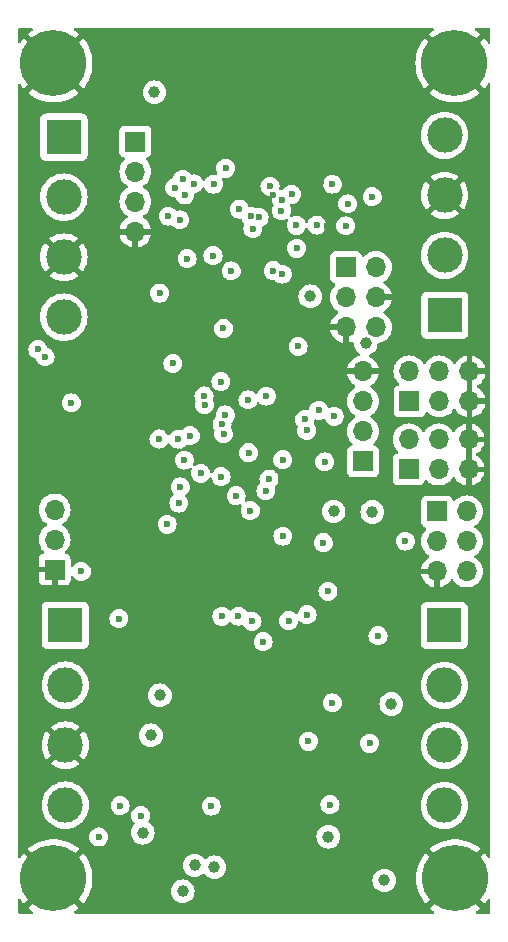
<source format=gbr>
%TF.GenerationSoftware,KiCad,Pcbnew,7.0.5*%
%TF.CreationDate,2023-08-27T23:52:23-07:00*%
%TF.ProjectId,Lyra V2,4c797261-2056-4322-9e6b-696361645f70,rev?*%
%TF.SameCoordinates,Original*%
%TF.FileFunction,Copper,L2,Inr*%
%TF.FilePolarity,Positive*%
%FSLAX46Y46*%
G04 Gerber Fmt 4.6, Leading zero omitted, Abs format (unit mm)*
G04 Created by KiCad (PCBNEW 7.0.5) date 2023-08-27 23:52:23*
%MOMM*%
%LPD*%
G01*
G04 APERTURE LIST*
%TA.AperFunction,ComponentPad*%
%ADD10R,3.000000X3.000000*%
%TD*%
%TA.AperFunction,ComponentPad*%
%ADD11C,3.000000*%
%TD*%
%TA.AperFunction,ComponentPad*%
%ADD12R,1.700000X1.700000*%
%TD*%
%TA.AperFunction,ComponentPad*%
%ADD13O,1.700000X1.700000*%
%TD*%
%TA.AperFunction,ComponentPad*%
%ADD14C,5.600000*%
%TD*%
%TA.AperFunction,ViaPad*%
%ADD15C,0.600000*%
%TD*%
%TA.AperFunction,ViaPad*%
%ADD16C,1.000000*%
%TD*%
G04 APERTURE END LIST*
D10*
%TO.N,/PYRO PWR*%
%TO.C,J5*%
X136017000Y-86487000D03*
D11*
%TO.N,+12P*%
X136017000Y-81407000D03*
%TO.N,GND*%
X136017000Y-76327000D03*
%TO.N,+5V*%
X136017000Y-71247000D03*
%TD*%
D10*
%TO.N,/GPIO26*%
%TO.C,J2*%
X103784400Y-71399400D03*
D11*
%TO.N,+3V3*%
X103784400Y-76479400D03*
%TO.N,GND*%
X103784400Y-81559400D03*
%TO.N,+12P*%
X103784400Y-86639400D03*
%TD*%
D12*
%TO.N,/SPI PWR*%
%TO.C,J4*%
X135356600Y-103098600D03*
D13*
%TO.N,/SPI0 SCLK*%
X137896600Y-103098600D03*
%TO.N,/SPI0 MOSI*%
X135356600Y-105638600D03*
%TO.N,/SPI0 MISO*%
X137896600Y-105638600D03*
%TO.N,GND*%
X135356600Y-108178600D03*
%TO.N,/BRKOUT CS*%
X137896600Y-108178600D03*
%TD*%
D12*
%TO.N,/I2C PWR*%
%TO.C,J10*%
X109829600Y-71780400D03*
D13*
%TO.N,/I2C1 SCL*%
X109829600Y-74320400D03*
%TO.N,/I2C1 SDA*%
X109829600Y-76860400D03*
%TO.N,GND*%
X109829600Y-79400400D03*
%TD*%
D12*
%TO.N,/UART PWR*%
%TO.C,J11*%
X129108200Y-98856800D03*
D13*
%TO.N,/UART0 TX*%
X129108200Y-96316800D03*
%TO.N,/UART0 RX*%
X129108200Y-93776800D03*
%TO.N,GND*%
X129108200Y-91236800D03*
%TD*%
D12*
%TO.N,GND*%
%TO.C,J12*%
X102998400Y-108013999D03*
D13*
%TO.N,/BOOTSEL*%
X102998400Y-105473999D03*
%TO.N,unconnected-(J12-Pin_3-Pad3)*%
X102998400Y-102933999D03*
%TD*%
D10*
%TO.N,/P2-*%
%TO.C,J6*%
X135991600Y-112750600D03*
D11*
%TO.N,/PYRO PWR*%
X135991600Y-117830600D03*
%TO.N,/P1-*%
X135991600Y-122910600D03*
%TO.N,/PYRO PWR*%
X135991600Y-127990600D03*
%TD*%
D14*
%TO.N,GND*%
%TO.C,H3*%
X136900000Y-134150000D03*
%TD*%
D10*
%TO.N,+12V*%
%TO.C,J3*%
X103911400Y-112725200D03*
D11*
%TO.N,+BATT*%
X103911400Y-117805200D03*
%TO.N,GND*%
X103911400Y-122885200D03*
%TO.N,+BATT*%
X103911400Y-127965200D03*
%TD*%
D14*
%TO.N,GND*%
%TO.C,H4*%
X102900000Y-134150000D03*
%TD*%
%TO.N,GND*%
%TO.C,H2*%
X136850000Y-65150000D03*
%TD*%
%TO.N,GND*%
%TO.C,H1*%
X102900000Y-65150000D03*
%TD*%
D12*
%TO.N,/SERVO1*%
%TO.C,J9*%
X132969000Y-99542600D03*
D13*
%TO.N,/SERVO2*%
X132969000Y-97002600D03*
%TO.N,/SERVO PWR*%
X135509000Y-99542600D03*
X135509000Y-97002600D03*
%TO.N,GND*%
X138049000Y-99542600D03*
X138049000Y-97002600D03*
%TD*%
D12*
%TO.N,/SWD PWR*%
%TO.C,J7*%
X127660000Y-82420000D03*
D13*
%TO.N,/SWCLK*%
X130200000Y-82420000D03*
%TO.N,/RUN*%
X127660000Y-84960000D03*
%TO.N,GND*%
X130200000Y-84960000D03*
X127660000Y-87500000D03*
%TO.N,/SWD*%
X130200000Y-87500000D03*
%TD*%
D12*
%TO.N,/SERVO3*%
%TO.C,J8*%
X133045200Y-93776800D03*
D13*
%TO.N,/SERVO4*%
X133045200Y-91236800D03*
%TO.N,/SERVO PWR*%
X135585200Y-93776800D03*
X135585200Y-91236800D03*
%TO.N,GND*%
X138125200Y-93776800D03*
X138125200Y-91236800D03*
%TD*%
D15*
%TO.N,+3V3*%
X120919650Y-93332418D03*
D16*
%TO.N,GND*%
X114884200Y-125958600D03*
D15*
X118567200Y-94691200D03*
X125526800Y-75234800D03*
D16*
X108153200Y-134112000D03*
D15*
X132280491Y-101277480D03*
X111760000Y-77470000D03*
X109905800Y-90474800D03*
D16*
X131495800Y-131800600D03*
D15*
X127076200Y-96570800D03*
X129311400Y-67665600D03*
X116865400Y-78892400D03*
X122478800Y-79527400D03*
X119608600Y-75336400D03*
X122555000Y-116484400D03*
X121589800Y-112369600D03*
X116306600Y-91033600D03*
X128701800Y-75438000D03*
X115062000Y-117119400D03*
X121446811Y-76335715D03*
X119826788Y-96252504D03*
D16*
X108381800Y-131775200D03*
D15*
X121183400Y-96037400D03*
D16*
X128955800Y-135280400D03*
D15*
X118592600Y-76377800D03*
X127127000Y-121920000D03*
X122656600Y-97078800D03*
X121259600Y-94691200D03*
X126212600Y-124917200D03*
X127726902Y-115239800D03*
X114096800Y-77444600D03*
X120878600Y-97307400D03*
X110464600Y-103911400D03*
X120192800Y-95656400D03*
X114325400Y-92837000D03*
X104470200Y-96545400D03*
X118033800Y-98044000D03*
X115547900Y-95910400D03*
X111785400Y-75742800D03*
X108204000Y-100457000D03*
X126085600Y-78917800D03*
D16*
X113792000Y-130606800D03*
D15*
%TO.N,+3V3*%
X121234200Y-75565000D03*
X122318511Y-105189289D03*
D16*
X111455200Y-67614800D03*
D15*
X113151017Y-75686062D03*
X115646200Y-93319600D03*
X116408200Y-81432400D03*
X112606936Y-78091581D03*
X118363500Y-101769209D03*
X124336410Y-96233599D03*
X123621800Y-89128600D03*
X121146940Y-100354382D03*
X114020600Y-76301600D03*
X125202305Y-78848368D03*
X120319800Y-78206600D03*
X127648892Y-78918591D03*
X112522000Y-104190800D03*
X114782600Y-75361800D03*
X117094000Y-100152200D03*
X126516358Y-75386343D03*
X119786400Y-79146400D03*
D16*
X116535200Y-133223000D03*
D15*
X119616586Y-78118439D03*
D16*
X129900500Y-103145664D03*
D15*
X115690956Y-94054570D03*
D16*
X114858800Y-133070600D03*
X110464600Y-130302000D03*
D15*
X125857000Y-98903400D03*
X113003726Y-90565904D03*
X117068600Y-92100400D03*
X119710200Y-112395000D03*
X113842800Y-74980800D03*
X117172349Y-95704239D03*
X123494800Y-80822800D03*
D16*
%TO.N,+5V*%
X130911600Y-134340600D03*
X124637800Y-84886800D03*
D15*
X110286800Y-128841400D03*
D16*
X129336800Y-88849200D03*
D15*
X132695800Y-105613200D03*
%TO.N,Net-(U3-C1)*%
X118618000Y-77495400D03*
%TO.N,+1V1*%
X117449600Y-94919800D03*
X124166410Y-95309037D03*
X117300130Y-96510961D03*
%TO.N,VBUS*%
X104419400Y-93903800D03*
X108432600Y-112166400D03*
D16*
%TO.N,Net-(Q1-S)*%
X111912400Y-118668800D03*
D15*
%TO.N,/SPI0 SCLK*%
X120650000Y-114122200D03*
X124383800Y-111836200D03*
%TO.N,/SPI0 MOSI*%
X118567200Y-111963200D03*
%TO.N,/SPI0 MISO*%
X122809000Y-112344200D03*
%TO.N,/BRKOUT CS*%
X119563000Y-103022400D03*
X126141211Y-109859811D03*
D16*
%TO.N,/PYRO PWR*%
X131495800Y-119405400D03*
D15*
%TO.N,/SWD*%
X126669800Y-95046800D03*
%TO.N,/RUN*%
X125360100Y-94538800D03*
%TO.N,/I2C1 SDA*%
X117475000Y-74041000D03*
X116453138Y-75387593D03*
X123063000Y-76250800D03*
X123469400Y-78867000D03*
D16*
%TO.N,/UART PWR*%
X126619000Y-103098600D03*
D15*
%TO.N,/SD CS*%
X117164000Y-111981637D03*
%TO.N,/BUZZER*%
X119415500Y-98120200D03*
X111887000Y-84607400D03*
X114223800Y-81686400D03*
%TO.N,/P2 EN*%
X130378200Y-113614200D03*
X120878600Y-101346000D03*
%TO.N,Net-(Q2-D)*%
X126517400Y-119303800D03*
%TO.N,/P1 EN*%
X125755400Y-105743498D03*
X129667000Y-122732800D03*
%TO.N,Net-(Q3-D)*%
X126314200Y-127914400D03*
%TO.N,/P1 CONT*%
X124485400Y-122555000D03*
X108542089Y-127998489D03*
X102184200Y-90000898D03*
%TO.N,/P2 CONT*%
X101583500Y-89382600D03*
X116255800Y-128041400D03*
X106730800Y-130657600D03*
%TO.N,/BATT SENSE*%
X113512600Y-102387400D03*
X119370700Y-93648493D03*
%TO.N,/QSPI_SS*%
X113639600Y-101015800D03*
X105257600Y-108178600D03*
%TO.N,/MAG INT*%
X122199400Y-77622400D03*
X117957600Y-82727800D03*
%TO.N,/MAG DRDY*%
X122309475Y-98719670D03*
X122224800Y-76708000D03*
%TO.N,/BARO INT*%
X113588800Y-78409800D03*
X117297200Y-87604600D03*
%TO.N,/QSPI_SD1*%
X115366800Y-99872800D03*
%TO.N,/QSPI_SD2*%
X113974611Y-98750389D03*
%TO.N,/QSPI_SDO*%
X111836200Y-96961900D03*
%TO.N,/QSPI_SCLK*%
X113461800Y-96977200D03*
%TO.N,/QSPI_SD3*%
X114490255Y-96681953D03*
%TO.N,/GYRO INT3*%
X127812800Y-77053500D03*
X122270789Y-83002389D03*
%TO.N,/GYRO INT4*%
X121523452Y-82718327D03*
X129895600Y-76454000D03*
D16*
%TO.N,+12VA*%
X111150400Y-122047000D03*
X126161800Y-130632200D03*
X113842800Y-135255000D03*
%TD*%
%TA.AperFunction,Conductor*%
%TO.N,GND*%
G36*
X101765130Y-135284870D02*
G01*
X101955818Y-135447732D01*
X100747255Y-136656295D01*
X100747256Y-136656296D01*
X100760485Y-136668828D01*
X100760486Y-136668829D01*
X101045367Y-136885388D01*
X101045370Y-136885390D01*
X101101644Y-136919249D01*
X101148939Y-136970678D01*
X101160922Y-137039513D01*
X101133787Y-137103899D01*
X101076151Y-137143393D01*
X101037716Y-137149500D01*
X100024500Y-137149500D01*
X99957461Y-137129815D01*
X99911706Y-137077011D01*
X99900500Y-137025500D01*
X99900500Y-136010307D01*
X99920185Y-135943268D01*
X99972989Y-135897513D01*
X100042147Y-135887569D01*
X100105703Y-135916594D01*
X100127134Y-135940720D01*
X100269038Y-136150013D01*
X100396441Y-136300003D01*
X100396442Y-136300004D01*
X101602266Y-135094180D01*
X101765130Y-135284870D01*
G37*
%TD.AperFunction*%
%TA.AperFunction,Conductor*%
G36*
X138299000Y-99107098D02*
G01*
X138191315Y-99057920D01*
X138084763Y-99042600D01*
X138013237Y-99042600D01*
X137906685Y-99057920D01*
X137799000Y-99107098D01*
X137799000Y-97438101D01*
X137906685Y-97487280D01*
X138013237Y-97502600D01*
X138084763Y-97502600D01*
X138191315Y-97487280D01*
X138299000Y-97438101D01*
X138299000Y-99107098D01*
G37*
%TD.AperFunction*%
%TA.AperFunction,Conductor*%
G36*
X138375200Y-93341298D02*
G01*
X138267515Y-93292120D01*
X138160963Y-93276800D01*
X138089437Y-93276800D01*
X137982885Y-93292120D01*
X137875200Y-93341298D01*
X137875200Y-91672301D01*
X137982885Y-91721480D01*
X138089437Y-91736800D01*
X138160963Y-91736800D01*
X138267515Y-91721480D01*
X138375200Y-91672301D01*
X138375200Y-93341298D01*
G37*
%TD.AperFunction*%
%TA.AperFunction,Conductor*%
G36*
X135054755Y-62170185D02*
G01*
X135100510Y-62222989D01*
X135110454Y-62292147D01*
X135081429Y-62355703D01*
X135051644Y-62380751D01*
X134995370Y-62414609D01*
X134995367Y-62414611D01*
X134710491Y-62631166D01*
X134697256Y-62643703D01*
X134697255Y-62643703D01*
X135905819Y-63852266D01*
X135715130Y-64015130D01*
X135552266Y-64205818D01*
X134346442Y-62999994D01*
X134346441Y-62999995D01*
X134219040Y-63149983D01*
X134219033Y-63149993D01*
X134018218Y-63446172D01*
X133850606Y-63762322D01*
X133850597Y-63762340D01*
X133718149Y-64094760D01*
X133718147Y-64094767D01*
X133622421Y-64439542D01*
X133622415Y-64439568D01*
X133564527Y-64792668D01*
X133564526Y-64792685D01*
X133545153Y-65149997D01*
X133545153Y-65150002D01*
X133564526Y-65507314D01*
X133564527Y-65507331D01*
X133622415Y-65860431D01*
X133622421Y-65860457D01*
X133718147Y-66205232D01*
X133718149Y-66205239D01*
X133850597Y-66537659D01*
X133850606Y-66537677D01*
X134018218Y-66853827D01*
X134219033Y-67150007D01*
X134346441Y-67300003D01*
X134346442Y-67300004D01*
X135552266Y-66094180D01*
X135715130Y-66284870D01*
X135905818Y-66447732D01*
X134697255Y-67656295D01*
X134697256Y-67656296D01*
X134710485Y-67668828D01*
X134710486Y-67668829D01*
X134995367Y-67885388D01*
X134995370Y-67885390D01*
X135301990Y-68069876D01*
X135626739Y-68220122D01*
X135626744Y-68220123D01*
X135965855Y-68334383D01*
X136315339Y-68411311D01*
X136671075Y-68449999D01*
X136671085Y-68450000D01*
X137028915Y-68450000D01*
X137028924Y-68449999D01*
X137384660Y-68411311D01*
X137734144Y-68334383D01*
X138073255Y-68220123D01*
X138073260Y-68220122D01*
X138398009Y-68069876D01*
X138704629Y-67885390D01*
X138704632Y-67885388D01*
X138989504Y-67668836D01*
X139002742Y-67656294D01*
X137794180Y-66447733D01*
X137984870Y-66284870D01*
X138147733Y-66094180D01*
X139353556Y-67300003D01*
X139480964Y-67150008D01*
X139480966Y-67150006D01*
X139672866Y-66866975D01*
X139726781Y-66822534D01*
X139796163Y-66814296D01*
X139858985Y-66844876D01*
X139895301Y-66904567D01*
X139899500Y-66936562D01*
X139899500Y-132289692D01*
X139879815Y-132356731D01*
X139827011Y-132402486D01*
X139757853Y-132412430D01*
X139694297Y-132383405D01*
X139672867Y-132359279D01*
X139530966Y-132149992D01*
X139403557Y-131999995D01*
X139403556Y-131999994D01*
X138197732Y-133205818D01*
X138034870Y-133015130D01*
X137844180Y-132852266D01*
X139052743Y-131643703D01*
X139052742Y-131643702D01*
X139039514Y-131631171D01*
X139039513Y-131631170D01*
X138754632Y-131414611D01*
X138754629Y-131414609D01*
X138448009Y-131230123D01*
X138123260Y-131079877D01*
X138123255Y-131079876D01*
X137784144Y-130965616D01*
X137434660Y-130888688D01*
X137078924Y-130850000D01*
X136721075Y-130850000D01*
X136365339Y-130888688D01*
X136015855Y-130965616D01*
X135676744Y-131079876D01*
X135676739Y-131079877D01*
X135351990Y-131230123D01*
X135045370Y-131414609D01*
X135045367Y-131414611D01*
X134760491Y-131631166D01*
X134747256Y-131643703D01*
X134747255Y-131643703D01*
X135955819Y-132852266D01*
X135765130Y-133015130D01*
X135602266Y-133205819D01*
X134396442Y-131999994D01*
X134396441Y-131999995D01*
X134269040Y-132149983D01*
X134269033Y-132149993D01*
X134068218Y-132446172D01*
X133900606Y-132762322D01*
X133900597Y-132762340D01*
X133768149Y-133094760D01*
X133768147Y-133094767D01*
X133672421Y-133439542D01*
X133672415Y-133439568D01*
X133614527Y-133792668D01*
X133614526Y-133792685D01*
X133595153Y-134149997D01*
X133595153Y-134150002D01*
X133614526Y-134507314D01*
X133614527Y-134507331D01*
X133672415Y-134860431D01*
X133672421Y-134860457D01*
X133768147Y-135205232D01*
X133768149Y-135205239D01*
X133900597Y-135537659D01*
X133900606Y-135537677D01*
X134068218Y-135853827D01*
X134269033Y-136150007D01*
X134396441Y-136300003D01*
X134396442Y-136300004D01*
X135602266Y-135094180D01*
X135765130Y-135284870D01*
X135955818Y-135447732D01*
X134747255Y-136656295D01*
X134747256Y-136656296D01*
X134760485Y-136668828D01*
X134760486Y-136668829D01*
X135045367Y-136885388D01*
X135045370Y-136885390D01*
X135101644Y-136919249D01*
X135148939Y-136970678D01*
X135160922Y-137039513D01*
X135133787Y-137103899D01*
X135076151Y-137143393D01*
X135037716Y-137149500D01*
X104762284Y-137149500D01*
X104695245Y-137129815D01*
X104649490Y-137077011D01*
X104639546Y-137007853D01*
X104668571Y-136944297D01*
X104698356Y-136919249D01*
X104754629Y-136885390D01*
X104754632Y-136885388D01*
X105039504Y-136668836D01*
X105052742Y-136656294D01*
X103844180Y-135447733D01*
X104034870Y-135284870D01*
X104197733Y-135094180D01*
X105403556Y-136300003D01*
X105530964Y-136150008D01*
X105530975Y-136149994D01*
X105731781Y-135853827D01*
X105899393Y-135537677D01*
X105899402Y-135537659D01*
X106012023Y-135255000D01*
X112837459Y-135255000D01*
X112856775Y-135451129D01*
X112913988Y-135639733D01*
X113006886Y-135813532D01*
X113006890Y-135813539D01*
X113131916Y-135965883D01*
X113284260Y-136090909D01*
X113284267Y-136090913D01*
X113458066Y-136183811D01*
X113458069Y-136183811D01*
X113458073Y-136183814D01*
X113646668Y-136241024D01*
X113842800Y-136260341D01*
X114038932Y-136241024D01*
X114227527Y-136183814D01*
X114401338Y-136090910D01*
X114553683Y-135965883D01*
X114678710Y-135813538D01*
X114771614Y-135639727D01*
X114828824Y-135451132D01*
X114848141Y-135255000D01*
X114828824Y-135058868D01*
X114771614Y-134870273D01*
X114771611Y-134870269D01*
X114771611Y-134870266D01*
X114678713Y-134696467D01*
X114678709Y-134696460D01*
X114553683Y-134544116D01*
X114401339Y-134419090D01*
X114401332Y-134419086D01*
X114254496Y-134340600D01*
X129906259Y-134340600D01*
X129925575Y-134536729D01*
X129925576Y-134536732D01*
X129974031Y-134696467D01*
X129982788Y-134725333D01*
X130075686Y-134899132D01*
X130075690Y-134899139D01*
X130200716Y-135051483D01*
X130353060Y-135176509D01*
X130353067Y-135176513D01*
X130526866Y-135269411D01*
X130526869Y-135269411D01*
X130526873Y-135269414D01*
X130715468Y-135326624D01*
X130911600Y-135345941D01*
X131107732Y-135326624D01*
X131296327Y-135269414D01*
X131470138Y-135176510D01*
X131622483Y-135051483D01*
X131747510Y-134899138D01*
X131840414Y-134725327D01*
X131897624Y-134536732D01*
X131916941Y-134340600D01*
X131897624Y-134144468D01*
X131840414Y-133955873D01*
X131840411Y-133955869D01*
X131840411Y-133955866D01*
X131747513Y-133782067D01*
X131747509Y-133782060D01*
X131622483Y-133629716D01*
X131470139Y-133504690D01*
X131470132Y-133504686D01*
X131296333Y-133411788D01*
X131296327Y-133411786D01*
X131107732Y-133354576D01*
X131107729Y-133354575D01*
X130911600Y-133335259D01*
X130715470Y-133354575D01*
X130526866Y-133411788D01*
X130353067Y-133504686D01*
X130353060Y-133504690D01*
X130200716Y-133629716D01*
X130075690Y-133782060D01*
X130075686Y-133782067D01*
X129982788Y-133955866D01*
X129925575Y-134144470D01*
X129906259Y-134340600D01*
X114254496Y-134340600D01*
X114227533Y-134326188D01*
X114227527Y-134326186D01*
X114038932Y-134268976D01*
X114038929Y-134268975D01*
X113842800Y-134249659D01*
X113646670Y-134268975D01*
X113458066Y-134326188D01*
X113284267Y-134419086D01*
X113284260Y-134419090D01*
X113131916Y-134544116D01*
X113006890Y-134696460D01*
X113006886Y-134696467D01*
X112913988Y-134870266D01*
X112856775Y-135058870D01*
X112837459Y-135255000D01*
X106012023Y-135255000D01*
X106031850Y-135205239D01*
X106031852Y-135205232D01*
X106127578Y-134860457D01*
X106127584Y-134860431D01*
X106185472Y-134507331D01*
X106185473Y-134507314D01*
X106204847Y-134150002D01*
X106204847Y-134149997D01*
X106185473Y-133792685D01*
X106185472Y-133792668D01*
X106127584Y-133439568D01*
X106127578Y-133439542D01*
X106031852Y-133094767D01*
X106031850Y-133094760D01*
X106022224Y-133070600D01*
X113853459Y-133070600D01*
X113872775Y-133266729D01*
X113872776Y-133266732D01*
X113919005Y-133419129D01*
X113929988Y-133455333D01*
X114022886Y-133629132D01*
X114022890Y-133629139D01*
X114147916Y-133781483D01*
X114300260Y-133906509D01*
X114300267Y-133906513D01*
X114474066Y-133999411D01*
X114474069Y-133999411D01*
X114474073Y-133999414D01*
X114662668Y-134056624D01*
X114858800Y-134075941D01*
X115054932Y-134056624D01*
X115243527Y-133999414D01*
X115417338Y-133906510D01*
X115551248Y-133796611D01*
X115615557Y-133769299D01*
X115684425Y-133781090D01*
X115725766Y-133813800D01*
X115824316Y-133933883D01*
X115976660Y-134058909D01*
X115976667Y-134058913D01*
X116150466Y-134151811D01*
X116150469Y-134151811D01*
X116150473Y-134151814D01*
X116339068Y-134209024D01*
X116535200Y-134228341D01*
X116731332Y-134209024D01*
X116919927Y-134151814D01*
X116923325Y-134149998D01*
X117093732Y-134058913D01*
X117093738Y-134058910D01*
X117246083Y-133933883D01*
X117371110Y-133781538D01*
X117464014Y-133607727D01*
X117521224Y-133419132D01*
X117540541Y-133223000D01*
X117521224Y-133026868D01*
X117464014Y-132838273D01*
X117464011Y-132838269D01*
X117464011Y-132838266D01*
X117371113Y-132664467D01*
X117371109Y-132664460D01*
X117246083Y-132512116D01*
X117093739Y-132387090D01*
X117093732Y-132387086D01*
X116919933Y-132294188D01*
X116919927Y-132294186D01*
X116731332Y-132236976D01*
X116731329Y-132236975D01*
X116535200Y-132217659D01*
X116339070Y-132236975D01*
X116150466Y-132294188D01*
X115976667Y-132387086D01*
X115976660Y-132387091D01*
X115842751Y-132496987D01*
X115778441Y-132524300D01*
X115709573Y-132512509D01*
X115668233Y-132479799D01*
X115569683Y-132359716D01*
X115417339Y-132234690D01*
X115417332Y-132234686D01*
X115243533Y-132141788D01*
X115243527Y-132141786D01*
X115054932Y-132084576D01*
X115054929Y-132084575D01*
X114858800Y-132065259D01*
X114662670Y-132084575D01*
X114474066Y-132141788D01*
X114300267Y-132234686D01*
X114300260Y-132234690D01*
X114147916Y-132359716D01*
X114022890Y-132512060D01*
X114022886Y-132512067D01*
X113929988Y-132685866D01*
X113872775Y-132874470D01*
X113853459Y-133070600D01*
X106022224Y-133070600D01*
X105899402Y-132762340D01*
X105899393Y-132762322D01*
X105731781Y-132446172D01*
X105530966Y-132149992D01*
X105403557Y-131999995D01*
X105403556Y-131999994D01*
X104197732Y-133205818D01*
X104034870Y-133015130D01*
X103844180Y-132852266D01*
X105052743Y-131643703D01*
X105052742Y-131643702D01*
X105039514Y-131631171D01*
X105039513Y-131631170D01*
X104754632Y-131414611D01*
X104754629Y-131414609D01*
X104448009Y-131230123D01*
X104123260Y-131079877D01*
X104123255Y-131079876D01*
X103784144Y-130965616D01*
X103434660Y-130888688D01*
X103078924Y-130850000D01*
X102721075Y-130850000D01*
X102365339Y-130888688D01*
X102015855Y-130965616D01*
X101676744Y-131079876D01*
X101676739Y-131079877D01*
X101351990Y-131230123D01*
X101045370Y-131414609D01*
X101045367Y-131414611D01*
X100760491Y-131631166D01*
X100747256Y-131643703D01*
X100747255Y-131643703D01*
X101955819Y-132852266D01*
X101765130Y-133015130D01*
X101602266Y-133205819D01*
X100396442Y-131999994D01*
X100396441Y-131999995D01*
X100269040Y-132149983D01*
X100269039Y-132149985D01*
X100127133Y-132359280D01*
X100073219Y-132403720D01*
X100003836Y-132411958D01*
X99941015Y-132381377D01*
X99904699Y-132321687D01*
X99900500Y-132289692D01*
X99900500Y-130657603D01*
X105925235Y-130657603D01*
X105945430Y-130836849D01*
X105945431Y-130836854D01*
X106005011Y-131007123D01*
X106100983Y-131159861D01*
X106100984Y-131159862D01*
X106228538Y-131287416D01*
X106381278Y-131383389D01*
X106551544Y-131442968D01*
X106551545Y-131442968D01*
X106551550Y-131442969D01*
X106730796Y-131463165D01*
X106730800Y-131463165D01*
X106730804Y-131463165D01*
X106910049Y-131442969D01*
X106910052Y-131442968D01*
X106910055Y-131442968D01*
X107080322Y-131383389D01*
X107233062Y-131287416D01*
X107360616Y-131159862D01*
X107456589Y-131007122D01*
X107516168Y-130836855D01*
X107516169Y-130836849D01*
X107536365Y-130657603D01*
X107536365Y-130657596D01*
X107516169Y-130478350D01*
X107516168Y-130478345D01*
X107456588Y-130308076D01*
X107452770Y-130302000D01*
X109459259Y-130302000D01*
X109478575Y-130498129D01*
X109478576Y-130498132D01*
X109526950Y-130657600D01*
X109535788Y-130686733D01*
X109628686Y-130860532D01*
X109628690Y-130860539D01*
X109753716Y-131012883D01*
X109906060Y-131137909D01*
X109906067Y-131137913D01*
X110079866Y-131230811D01*
X110079869Y-131230811D01*
X110079873Y-131230814D01*
X110268468Y-131288024D01*
X110464600Y-131307341D01*
X110660732Y-131288024D01*
X110849327Y-131230814D01*
X111023138Y-131137910D01*
X111175483Y-131012883D01*
X111300510Y-130860538D01*
X111393414Y-130686727D01*
X111409955Y-130632200D01*
X125156459Y-130632200D01*
X125175775Y-130828329D01*
X125232988Y-131016933D01*
X125325886Y-131190732D01*
X125325890Y-131190739D01*
X125450916Y-131343083D01*
X125603260Y-131468109D01*
X125603267Y-131468113D01*
X125777066Y-131561011D01*
X125777069Y-131561011D01*
X125777073Y-131561014D01*
X125965668Y-131618224D01*
X126161800Y-131637541D01*
X126357932Y-131618224D01*
X126546527Y-131561014D01*
X126720338Y-131468110D01*
X126872683Y-131343083D01*
X126997710Y-131190738D01*
X127044162Y-131103832D01*
X127090611Y-131016933D01*
X127090611Y-131016932D01*
X127090614Y-131016927D01*
X127147824Y-130828332D01*
X127167141Y-130632200D01*
X127147824Y-130436068D01*
X127090614Y-130247473D01*
X127090611Y-130247469D01*
X127090611Y-130247466D01*
X126997713Y-130073667D01*
X126997709Y-130073660D01*
X126872683Y-129921316D01*
X126720339Y-129796290D01*
X126720332Y-129796286D01*
X126546533Y-129703388D01*
X126546527Y-129703386D01*
X126378545Y-129652429D01*
X126357929Y-129646175D01*
X126161800Y-129626859D01*
X125965670Y-129646175D01*
X125777066Y-129703388D01*
X125603267Y-129796286D01*
X125603260Y-129796290D01*
X125450916Y-129921316D01*
X125325890Y-130073660D01*
X125325886Y-130073667D01*
X125232988Y-130247466D01*
X125175775Y-130436070D01*
X125156459Y-130632200D01*
X111409955Y-130632200D01*
X111450624Y-130498132D01*
X111469941Y-130302000D01*
X111450624Y-130105868D01*
X111393414Y-129917273D01*
X111393411Y-129917269D01*
X111393411Y-129917266D01*
X111300513Y-129743467D01*
X111300509Y-129743460D01*
X111175483Y-129591116D01*
X111023141Y-129466092D01*
X111023139Y-129466091D01*
X111023138Y-129466090D01*
X111003118Y-129455389D01*
X110953275Y-129406427D01*
X110937815Y-129338289D01*
X110956580Y-129280059D01*
X111012588Y-129190924D01*
X111053181Y-129074917D01*
X111072168Y-129020655D01*
X111092365Y-128841400D01*
X111090716Y-128826769D01*
X111072169Y-128662150D01*
X111072168Y-128662145D01*
X111060327Y-128628305D01*
X111012589Y-128491878D01*
X110916616Y-128339138D01*
X110789062Y-128211584D01*
X110735206Y-128177744D01*
X110636323Y-128115611D01*
X110466054Y-128056031D01*
X110466049Y-128056030D01*
X110336224Y-128041403D01*
X115450235Y-128041403D01*
X115470430Y-128220649D01*
X115470431Y-128220654D01*
X115530011Y-128390923D01*
X115617554Y-128530246D01*
X115625984Y-128543662D01*
X115753538Y-128671216D01*
X115906278Y-128767189D01*
X116067966Y-128823766D01*
X116076545Y-128826768D01*
X116076550Y-128826769D01*
X116255796Y-128846965D01*
X116255800Y-128846965D01*
X116255804Y-128846965D01*
X116435049Y-128826769D01*
X116435052Y-128826768D01*
X116435055Y-128826768D01*
X116605322Y-128767189D01*
X116758062Y-128671216D01*
X116885616Y-128543662D01*
X116981589Y-128390922D01*
X117041168Y-128220655D01*
X117053004Y-128115611D01*
X117061365Y-128041403D01*
X117061365Y-128041396D01*
X117047056Y-127914403D01*
X125508635Y-127914403D01*
X125528830Y-128093649D01*
X125528831Y-128093654D01*
X125588411Y-128263923D01*
X125641248Y-128348012D01*
X125684384Y-128416662D01*
X125811938Y-128544216D01*
X125830129Y-128555646D01*
X125945764Y-128628305D01*
X125964678Y-128640189D01*
X126053348Y-128671216D01*
X126134945Y-128699768D01*
X126134950Y-128699769D01*
X126314196Y-128719965D01*
X126314200Y-128719965D01*
X126314204Y-128719965D01*
X126493449Y-128699769D01*
X126493452Y-128699768D01*
X126493455Y-128699768D01*
X126663722Y-128640189D01*
X126816462Y-128544216D01*
X126944016Y-128416662D01*
X127039989Y-128263922D01*
X127099568Y-128093655D01*
X127103807Y-128056031D01*
X127111179Y-127990601D01*
X133985990Y-127990601D01*
X134006404Y-128276033D01*
X134067228Y-128555637D01*
X134067230Y-128555643D01*
X134067231Y-128555646D01*
X134130128Y-128724278D01*
X134167235Y-128823766D01*
X134304370Y-129074909D01*
X134304375Y-129074917D01*
X134475854Y-129303987D01*
X134475870Y-129304005D01*
X134678194Y-129506329D01*
X134678212Y-129506345D01*
X134907282Y-129677824D01*
X134907290Y-129677829D01*
X135158433Y-129814964D01*
X135158432Y-129814964D01*
X135158436Y-129814965D01*
X135158439Y-129814967D01*
X135426554Y-129914969D01*
X135426560Y-129914970D01*
X135426562Y-129914971D01*
X135706166Y-129975795D01*
X135706168Y-129975795D01*
X135706172Y-129975796D01*
X135959820Y-129993937D01*
X135991599Y-129996210D01*
X135991600Y-129996210D01*
X135991601Y-129996210D01*
X136020195Y-129994164D01*
X136277028Y-129975796D01*
X136299949Y-129970810D01*
X136556637Y-129914971D01*
X136556637Y-129914970D01*
X136556646Y-129914969D01*
X136824761Y-129814967D01*
X137075915Y-129677826D01*
X137304995Y-129506339D01*
X137507339Y-129303995D01*
X137678826Y-129074915D01*
X137815967Y-128823761D01*
X137915969Y-128555646D01*
X137976796Y-128276028D01*
X137997210Y-127990600D01*
X137995393Y-127965201D01*
X137978940Y-127735150D01*
X137976796Y-127705172D01*
X137971269Y-127679766D01*
X137915971Y-127425562D01*
X137915970Y-127425560D01*
X137915969Y-127425554D01*
X137815967Y-127157439D01*
X137802097Y-127132039D01*
X137678829Y-126906290D01*
X137678824Y-126906282D01*
X137507345Y-126677212D01*
X137507329Y-126677194D01*
X137305005Y-126474870D01*
X137304987Y-126474854D01*
X137075917Y-126303375D01*
X137075909Y-126303370D01*
X136824766Y-126166235D01*
X136824767Y-126166235D01*
X136717514Y-126126232D01*
X136556646Y-126066231D01*
X136556643Y-126066230D01*
X136556637Y-126066228D01*
X136277033Y-126005404D01*
X135991601Y-125984990D01*
X135991599Y-125984990D01*
X135706166Y-126005404D01*
X135426562Y-126066228D01*
X135158433Y-126166235D01*
X134907290Y-126303370D01*
X134907282Y-126303375D01*
X134678212Y-126474854D01*
X134678194Y-126474870D01*
X134475870Y-126677194D01*
X134475854Y-126677212D01*
X134304375Y-126906282D01*
X134304370Y-126906290D01*
X134167235Y-127157433D01*
X134067228Y-127425562D01*
X134006404Y-127705166D01*
X133985990Y-127990598D01*
X133985990Y-127990601D01*
X127111179Y-127990601D01*
X127119765Y-127914403D01*
X127119765Y-127914396D01*
X127099569Y-127735150D01*
X127099568Y-127735145D01*
X127084428Y-127691878D01*
X127039989Y-127564878D01*
X127023815Y-127539138D01*
X126944015Y-127412137D01*
X126816462Y-127284584D01*
X126663723Y-127188611D01*
X126493454Y-127129031D01*
X126493449Y-127129030D01*
X126314204Y-127108835D01*
X126314196Y-127108835D01*
X126134950Y-127129030D01*
X126134945Y-127129031D01*
X125964676Y-127188611D01*
X125811937Y-127284584D01*
X125684384Y-127412137D01*
X125588411Y-127564876D01*
X125528831Y-127735145D01*
X125528830Y-127735150D01*
X125508635Y-127914396D01*
X125508635Y-127914403D01*
X117047056Y-127914403D01*
X117041169Y-127862150D01*
X117041168Y-127862145D01*
X117041168Y-127862144D01*
X116981589Y-127691878D01*
X116885616Y-127539138D01*
X116758062Y-127411584D01*
X116689770Y-127368673D01*
X116605323Y-127315611D01*
X116435054Y-127256031D01*
X116435049Y-127256030D01*
X116255804Y-127235835D01*
X116255796Y-127235835D01*
X116076550Y-127256030D01*
X116076545Y-127256031D01*
X115906276Y-127315611D01*
X115753537Y-127411584D01*
X115625984Y-127539137D01*
X115530011Y-127691876D01*
X115470431Y-127862145D01*
X115470430Y-127862150D01*
X115450235Y-128041396D01*
X115450235Y-128041403D01*
X110336224Y-128041403D01*
X110286804Y-128035835D01*
X110286796Y-128035835D01*
X110107550Y-128056030D01*
X110107545Y-128056031D01*
X109937276Y-128115611D01*
X109784537Y-128211584D01*
X109656984Y-128339137D01*
X109561011Y-128491876D01*
X109501431Y-128662145D01*
X109501430Y-128662150D01*
X109481235Y-128841396D01*
X109481235Y-128841403D01*
X109501430Y-129020649D01*
X109501431Y-129020654D01*
X109561011Y-129190923D01*
X109656984Y-129343662D01*
X109742185Y-129428863D01*
X109775670Y-129490186D01*
X109770686Y-129559878D01*
X109750358Y-129595209D01*
X109628686Y-129743466D01*
X109628686Y-129743467D01*
X109535788Y-129917266D01*
X109478575Y-130105870D01*
X109459259Y-130302000D01*
X107452770Y-130302000D01*
X107360615Y-130155337D01*
X107233062Y-130027784D01*
X107080323Y-129931811D01*
X106910054Y-129872231D01*
X106910049Y-129872230D01*
X106730804Y-129852035D01*
X106730796Y-129852035D01*
X106551550Y-129872230D01*
X106551545Y-129872231D01*
X106381276Y-129931811D01*
X106228537Y-130027784D01*
X106100984Y-130155337D01*
X106005011Y-130308076D01*
X105945431Y-130478345D01*
X105945430Y-130478350D01*
X105925235Y-130657596D01*
X105925235Y-130657603D01*
X99900500Y-130657603D01*
X99900500Y-127965201D01*
X101905790Y-127965201D01*
X101926204Y-128250633D01*
X101987028Y-128530237D01*
X101987030Y-128530243D01*
X101987031Y-128530246D01*
X102081623Y-128783857D01*
X102087035Y-128798366D01*
X102224170Y-129049509D01*
X102224175Y-129049517D01*
X102395654Y-129278587D01*
X102395670Y-129278605D01*
X102597994Y-129480929D01*
X102598012Y-129480945D01*
X102827082Y-129652424D01*
X102827090Y-129652429D01*
X103078233Y-129789564D01*
X103078232Y-129789564D01*
X103078236Y-129789565D01*
X103078239Y-129789567D01*
X103346354Y-129889569D01*
X103346360Y-129889570D01*
X103346362Y-129889571D01*
X103625966Y-129950395D01*
X103625968Y-129950395D01*
X103625972Y-129950396D01*
X103879620Y-129968537D01*
X103911399Y-129970810D01*
X103911400Y-129970810D01*
X103911401Y-129970810D01*
X103939995Y-129968764D01*
X104196828Y-129950396D01*
X104330503Y-129921317D01*
X104476437Y-129889571D01*
X104476437Y-129889570D01*
X104476446Y-129889569D01*
X104744561Y-129789567D01*
X104995715Y-129652426D01*
X105224795Y-129480939D01*
X105427139Y-129278595D01*
X105598626Y-129049515D01*
X105735767Y-128798361D01*
X105835769Y-128530246D01*
X105866077Y-128390922D01*
X105896595Y-128250633D01*
X105896595Y-128250632D01*
X105896596Y-128250628D01*
X105914629Y-127998492D01*
X107736524Y-127998492D01*
X107756719Y-128177738D01*
X107756720Y-128177743D01*
X107816300Y-128348012D01*
X107843263Y-128390923D01*
X107912273Y-128500751D01*
X108039827Y-128628305D01*
X108130169Y-128685071D01*
X108153559Y-128699768D01*
X108192567Y-128724278D01*
X108315197Y-128767188D01*
X108362834Y-128783857D01*
X108362839Y-128783858D01*
X108542085Y-128804054D01*
X108542089Y-128804054D01*
X108542093Y-128804054D01*
X108721338Y-128783858D01*
X108721341Y-128783857D01*
X108721344Y-128783857D01*
X108891611Y-128724278D01*
X109044351Y-128628305D01*
X109171905Y-128500751D01*
X109267878Y-128348011D01*
X109327457Y-128177744D01*
X109334458Y-128115611D01*
X109347654Y-127998492D01*
X109347654Y-127998485D01*
X109327458Y-127819239D01*
X109327457Y-127819234D01*
X109282893Y-127691878D01*
X109267878Y-127648967D01*
X109171905Y-127496227D01*
X109044351Y-127368673D01*
X109044350Y-127368672D01*
X108891612Y-127272700D01*
X108721343Y-127213120D01*
X108721338Y-127213119D01*
X108542093Y-127192924D01*
X108542085Y-127192924D01*
X108362839Y-127213119D01*
X108362834Y-127213120D01*
X108192565Y-127272700D01*
X108039826Y-127368673D01*
X107912273Y-127496226D01*
X107816300Y-127648965D01*
X107756720Y-127819234D01*
X107756719Y-127819239D01*
X107736524Y-127998485D01*
X107736524Y-127998492D01*
X105914629Y-127998492D01*
X105917010Y-127965200D01*
X105896596Y-127679772D01*
X105889894Y-127648965D01*
X105835771Y-127400162D01*
X105835770Y-127400160D01*
X105835769Y-127400154D01*
X105735767Y-127132039D01*
X105612498Y-126906290D01*
X105598629Y-126880890D01*
X105598624Y-126880882D01*
X105427145Y-126651812D01*
X105427129Y-126651794D01*
X105224805Y-126449470D01*
X105224787Y-126449454D01*
X104995717Y-126277975D01*
X104995709Y-126277970D01*
X104744566Y-126140835D01*
X104744567Y-126140835D01*
X104637314Y-126100832D01*
X104476446Y-126040831D01*
X104476443Y-126040830D01*
X104476437Y-126040828D01*
X104196833Y-125980004D01*
X103911401Y-125959590D01*
X103911399Y-125959590D01*
X103625966Y-125980004D01*
X103346362Y-126040828D01*
X103078233Y-126140835D01*
X102827090Y-126277970D01*
X102827082Y-126277975D01*
X102598012Y-126449454D01*
X102597994Y-126449470D01*
X102395670Y-126651794D01*
X102395654Y-126651812D01*
X102224175Y-126880882D01*
X102224170Y-126880890D01*
X102087035Y-127132033D01*
X101987028Y-127400162D01*
X101926204Y-127679766D01*
X101905790Y-127965198D01*
X101905790Y-127965201D01*
X99900500Y-127965201D01*
X99900500Y-122885201D01*
X101906291Y-122885201D01*
X101926700Y-123170562D01*
X101987509Y-123450095D01*
X102087491Y-123718158D01*
X102224591Y-123969238D01*
X102224596Y-123969246D01*
X102331282Y-124111761D01*
X102331283Y-124111762D01*
X103226595Y-123216450D01*
X103248740Y-123267787D01*
X103354833Y-123410294D01*
X103490930Y-123524494D01*
X103580616Y-123569535D01*
X102684836Y-124465315D01*
X102827360Y-124572007D01*
X102827361Y-124572008D01*
X103078442Y-124709108D01*
X103078441Y-124709108D01*
X103346504Y-124809090D01*
X103626037Y-124869899D01*
X103911399Y-124890309D01*
X103911401Y-124890309D01*
X104196762Y-124869899D01*
X104476295Y-124809090D01*
X104744358Y-124709108D01*
X104995447Y-124572003D01*
X105137961Y-124465316D01*
X105137962Y-124465315D01*
X104245148Y-123572500D01*
X104254809Y-123568984D01*
X104403244Y-123471357D01*
X104525164Y-123342130D01*
X104597168Y-123217415D01*
X105491515Y-124111762D01*
X105491516Y-124111761D01*
X105598203Y-123969247D01*
X105735308Y-123718158D01*
X105835290Y-123450095D01*
X105896099Y-123170562D01*
X105916508Y-122885201D01*
X105916508Y-122885198D01*
X105896099Y-122599837D01*
X105835290Y-122320304D01*
X105735308Y-122052241D01*
X105732446Y-122047000D01*
X110145059Y-122047000D01*
X110164375Y-122243129D01*
X110164376Y-122243132D01*
X110206888Y-122383276D01*
X110221588Y-122431733D01*
X110314486Y-122605532D01*
X110314490Y-122605539D01*
X110439516Y-122757883D01*
X110591860Y-122882909D01*
X110591867Y-122882913D01*
X110765666Y-122975811D01*
X110765669Y-122975811D01*
X110765673Y-122975814D01*
X110954268Y-123033024D01*
X111150400Y-123052341D01*
X111346532Y-123033024D01*
X111535127Y-122975814D01*
X111708938Y-122882910D01*
X111861283Y-122757883D01*
X111986310Y-122605538D01*
X112013322Y-122555003D01*
X123679835Y-122555003D01*
X123700030Y-122734249D01*
X123700031Y-122734254D01*
X123759611Y-122904523D01*
X123840354Y-123033024D01*
X123855584Y-123057262D01*
X123983138Y-123184816D01*
X124135878Y-123280789D01*
X124306144Y-123340367D01*
X124306145Y-123340368D01*
X124306150Y-123340369D01*
X124485396Y-123360565D01*
X124485400Y-123360565D01*
X124485404Y-123360565D01*
X124664649Y-123340369D01*
X124664652Y-123340368D01*
X124664655Y-123340368D01*
X124834922Y-123280789D01*
X124987662Y-123184816D01*
X125115216Y-123057262D01*
X125211189Y-122904522D01*
X125270768Y-122734255D01*
X125270932Y-122732803D01*
X128861435Y-122732803D01*
X128881630Y-122912049D01*
X128881631Y-122912054D01*
X128941211Y-123082323D01*
X129012657Y-123196028D01*
X129037184Y-123235062D01*
X129164738Y-123362616D01*
X129317478Y-123458589D01*
X129487744Y-123518167D01*
X129487745Y-123518168D01*
X129487750Y-123518169D01*
X129666996Y-123538365D01*
X129667000Y-123538365D01*
X129667004Y-123538365D01*
X129846249Y-123518169D01*
X129846252Y-123518168D01*
X129846255Y-123518168D01*
X130016522Y-123458589D01*
X130169262Y-123362616D01*
X130296816Y-123235062D01*
X130392789Y-123082322D01*
X130452368Y-122912055D01*
X130452532Y-122910601D01*
X133985990Y-122910601D01*
X134006404Y-123196033D01*
X134067228Y-123475637D01*
X134067230Y-123475643D01*
X134067231Y-123475646D01*
X134115190Y-123604228D01*
X134167235Y-123743766D01*
X134304370Y-123994909D01*
X134304375Y-123994917D01*
X134475854Y-124223987D01*
X134475870Y-124224005D01*
X134678194Y-124426329D01*
X134678212Y-124426345D01*
X134907282Y-124597824D01*
X134907290Y-124597829D01*
X135158433Y-124734964D01*
X135158432Y-124734964D01*
X135158436Y-124734965D01*
X135158439Y-124734967D01*
X135426554Y-124834969D01*
X135426560Y-124834970D01*
X135426562Y-124834971D01*
X135706166Y-124895795D01*
X135706168Y-124895795D01*
X135706172Y-124895796D01*
X135959820Y-124913937D01*
X135991599Y-124916210D01*
X135991600Y-124916210D01*
X135991601Y-124916210D01*
X136020195Y-124914164D01*
X136277028Y-124895796D01*
X136302252Y-124890309D01*
X136556637Y-124834971D01*
X136556637Y-124834970D01*
X136556646Y-124834969D01*
X136824761Y-124734967D01*
X137075915Y-124597826D01*
X137304995Y-124426339D01*
X137507339Y-124223995D01*
X137678826Y-123994915D01*
X137815967Y-123743761D01*
X137915969Y-123475646D01*
X137976796Y-123196028D01*
X137997210Y-122910600D01*
X137995393Y-122885201D01*
X137992211Y-122840709D01*
X137976796Y-122625172D01*
X137924175Y-122383278D01*
X137915971Y-122345562D01*
X137915970Y-122345560D01*
X137915969Y-122345554D01*
X137815967Y-122077439D01*
X137777510Y-122007011D01*
X137678829Y-121826290D01*
X137678824Y-121826282D01*
X137507345Y-121597212D01*
X137507329Y-121597194D01*
X137305005Y-121394870D01*
X137304987Y-121394854D01*
X137075917Y-121223375D01*
X137075909Y-121223370D01*
X136824766Y-121086235D01*
X136824767Y-121086235D01*
X136705254Y-121041659D01*
X136556646Y-120986231D01*
X136556643Y-120986230D01*
X136556637Y-120986228D01*
X136277033Y-120925404D01*
X135991601Y-120904990D01*
X135991599Y-120904990D01*
X135706166Y-120925404D01*
X135426562Y-120986228D01*
X135158433Y-121086235D01*
X134907290Y-121223370D01*
X134907282Y-121223375D01*
X134678212Y-121394854D01*
X134678194Y-121394870D01*
X134475870Y-121597194D01*
X134475854Y-121597212D01*
X134304375Y-121826282D01*
X134304370Y-121826290D01*
X134167235Y-122077433D01*
X134067228Y-122345562D01*
X134006404Y-122625166D01*
X133985990Y-122910598D01*
X133985990Y-122910601D01*
X130452532Y-122910601D01*
X130455394Y-122885198D01*
X130472565Y-122732803D01*
X130472565Y-122732796D01*
X130452369Y-122553550D01*
X130452368Y-122553545D01*
X130392788Y-122383276D01*
X130353220Y-122320304D01*
X130296816Y-122230538D01*
X130169262Y-122102984D01*
X130169261Y-122102984D01*
X130016523Y-122007011D01*
X129846254Y-121947431D01*
X129846249Y-121947430D01*
X129667004Y-121927235D01*
X129666996Y-121927235D01*
X129487750Y-121947430D01*
X129487745Y-121947431D01*
X129317476Y-122007011D01*
X129164737Y-122102984D01*
X129037184Y-122230537D01*
X128941211Y-122383276D01*
X128881631Y-122553545D01*
X128881630Y-122553550D01*
X128861435Y-122732796D01*
X128861435Y-122732803D01*
X125270932Y-122732803D01*
X125270932Y-122732800D01*
X125290965Y-122555003D01*
X125290965Y-122554996D01*
X125270769Y-122375750D01*
X125270768Y-122375745D01*
X125265296Y-122360106D01*
X125211189Y-122205478D01*
X125115216Y-122052738D01*
X124987662Y-121925184D01*
X124987661Y-121925183D01*
X124834923Y-121829211D01*
X124664654Y-121769631D01*
X124664649Y-121769630D01*
X124485404Y-121749435D01*
X124485396Y-121749435D01*
X124306150Y-121769630D01*
X124306145Y-121769631D01*
X124135876Y-121829211D01*
X123983137Y-121925184D01*
X123855584Y-122052737D01*
X123759611Y-122205476D01*
X123700031Y-122375745D01*
X123700030Y-122375750D01*
X123679835Y-122554996D01*
X123679835Y-122555003D01*
X112013322Y-122555003D01*
X112079214Y-122431727D01*
X112136424Y-122243132D01*
X112155741Y-122047000D01*
X112136424Y-121850868D01*
X112079214Y-121662273D01*
X112079211Y-121662269D01*
X112079211Y-121662266D01*
X111986313Y-121488467D01*
X111986309Y-121488460D01*
X111861283Y-121336116D01*
X111708939Y-121211090D01*
X111708932Y-121211086D01*
X111535133Y-121118188D01*
X111535127Y-121118186D01*
X111409396Y-121080046D01*
X111346529Y-121060975D01*
X111150400Y-121041659D01*
X110954270Y-121060975D01*
X110765666Y-121118188D01*
X110591867Y-121211086D01*
X110591860Y-121211090D01*
X110439516Y-121336116D01*
X110314490Y-121488460D01*
X110314486Y-121488467D01*
X110221588Y-121662266D01*
X110164375Y-121850870D01*
X110145059Y-122047000D01*
X105732446Y-122047000D01*
X105598208Y-121801161D01*
X105598207Y-121801160D01*
X105491515Y-121658636D01*
X104596203Y-122553947D01*
X104574060Y-122502613D01*
X104467967Y-122360106D01*
X104331870Y-122245906D01*
X104242182Y-122200863D01*
X105137962Y-121305083D01*
X105137961Y-121305082D01*
X104995446Y-121198396D01*
X104995438Y-121198391D01*
X104744357Y-121061291D01*
X104744358Y-121061291D01*
X104476295Y-120961309D01*
X104196762Y-120900500D01*
X103911401Y-120880091D01*
X103911399Y-120880091D01*
X103626037Y-120900500D01*
X103346504Y-120961309D01*
X103078441Y-121061291D01*
X102827361Y-121198391D01*
X102827353Y-121198396D01*
X102684837Y-121305082D01*
X102684836Y-121305083D01*
X103577652Y-122197899D01*
X103567991Y-122201416D01*
X103419556Y-122299043D01*
X103297636Y-122428270D01*
X103225631Y-122552984D01*
X102331283Y-121658636D01*
X102331282Y-121658637D01*
X102224596Y-121801153D01*
X102224591Y-121801161D01*
X102087491Y-122052241D01*
X101987509Y-122320304D01*
X101926700Y-122599837D01*
X101906291Y-122885198D01*
X101906291Y-122885201D01*
X99900500Y-122885201D01*
X99900500Y-117805201D01*
X101905790Y-117805201D01*
X101926204Y-118090633D01*
X101987028Y-118370237D01*
X101987030Y-118370243D01*
X101987031Y-118370246D01*
X102064524Y-118578011D01*
X102087035Y-118638366D01*
X102224170Y-118889509D01*
X102224175Y-118889517D01*
X102395654Y-119118587D01*
X102395670Y-119118605D01*
X102597994Y-119320929D01*
X102598012Y-119320945D01*
X102827082Y-119492424D01*
X102827090Y-119492429D01*
X103078233Y-119629564D01*
X103078232Y-119629564D01*
X103078236Y-119629565D01*
X103078239Y-119629567D01*
X103346354Y-119729569D01*
X103346360Y-119729570D01*
X103346362Y-119729571D01*
X103625966Y-119790395D01*
X103625968Y-119790395D01*
X103625972Y-119790396D01*
X103879620Y-119808537D01*
X103911399Y-119810810D01*
X103911400Y-119810810D01*
X103911401Y-119810810D01*
X103939995Y-119808764D01*
X104196828Y-119790396D01*
X104476446Y-119729569D01*
X104744561Y-119629567D01*
X104995715Y-119492426D01*
X105224795Y-119320939D01*
X105427139Y-119118595D01*
X105598626Y-118889515D01*
X105719146Y-118668800D01*
X110907059Y-118668800D01*
X110926375Y-118864929D01*
X110983588Y-119053533D01*
X111076486Y-119227332D01*
X111076490Y-119227339D01*
X111201516Y-119379683D01*
X111353860Y-119504709D01*
X111353867Y-119504713D01*
X111527666Y-119597611D01*
X111527669Y-119597611D01*
X111527673Y-119597614D01*
X111716268Y-119654824D01*
X111912400Y-119674141D01*
X112108532Y-119654824D01*
X112297127Y-119597614D01*
X112470938Y-119504710D01*
X112623283Y-119379683D01*
X112685556Y-119303803D01*
X125711835Y-119303803D01*
X125732030Y-119483049D01*
X125732031Y-119483054D01*
X125791611Y-119653323D01*
X125804692Y-119674141D01*
X125887584Y-119806062D01*
X126015138Y-119933616D01*
X126167878Y-120029589D01*
X126338145Y-120089167D01*
X126338145Y-120089168D01*
X126338150Y-120089169D01*
X126517396Y-120109365D01*
X126517400Y-120109365D01*
X126517404Y-120109365D01*
X126696649Y-120089169D01*
X126696652Y-120089168D01*
X126696655Y-120089168D01*
X126866922Y-120029589D01*
X127019662Y-119933616D01*
X127147216Y-119806062D01*
X127243189Y-119653322D01*
X127302768Y-119483055D01*
X127311517Y-119405400D01*
X130490459Y-119405400D01*
X130509775Y-119601529D01*
X130509776Y-119601532D01*
X130556321Y-119754971D01*
X130566988Y-119790133D01*
X130659886Y-119963932D01*
X130659890Y-119963939D01*
X130784916Y-120116283D01*
X130937260Y-120241309D01*
X130937267Y-120241313D01*
X131111066Y-120334211D01*
X131111069Y-120334211D01*
X131111073Y-120334214D01*
X131299668Y-120391424D01*
X131495800Y-120410741D01*
X131691932Y-120391424D01*
X131880527Y-120334214D01*
X132054338Y-120241310D01*
X132206683Y-120116283D01*
X132331710Y-119963938D01*
X132424614Y-119790127D01*
X132481824Y-119601532D01*
X132501141Y-119405400D01*
X132481824Y-119209268D01*
X132424614Y-119020673D01*
X132424611Y-119020669D01*
X132424611Y-119020666D01*
X132331713Y-118846867D01*
X132331709Y-118846860D01*
X132206683Y-118694516D01*
X132054339Y-118569490D01*
X132054332Y-118569486D01*
X131880533Y-118476588D01*
X131880527Y-118476586D01*
X131691932Y-118419376D01*
X131691929Y-118419375D01*
X131495800Y-118400059D01*
X131299670Y-118419375D01*
X131111066Y-118476588D01*
X130937267Y-118569486D01*
X130937260Y-118569490D01*
X130784916Y-118694516D01*
X130659890Y-118846860D01*
X130659886Y-118846867D01*
X130566988Y-119020666D01*
X130509775Y-119209270D01*
X130490459Y-119405400D01*
X127311517Y-119405400D01*
X127314415Y-119379683D01*
X127322965Y-119303803D01*
X127322965Y-119303796D01*
X127302769Y-119124550D01*
X127302768Y-119124545D01*
X127302768Y-119124544D01*
X127243189Y-118954278D01*
X127147216Y-118801538D01*
X127019662Y-118673984D01*
X127003392Y-118663761D01*
X126866923Y-118578011D01*
X126696654Y-118518431D01*
X126696649Y-118518430D01*
X126517404Y-118498235D01*
X126517396Y-118498235D01*
X126338150Y-118518430D01*
X126338145Y-118518431D01*
X126167876Y-118578011D01*
X126015137Y-118673984D01*
X125887584Y-118801537D01*
X125791611Y-118954276D01*
X125732031Y-119124545D01*
X125732030Y-119124550D01*
X125711835Y-119303796D01*
X125711835Y-119303803D01*
X112685556Y-119303803D01*
X112748310Y-119227338D01*
X112841214Y-119053527D01*
X112898424Y-118864932D01*
X112917741Y-118668800D01*
X112898424Y-118472668D01*
X112841214Y-118284073D01*
X112841211Y-118284069D01*
X112841211Y-118284066D01*
X112748313Y-118110267D01*
X112748309Y-118110260D01*
X112623283Y-117957916D01*
X112470939Y-117832890D01*
X112470932Y-117832886D01*
X112466657Y-117830601D01*
X133985990Y-117830601D01*
X134006404Y-118116033D01*
X134067228Y-118395637D01*
X134067230Y-118395643D01*
X134067231Y-118395646D01*
X134076082Y-118419376D01*
X134167235Y-118663766D01*
X134304370Y-118914909D01*
X134304375Y-118914917D01*
X134475854Y-119143987D01*
X134475870Y-119144005D01*
X134678194Y-119346329D01*
X134678212Y-119346345D01*
X134907282Y-119517824D01*
X134907290Y-119517829D01*
X135158433Y-119654964D01*
X135158432Y-119654964D01*
X135158436Y-119654965D01*
X135158439Y-119654967D01*
X135426554Y-119754969D01*
X135426560Y-119754970D01*
X135426562Y-119754971D01*
X135706166Y-119815795D01*
X135706168Y-119815795D01*
X135706172Y-119815796D01*
X135959820Y-119833937D01*
X135991599Y-119836210D01*
X135991600Y-119836210D01*
X135991601Y-119836210D01*
X136020195Y-119834164D01*
X136277028Y-119815796D01*
X136299949Y-119810810D01*
X136556637Y-119754971D01*
X136556637Y-119754970D01*
X136556646Y-119754969D01*
X136824761Y-119654967D01*
X137075915Y-119517826D01*
X137304995Y-119346339D01*
X137507339Y-119143995D01*
X137678826Y-118914915D01*
X137815967Y-118663761D01*
X137915969Y-118395646D01*
X137976796Y-118116028D01*
X137997210Y-117830600D01*
X137995393Y-117805201D01*
X137990729Y-117739986D01*
X137976796Y-117545172D01*
X137971269Y-117519766D01*
X137915971Y-117265562D01*
X137915970Y-117265560D01*
X137915969Y-117265554D01*
X137815967Y-116997439D01*
X137802097Y-116972039D01*
X137678829Y-116746290D01*
X137678824Y-116746282D01*
X137507345Y-116517212D01*
X137507329Y-116517194D01*
X137305005Y-116314870D01*
X137304987Y-116314854D01*
X137075917Y-116143375D01*
X137075909Y-116143370D01*
X136824766Y-116006235D01*
X136824767Y-116006235D01*
X136717515Y-115966232D01*
X136556646Y-115906231D01*
X136556643Y-115906230D01*
X136556637Y-115906228D01*
X136277033Y-115845404D01*
X135991601Y-115824990D01*
X135991599Y-115824990D01*
X135706166Y-115845404D01*
X135426562Y-115906228D01*
X135158433Y-116006235D01*
X134907290Y-116143370D01*
X134907282Y-116143375D01*
X134678212Y-116314854D01*
X134678194Y-116314870D01*
X134475870Y-116517194D01*
X134475854Y-116517212D01*
X134304375Y-116746282D01*
X134304370Y-116746290D01*
X134167235Y-116997433D01*
X134067228Y-117265562D01*
X134006404Y-117545166D01*
X133985990Y-117830598D01*
X133985990Y-117830601D01*
X112466657Y-117830601D01*
X112297133Y-117739988D01*
X112297127Y-117739986D01*
X112108532Y-117682776D01*
X112108529Y-117682775D01*
X111912400Y-117663459D01*
X111716270Y-117682775D01*
X111527666Y-117739988D01*
X111353867Y-117832886D01*
X111353860Y-117832890D01*
X111201516Y-117957916D01*
X111076490Y-118110260D01*
X111076486Y-118110267D01*
X110983588Y-118284066D01*
X110926375Y-118472670D01*
X110907059Y-118668800D01*
X105719146Y-118668800D01*
X105735767Y-118638361D01*
X105835769Y-118370246D01*
X105854516Y-118284066D01*
X105896595Y-118090633D01*
X105896595Y-118090632D01*
X105896596Y-118090628D01*
X105917010Y-117805200D01*
X105896596Y-117519772D01*
X105841294Y-117265554D01*
X105835771Y-117240162D01*
X105835770Y-117240160D01*
X105835769Y-117240154D01*
X105735767Y-116972039D01*
X105612498Y-116746290D01*
X105598629Y-116720890D01*
X105598624Y-116720882D01*
X105427145Y-116491812D01*
X105427129Y-116491794D01*
X105224805Y-116289470D01*
X105224787Y-116289454D01*
X104995717Y-116117975D01*
X104995709Y-116117970D01*
X104744566Y-115980835D01*
X104744567Y-115980835D01*
X104637315Y-115940832D01*
X104476446Y-115880831D01*
X104476443Y-115880830D01*
X104476437Y-115880828D01*
X104196833Y-115820004D01*
X103911401Y-115799590D01*
X103911399Y-115799590D01*
X103625966Y-115820004D01*
X103346362Y-115880828D01*
X103078233Y-115980835D01*
X102827090Y-116117970D01*
X102827082Y-116117975D01*
X102598012Y-116289454D01*
X102597994Y-116289470D01*
X102395670Y-116491794D01*
X102395654Y-116491812D01*
X102224175Y-116720882D01*
X102224170Y-116720890D01*
X102087035Y-116972033D01*
X101987028Y-117240162D01*
X101926204Y-117519766D01*
X101905790Y-117805198D01*
X101905790Y-117805201D01*
X99900500Y-117805201D01*
X99900500Y-114273070D01*
X101910900Y-114273070D01*
X101910901Y-114273076D01*
X101917308Y-114332683D01*
X101967602Y-114467528D01*
X101967606Y-114467535D01*
X102053852Y-114582744D01*
X102053855Y-114582747D01*
X102169064Y-114668993D01*
X102169071Y-114668997D01*
X102303917Y-114719291D01*
X102303916Y-114719291D01*
X102310844Y-114720035D01*
X102363527Y-114725700D01*
X105459272Y-114725699D01*
X105518883Y-114719291D01*
X105653731Y-114668996D01*
X105768946Y-114582746D01*
X105855196Y-114467531D01*
X105905491Y-114332683D01*
X105911900Y-114273073D01*
X105911900Y-114122203D01*
X119844435Y-114122203D01*
X119864630Y-114301449D01*
X119864631Y-114301454D01*
X119924211Y-114471723D01*
X119993971Y-114582744D01*
X120020184Y-114624462D01*
X120147738Y-114752016D01*
X120300478Y-114847989D01*
X120470744Y-114907568D01*
X120470745Y-114907568D01*
X120470750Y-114907569D01*
X120649996Y-114927765D01*
X120650000Y-114927765D01*
X120650004Y-114927765D01*
X120829249Y-114907569D01*
X120829252Y-114907568D01*
X120829255Y-114907568D01*
X120999522Y-114847989D01*
X121152262Y-114752016D01*
X121279816Y-114624462D01*
X121375789Y-114471722D01*
X121435368Y-114301455D01*
X121435704Y-114298472D01*
X121455565Y-114122203D01*
X121455565Y-114122196D01*
X121435369Y-113942950D01*
X121435368Y-113942945D01*
X121375788Y-113772676D01*
X121279815Y-113619937D01*
X121274081Y-113614203D01*
X129572635Y-113614203D01*
X129592830Y-113793449D01*
X129592831Y-113793454D01*
X129652411Y-113963723D01*
X129748384Y-114116462D01*
X129875938Y-114244016D01*
X129922182Y-114273073D01*
X130017050Y-114332683D01*
X130028678Y-114339989D01*
X130080385Y-114358082D01*
X130198945Y-114399568D01*
X130198950Y-114399569D01*
X130378196Y-114419765D01*
X130378200Y-114419765D01*
X130378204Y-114419765D01*
X130557449Y-114399569D01*
X130557452Y-114399568D01*
X130557455Y-114399568D01*
X130727722Y-114339989D01*
X130793799Y-114298470D01*
X133991100Y-114298470D01*
X133991101Y-114298476D01*
X133997508Y-114358083D01*
X134047802Y-114492928D01*
X134047806Y-114492935D01*
X134134052Y-114608144D01*
X134134055Y-114608147D01*
X134249264Y-114694393D01*
X134249271Y-114694397D01*
X134384117Y-114744691D01*
X134384116Y-114744691D01*
X134391044Y-114745435D01*
X134443727Y-114751100D01*
X137539472Y-114751099D01*
X137599083Y-114744691D01*
X137733931Y-114694396D01*
X137849146Y-114608146D01*
X137935396Y-114492931D01*
X137985691Y-114358083D01*
X137992100Y-114298473D01*
X137992099Y-111202728D01*
X137985691Y-111143117D01*
X137976217Y-111117717D01*
X137935397Y-111008271D01*
X137935393Y-111008264D01*
X137849147Y-110893055D01*
X137849144Y-110893052D01*
X137733935Y-110806806D01*
X137733928Y-110806802D01*
X137599082Y-110756508D01*
X137599083Y-110756508D01*
X137539483Y-110750101D01*
X137539481Y-110750100D01*
X137539473Y-110750100D01*
X137539464Y-110750100D01*
X134443729Y-110750100D01*
X134443723Y-110750101D01*
X134384116Y-110756508D01*
X134249271Y-110806802D01*
X134249264Y-110806806D01*
X134134055Y-110893052D01*
X134134052Y-110893055D01*
X134047806Y-111008264D01*
X134047802Y-111008271D01*
X133997508Y-111143117D01*
X133991794Y-111196268D01*
X133991101Y-111202723D01*
X133991100Y-111202735D01*
X133991100Y-114298470D01*
X130793799Y-114298470D01*
X130880462Y-114244016D01*
X131008016Y-114116462D01*
X131103989Y-113963722D01*
X131163568Y-113793455D01*
X131165909Y-113772678D01*
X131183765Y-113614203D01*
X131183765Y-113614196D01*
X131163569Y-113434950D01*
X131163568Y-113434945D01*
X131129236Y-113336830D01*
X131103989Y-113264678D01*
X131008016Y-113111938D01*
X130880462Y-112984384D01*
X130727723Y-112888411D01*
X130557454Y-112828831D01*
X130557449Y-112828830D01*
X130378204Y-112808635D01*
X130378196Y-112808635D01*
X130198950Y-112828830D01*
X130198945Y-112828831D01*
X130028676Y-112888411D01*
X129875937Y-112984384D01*
X129748384Y-113111937D01*
X129652411Y-113264676D01*
X129592831Y-113434945D01*
X129592830Y-113434950D01*
X129572635Y-113614196D01*
X129572635Y-113614203D01*
X121274081Y-113614203D01*
X121152262Y-113492384D01*
X120999523Y-113396411D01*
X120829254Y-113336831D01*
X120829249Y-113336830D01*
X120650004Y-113316635D01*
X120649996Y-113316635D01*
X120470750Y-113336830D01*
X120470745Y-113336831D01*
X120300476Y-113396411D01*
X120147737Y-113492384D01*
X120020184Y-113619937D01*
X119924211Y-113772676D01*
X119864631Y-113942945D01*
X119864630Y-113942950D01*
X119844435Y-114122196D01*
X119844435Y-114122203D01*
X105911900Y-114122203D01*
X105911899Y-112166403D01*
X107627035Y-112166403D01*
X107647230Y-112345649D01*
X107647231Y-112345654D01*
X107706811Y-112515923D01*
X107766837Y-112611453D01*
X107802784Y-112668662D01*
X107930338Y-112796216D01*
X108083078Y-112892189D01*
X108253345Y-112951767D01*
X108253345Y-112951768D01*
X108253350Y-112951769D01*
X108432596Y-112971965D01*
X108432600Y-112971965D01*
X108432604Y-112971965D01*
X108611849Y-112951769D01*
X108611852Y-112951768D01*
X108611855Y-112951768D01*
X108782122Y-112892189D01*
X108934862Y-112796216D01*
X109062416Y-112668662D01*
X109158389Y-112515922D01*
X109217968Y-112345655D01*
X109218132Y-112344200D01*
X109238165Y-112166403D01*
X109238165Y-112166396D01*
X109217969Y-111987150D01*
X109217968Y-111987145D01*
X109216041Y-111981640D01*
X116358435Y-111981640D01*
X116378630Y-112160886D01*
X116378631Y-112160891D01*
X116438211Y-112331160D01*
X116478322Y-112394996D01*
X116534184Y-112483899D01*
X116661738Y-112611453D01*
X116661740Y-112611454D01*
X116785135Y-112688989D01*
X116814478Y-112707426D01*
X116920495Y-112744523D01*
X116984745Y-112767005D01*
X116984750Y-112767006D01*
X117163996Y-112787202D01*
X117164000Y-112787202D01*
X117164004Y-112787202D01*
X117343249Y-112767006D01*
X117343252Y-112767005D01*
X117343255Y-112767005D01*
X117513522Y-112707426D01*
X117666262Y-112611453D01*
X117787140Y-112490574D01*
X117848459Y-112457092D01*
X117918151Y-112462076D01*
X117962499Y-112490577D01*
X118064938Y-112593016D01*
X118217678Y-112688989D01*
X118373199Y-112743408D01*
X118387945Y-112748568D01*
X118387950Y-112748569D01*
X118567196Y-112768765D01*
X118567200Y-112768765D01*
X118567204Y-112768765D01*
X118746449Y-112748569D01*
X118746452Y-112748568D01*
X118746455Y-112748568D01*
X118746456Y-112748567D01*
X118746459Y-112748567D01*
X118787542Y-112734190D01*
X118850269Y-112712241D01*
X118920046Y-112708679D01*
X118980674Y-112743408D01*
X118996216Y-112763310D01*
X119080384Y-112897262D01*
X119207938Y-113024816D01*
X119279829Y-113069988D01*
X119346591Y-113111938D01*
X119360678Y-113120789D01*
X119443487Y-113149765D01*
X119530945Y-113180368D01*
X119530950Y-113180369D01*
X119710196Y-113200565D01*
X119710200Y-113200565D01*
X119710204Y-113200565D01*
X119889449Y-113180369D01*
X119889452Y-113180368D01*
X119889455Y-113180368D01*
X120059722Y-113120789D01*
X120212462Y-113024816D01*
X120340016Y-112897262D01*
X120435989Y-112744522D01*
X120495568Y-112574255D01*
X120501292Y-112523454D01*
X120515765Y-112395003D01*
X120515765Y-112394996D01*
X120510042Y-112344203D01*
X122003435Y-112344203D01*
X122023630Y-112523449D01*
X122023631Y-112523454D01*
X122083211Y-112693723D01*
X122147612Y-112796216D01*
X122179184Y-112846462D01*
X122306738Y-112974016D01*
X122459478Y-113069989D01*
X122604653Y-113120788D01*
X122629745Y-113129568D01*
X122629750Y-113129569D01*
X122808996Y-113149765D01*
X122809000Y-113149765D01*
X122809004Y-113149765D01*
X122988249Y-113129569D01*
X122988252Y-113129568D01*
X122988255Y-113129568D01*
X123158522Y-113069989D01*
X123311262Y-112974016D01*
X123438816Y-112846462D01*
X123534789Y-112693722D01*
X123594368Y-112523455D01*
X123595217Y-112515922D01*
X123600435Y-112469612D01*
X123627501Y-112405198D01*
X123685096Y-112365643D01*
X123754933Y-112363505D01*
X123811335Y-112395813D01*
X123881538Y-112466016D01*
X124034278Y-112561989D01*
X124122948Y-112593016D01*
X124204545Y-112621568D01*
X124204550Y-112621569D01*
X124383796Y-112641765D01*
X124383800Y-112641765D01*
X124383804Y-112641765D01*
X124563049Y-112621569D01*
X124563052Y-112621568D01*
X124563055Y-112621568D01*
X124733322Y-112561989D01*
X124886062Y-112466016D01*
X125013616Y-112338462D01*
X125109589Y-112185722D01*
X125169168Y-112015455D01*
X125171509Y-111994678D01*
X125189365Y-111836203D01*
X125189365Y-111836196D01*
X125169169Y-111656950D01*
X125169168Y-111656945D01*
X125134836Y-111558830D01*
X125109589Y-111486678D01*
X125093415Y-111460938D01*
X125043207Y-111381032D01*
X125013616Y-111333938D01*
X124886062Y-111206384D01*
X124869964Y-111196269D01*
X124733323Y-111110411D01*
X124563054Y-111050831D01*
X124563049Y-111050830D01*
X124383804Y-111030635D01*
X124383796Y-111030635D01*
X124204550Y-111050830D01*
X124204545Y-111050831D01*
X124034276Y-111110411D01*
X123881537Y-111206384D01*
X123753984Y-111333937D01*
X123658011Y-111486676D01*
X123598431Y-111656945D01*
X123598430Y-111656949D01*
X123592364Y-111710789D01*
X123565297Y-111775203D01*
X123507701Y-111814757D01*
X123437864Y-111816894D01*
X123381463Y-111784585D01*
X123311262Y-111714384D01*
X123158523Y-111618411D01*
X122988254Y-111558831D01*
X122988249Y-111558830D01*
X122809004Y-111538635D01*
X122808996Y-111538635D01*
X122629750Y-111558830D01*
X122629745Y-111558831D01*
X122459476Y-111618411D01*
X122306737Y-111714384D01*
X122179184Y-111841937D01*
X122083211Y-111994676D01*
X122023631Y-112164945D01*
X122023630Y-112164950D01*
X122003435Y-112344196D01*
X122003435Y-112344203D01*
X120510042Y-112344203D01*
X120495569Y-112215750D01*
X120495568Y-112215745D01*
X120435988Y-112045476D01*
X120340015Y-111892737D01*
X120212462Y-111765184D01*
X120059723Y-111669211D01*
X119889454Y-111609631D01*
X119889449Y-111609630D01*
X119710204Y-111589435D01*
X119710196Y-111589435D01*
X119530950Y-111609630D01*
X119530945Y-111609631D01*
X119427131Y-111645958D01*
X119357352Y-111649519D01*
X119296724Y-111614790D01*
X119281182Y-111594888D01*
X119274591Y-111584399D01*
X119197016Y-111460938D01*
X119069462Y-111333384D01*
X119069460Y-111333383D01*
X118916723Y-111237411D01*
X118746454Y-111177831D01*
X118746449Y-111177830D01*
X118567204Y-111157635D01*
X118567196Y-111157635D01*
X118387950Y-111177830D01*
X118387945Y-111177831D01*
X118217676Y-111237411D01*
X118064939Y-111333383D01*
X117944062Y-111454260D01*
X117882739Y-111487744D01*
X117813047Y-111482760D01*
X117768700Y-111454259D01*
X117666262Y-111351821D01*
X117513523Y-111255848D01*
X117343254Y-111196268D01*
X117343249Y-111196267D01*
X117164004Y-111176072D01*
X117163996Y-111176072D01*
X116984750Y-111196267D01*
X116984745Y-111196268D01*
X116814476Y-111255848D01*
X116661737Y-111351821D01*
X116534184Y-111479374D01*
X116438211Y-111632113D01*
X116378631Y-111802382D01*
X116378630Y-111802387D01*
X116358435Y-111981633D01*
X116358435Y-111981640D01*
X109216041Y-111981640D01*
X109216039Y-111981633D01*
X109158389Y-111816878D01*
X109157056Y-111814757D01*
X109091729Y-111710789D01*
X109062416Y-111664138D01*
X108934862Y-111536584D01*
X108857134Y-111487744D01*
X108782123Y-111440611D01*
X108611854Y-111381031D01*
X108611849Y-111381030D01*
X108432604Y-111360835D01*
X108432596Y-111360835D01*
X108253350Y-111381030D01*
X108253345Y-111381031D01*
X108083076Y-111440611D01*
X107930337Y-111536584D01*
X107802784Y-111664137D01*
X107706811Y-111816876D01*
X107647231Y-111987145D01*
X107647230Y-111987150D01*
X107627035Y-112166396D01*
X107627035Y-112166403D01*
X105911899Y-112166403D01*
X105911899Y-111177328D01*
X105905491Y-111117717D01*
X105864670Y-111008271D01*
X105855197Y-110982871D01*
X105855193Y-110982864D01*
X105768947Y-110867655D01*
X105768944Y-110867652D01*
X105653735Y-110781406D01*
X105653728Y-110781402D01*
X105518882Y-110731108D01*
X105518883Y-110731108D01*
X105459283Y-110724701D01*
X105459281Y-110724700D01*
X105459273Y-110724700D01*
X105459264Y-110724700D01*
X102363529Y-110724700D01*
X102363523Y-110724701D01*
X102303916Y-110731108D01*
X102169071Y-110781402D01*
X102169064Y-110781406D01*
X102053855Y-110867652D01*
X102053852Y-110867655D01*
X101967606Y-110982864D01*
X101967602Y-110982871D01*
X101917308Y-111117717D01*
X101913017Y-111157635D01*
X101910901Y-111177323D01*
X101910900Y-111177335D01*
X101910900Y-114273070D01*
X99900500Y-114273070D01*
X99900500Y-109859814D01*
X125335646Y-109859814D01*
X125355841Y-110039060D01*
X125355842Y-110039065D01*
X125415422Y-110209334D01*
X125511394Y-110362072D01*
X125511395Y-110362073D01*
X125638949Y-110489627D01*
X125791689Y-110585600D01*
X125961956Y-110645178D01*
X125961956Y-110645179D01*
X125961961Y-110645180D01*
X126141207Y-110665376D01*
X126141211Y-110665376D01*
X126141215Y-110665376D01*
X126320460Y-110645180D01*
X126320463Y-110645179D01*
X126320466Y-110645179D01*
X126490733Y-110585600D01*
X126643473Y-110489627D01*
X126771027Y-110362073D01*
X126867000Y-110209333D01*
X126926579Y-110039066D01*
X126946776Y-109859811D01*
X126926579Y-109680556D01*
X126867000Y-109510289D01*
X126866336Y-109509233D01*
X126827792Y-109447891D01*
X126771027Y-109357549D01*
X126643473Y-109229995D01*
X126622322Y-109216705D01*
X126490734Y-109134022D01*
X126320465Y-109074442D01*
X126320460Y-109074441D01*
X126141215Y-109054246D01*
X126141207Y-109054246D01*
X125961961Y-109074441D01*
X125961956Y-109074442D01*
X125791687Y-109134022D01*
X125638948Y-109229995D01*
X125511395Y-109357548D01*
X125415422Y-109510287D01*
X125355842Y-109680556D01*
X125355841Y-109680561D01*
X125335646Y-109859807D01*
X125335646Y-109859814D01*
X99900500Y-109859814D01*
X99900500Y-105473999D01*
X101642741Y-105473999D01*
X101663336Y-105709402D01*
X101663338Y-105709412D01*
X101724494Y-105937654D01*
X101724496Y-105937658D01*
X101724497Y-105937662D01*
X101807407Y-106115462D01*
X101824365Y-106151829D01*
X101824367Y-106151833D01*
X101888214Y-106243015D01*
X101959901Y-106345395D01*
X101959906Y-106345401D01*
X102082218Y-106467713D01*
X102115703Y-106529036D01*
X102110719Y-106598728D01*
X102068847Y-106654661D01*
X102037871Y-106671576D01*
X101906312Y-106720645D01*
X101906306Y-106720648D01*
X101791212Y-106806808D01*
X101791209Y-106806811D01*
X101705049Y-106921905D01*
X101705045Y-106921912D01*
X101654803Y-107056619D01*
X101654801Y-107056626D01*
X101648400Y-107116154D01*
X101648400Y-107763999D01*
X102564714Y-107763999D01*
X102538907Y-107804155D01*
X102498400Y-107942110D01*
X102498400Y-108085888D01*
X102538907Y-108223843D01*
X102564714Y-108263999D01*
X101648400Y-108263999D01*
X101648400Y-108911843D01*
X101654801Y-108971371D01*
X101654803Y-108971378D01*
X101705045Y-109106085D01*
X101705049Y-109106092D01*
X101791209Y-109221186D01*
X101791212Y-109221189D01*
X101906306Y-109307349D01*
X101906313Y-109307353D01*
X102041020Y-109357595D01*
X102041027Y-109357597D01*
X102100555Y-109363998D01*
X102100572Y-109363999D01*
X102748400Y-109363999D01*
X102748400Y-108449500D01*
X102856085Y-108498679D01*
X102962637Y-108513999D01*
X103034163Y-108513999D01*
X103140715Y-108498679D01*
X103248400Y-108449500D01*
X103248400Y-109363999D01*
X103896228Y-109363999D01*
X103896244Y-109363998D01*
X103955772Y-109357597D01*
X103955779Y-109357595D01*
X104090486Y-109307353D01*
X104090493Y-109307349D01*
X104205587Y-109221189D01*
X104205590Y-109221186D01*
X104291750Y-109106092D01*
X104291754Y-109106085D01*
X104341996Y-108971378D01*
X104341998Y-108971371D01*
X104348399Y-108911843D01*
X104348400Y-108911826D01*
X104348400Y-108666638D01*
X104368085Y-108599599D01*
X104420889Y-108553844D01*
X104490047Y-108543900D01*
X104553603Y-108572925D01*
X104577391Y-108600663D01*
X104627784Y-108680862D01*
X104755338Y-108808416D01*
X104908078Y-108904389D01*
X105078344Y-108963968D01*
X105078345Y-108963968D01*
X105078350Y-108963969D01*
X105257596Y-108984165D01*
X105257600Y-108984165D01*
X105257604Y-108984165D01*
X105436849Y-108963969D01*
X105436852Y-108963968D01*
X105436855Y-108963968D01*
X105607122Y-108904389D01*
X105759862Y-108808416D01*
X105887416Y-108680862D01*
X105983389Y-108528122D01*
X106042968Y-108357855D01*
X106042969Y-108357849D01*
X106063165Y-108178603D01*
X106063165Y-108178596D01*
X106042969Y-107999350D01*
X106042968Y-107999345D01*
X105983388Y-107829076D01*
X105911668Y-107714935D01*
X105887416Y-107676338D01*
X105759862Y-107548784D01*
X105704502Y-107513999D01*
X105607123Y-107452811D01*
X105436854Y-107393231D01*
X105436849Y-107393230D01*
X105257604Y-107373035D01*
X105257596Y-107373035D01*
X105078350Y-107393230D01*
X105078345Y-107393231D01*
X104908076Y-107452811D01*
X104755337Y-107548784D01*
X104627784Y-107676337D01*
X104577394Y-107756533D01*
X104525059Y-107802824D01*
X104456005Y-107813472D01*
X104392157Y-107785097D01*
X104353785Y-107726707D01*
X104348400Y-107690561D01*
X104348400Y-107116171D01*
X104348399Y-107116154D01*
X104341998Y-107056626D01*
X104341996Y-107056619D01*
X104291754Y-106921912D01*
X104291750Y-106921905D01*
X104205590Y-106806811D01*
X104205587Y-106806808D01*
X104090493Y-106720648D01*
X104090488Y-106720645D01*
X103958928Y-106671576D01*
X103902995Y-106629704D01*
X103878578Y-106564240D01*
X103893430Y-106495967D01*
X103914575Y-106467719D01*
X104036895Y-106345400D01*
X104172435Y-106151829D01*
X104272303Y-105937662D01*
X104333463Y-105709407D01*
X104354059Y-105473999D01*
X104333463Y-105238591D01*
X104320254Y-105189292D01*
X121512946Y-105189292D01*
X121533141Y-105368538D01*
X121533142Y-105368543D01*
X121592722Y-105538812D01*
X121688695Y-105691551D01*
X121816249Y-105819105D01*
X121968989Y-105915078D01*
X122105148Y-105962722D01*
X122139256Y-105974657D01*
X122139261Y-105974658D01*
X122318507Y-105994854D01*
X122318511Y-105994854D01*
X122318515Y-105994854D01*
X122497760Y-105974658D01*
X122497763Y-105974657D01*
X122497766Y-105974657D01*
X122668033Y-105915078D01*
X122820773Y-105819105D01*
X122896377Y-105743501D01*
X124949835Y-105743501D01*
X124970030Y-105922747D01*
X124970031Y-105922752D01*
X125029611Y-106093021D01*
X125123859Y-106243015D01*
X125125584Y-106245760D01*
X125253138Y-106373314D01*
X125405878Y-106469287D01*
X125522215Y-106509995D01*
X125576145Y-106528866D01*
X125576150Y-106528867D01*
X125755396Y-106549063D01*
X125755400Y-106549063D01*
X125755404Y-106549063D01*
X125934649Y-106528867D01*
X125934652Y-106528866D01*
X125934655Y-106528866D01*
X126104922Y-106469287D01*
X126257662Y-106373314D01*
X126385216Y-106245760D01*
X126481189Y-106093020D01*
X126540768Y-105922753D01*
X126546260Y-105874013D01*
X126560965Y-105743501D01*
X126560965Y-105743494D01*
X126546285Y-105613203D01*
X131890235Y-105613203D01*
X131910430Y-105792449D01*
X131910431Y-105792454D01*
X131970011Y-105962723D01*
X132057691Y-106102264D01*
X132065984Y-106115462D01*
X132193538Y-106243016D01*
X132242249Y-106273623D01*
X132323126Y-106324442D01*
X132346278Y-106338989D01*
X132516545Y-106398567D01*
X132516545Y-106398568D01*
X132516550Y-106398569D01*
X132695796Y-106418765D01*
X132695800Y-106418765D01*
X132695804Y-106418765D01*
X132875049Y-106398569D01*
X132875052Y-106398568D01*
X132875055Y-106398568D01*
X133045322Y-106338989D01*
X133198062Y-106243016D01*
X133325616Y-106115462D01*
X133421589Y-105962722D01*
X133481168Y-105792455D01*
X133490525Y-105709412D01*
X133498503Y-105638600D01*
X134000941Y-105638600D01*
X134021536Y-105874003D01*
X134021538Y-105874013D01*
X134082694Y-106102255D01*
X134082696Y-106102259D01*
X134082697Y-106102263D01*
X134149611Y-106245760D01*
X134182565Y-106316430D01*
X134182567Y-106316434D01*
X134240079Y-106398569D01*
X134318105Y-106510001D01*
X134485199Y-106677095D01*
X134670452Y-106806811D01*
X134671194Y-106807330D01*
X134714819Y-106861907D01*
X134722013Y-106931405D01*
X134690490Y-106993760D01*
X134671195Y-107010480D01*
X134485522Y-107140490D01*
X134485520Y-107140491D01*
X134318491Y-107307520D01*
X134318486Y-107307526D01*
X134183000Y-107501020D01*
X134182999Y-107501022D01*
X134083170Y-107715107D01*
X134083167Y-107715113D01*
X134025964Y-107928599D01*
X134025964Y-107928600D01*
X134922914Y-107928600D01*
X134897107Y-107968756D01*
X134856600Y-108106711D01*
X134856600Y-108250489D01*
X134897107Y-108388444D01*
X134922914Y-108428600D01*
X134025964Y-108428600D01*
X134083167Y-108642086D01*
X134083170Y-108642092D01*
X134182999Y-108856178D01*
X134318494Y-109049682D01*
X134485517Y-109216705D01*
X134679021Y-109352200D01*
X134893107Y-109452029D01*
X134893116Y-109452033D01*
X135106600Y-109509234D01*
X135106600Y-108614101D01*
X135214285Y-108663280D01*
X135320837Y-108678600D01*
X135392363Y-108678600D01*
X135498915Y-108663280D01*
X135606600Y-108614101D01*
X135606600Y-109509233D01*
X135820083Y-109452033D01*
X135820092Y-109452029D01*
X136034178Y-109352200D01*
X136227682Y-109216705D01*
X136394705Y-109049682D01*
X136524719Y-108864005D01*
X136579296Y-108820381D01*
X136648795Y-108813188D01*
X136711149Y-108844710D01*
X136727869Y-108864005D01*
X136858105Y-109050001D01*
X137025199Y-109217095D01*
X137121984Y-109284864D01*
X137218765Y-109352632D01*
X137218767Y-109352633D01*
X137218770Y-109352635D01*
X137432937Y-109452503D01*
X137661192Y-109513663D01*
X137849518Y-109530139D01*
X137896599Y-109534259D01*
X137896600Y-109534259D01*
X137896601Y-109534259D01*
X137935834Y-109530826D01*
X138132008Y-109513663D01*
X138360263Y-109452503D01*
X138574430Y-109352635D01*
X138768001Y-109217095D01*
X138935095Y-109050001D01*
X139070635Y-108856430D01*
X139170503Y-108642263D01*
X139231663Y-108414008D01*
X139252259Y-108178600D01*
X139231663Y-107943192D01*
X139183649Y-107763999D01*
X139170505Y-107714944D01*
X139170504Y-107714943D01*
X139170503Y-107714937D01*
X139070635Y-107500771D01*
X139065331Y-107493195D01*
X138935094Y-107307197D01*
X138768002Y-107140106D01*
X138767996Y-107140101D01*
X138582442Y-107010175D01*
X138538817Y-106955598D01*
X138531623Y-106886100D01*
X138563146Y-106823745D01*
X138582442Y-106807025D01*
X138666878Y-106747902D01*
X138768001Y-106677095D01*
X138935095Y-106510001D01*
X139070635Y-106316430D01*
X139170503Y-106102263D01*
X139231663Y-105874008D01*
X139252259Y-105638600D01*
X139231663Y-105403192D01*
X139174349Y-105189289D01*
X139170505Y-105174944D01*
X139170504Y-105174943D01*
X139170503Y-105174937D01*
X139070635Y-104960771D01*
X139068785Y-104958128D01*
X138935094Y-104767197D01*
X138768002Y-104600106D01*
X138767996Y-104600101D01*
X138582442Y-104470175D01*
X138538817Y-104415598D01*
X138531623Y-104346100D01*
X138563146Y-104283745D01*
X138582442Y-104267025D01*
X138672452Y-104203999D01*
X138768001Y-104137095D01*
X138935095Y-103970001D01*
X139070635Y-103776430D01*
X139170503Y-103562263D01*
X139231663Y-103334008D01*
X139252259Y-103098600D01*
X139231663Y-102863192D01*
X139170503Y-102634937D01*
X139070635Y-102420771D01*
X139055409Y-102399025D01*
X138935094Y-102227197D01*
X138768002Y-102060106D01*
X138767995Y-102060101D01*
X138574434Y-101924567D01*
X138574430Y-101924565D01*
X138574428Y-101924564D01*
X138360263Y-101824697D01*
X138360259Y-101824696D01*
X138360255Y-101824694D01*
X138132013Y-101763538D01*
X138132003Y-101763536D01*
X137896601Y-101742941D01*
X137896599Y-101742941D01*
X137661196Y-101763536D01*
X137661186Y-101763538D01*
X137432944Y-101824694D01*
X137432935Y-101824698D01*
X137218771Y-101924564D01*
X137218769Y-101924565D01*
X137025200Y-102060103D01*
X136903273Y-102182030D01*
X136841950Y-102215514D01*
X136772258Y-102210530D01*
X136716325Y-102168658D01*
X136699410Y-102137681D01*
X136650397Y-102006271D01*
X136650393Y-102006264D01*
X136564147Y-101891055D01*
X136564144Y-101891052D01*
X136448935Y-101804806D01*
X136448928Y-101804802D01*
X136314082Y-101754508D01*
X136314083Y-101754508D01*
X136254483Y-101748101D01*
X136254481Y-101748100D01*
X136254473Y-101748100D01*
X136254464Y-101748100D01*
X134458729Y-101748100D01*
X134458723Y-101748101D01*
X134399116Y-101754508D01*
X134264271Y-101804802D01*
X134264264Y-101804806D01*
X134149055Y-101891052D01*
X134149052Y-101891055D01*
X134062806Y-102006264D01*
X134062802Y-102006271D01*
X134012508Y-102141117D01*
X134006101Y-102200716D01*
X134006100Y-102200735D01*
X134006100Y-103996470D01*
X134006101Y-103996476D01*
X134012508Y-104056083D01*
X134062802Y-104190928D01*
X134062806Y-104190935D01*
X134149052Y-104306144D01*
X134149055Y-104306147D01*
X134264264Y-104392393D01*
X134264271Y-104392397D01*
X134395681Y-104441410D01*
X134451615Y-104483281D01*
X134476032Y-104548745D01*
X134461180Y-104617018D01*
X134440030Y-104645273D01*
X134318103Y-104767200D01*
X134182565Y-104960769D01*
X134182564Y-104960771D01*
X134082698Y-105174935D01*
X134082694Y-105174944D01*
X134021538Y-105403186D01*
X134021536Y-105403196D01*
X134000941Y-105638599D01*
X134000941Y-105638600D01*
X133498503Y-105638600D01*
X133501365Y-105613203D01*
X133501365Y-105613196D01*
X133481169Y-105433950D01*
X133481168Y-105433945D01*
X133467182Y-105393976D01*
X133421589Y-105263678D01*
X133325616Y-105110938D01*
X133198062Y-104983384D01*
X133186578Y-104976168D01*
X133045323Y-104887411D01*
X132875054Y-104827831D01*
X132875049Y-104827830D01*
X132695804Y-104807635D01*
X132695796Y-104807635D01*
X132516550Y-104827830D01*
X132516545Y-104827831D01*
X132346276Y-104887411D01*
X132193537Y-104983384D01*
X132065984Y-105110937D01*
X131970011Y-105263676D01*
X131910431Y-105433945D01*
X131910430Y-105433950D01*
X131890235Y-105613196D01*
X131890235Y-105613203D01*
X126546285Y-105613203D01*
X126540769Y-105564248D01*
X126540768Y-105564243D01*
X126509190Y-105473998D01*
X126481189Y-105393976D01*
X126465208Y-105368543D01*
X126385215Y-105241235D01*
X126257662Y-105113682D01*
X126104923Y-105017709D01*
X125934654Y-104958129D01*
X125934649Y-104958128D01*
X125755404Y-104937933D01*
X125755396Y-104937933D01*
X125576150Y-104958128D01*
X125576145Y-104958129D01*
X125405876Y-105017709D01*
X125253137Y-105113682D01*
X125125584Y-105241235D01*
X125029611Y-105393974D01*
X124970031Y-105564243D01*
X124970030Y-105564248D01*
X124949835Y-105743494D01*
X124949835Y-105743501D01*
X122896377Y-105743501D01*
X122948327Y-105691551D01*
X123044300Y-105538811D01*
X123103879Y-105368544D01*
X123103880Y-105368538D01*
X123124076Y-105189292D01*
X123124076Y-105189285D01*
X123103880Y-105010039D01*
X123103879Y-105010034D01*
X123044299Y-104839765D01*
X122948326Y-104687026D01*
X122820773Y-104559473D01*
X122668034Y-104463500D01*
X122497765Y-104403920D01*
X122497760Y-104403919D01*
X122318515Y-104383724D01*
X122318507Y-104383724D01*
X122139261Y-104403919D01*
X122139256Y-104403920D01*
X121968987Y-104463500D01*
X121816248Y-104559473D01*
X121688695Y-104687026D01*
X121592722Y-104839765D01*
X121533142Y-105010034D01*
X121533141Y-105010039D01*
X121512946Y-105189285D01*
X121512946Y-105189292D01*
X104320254Y-105189292D01*
X104272303Y-105010336D01*
X104172435Y-104796170D01*
X104152150Y-104767199D01*
X104036894Y-104602596D01*
X103869802Y-104435505D01*
X103869796Y-104435500D01*
X103684242Y-104305574D01*
X103640617Y-104250997D01*
X103634386Y-104190803D01*
X111716435Y-104190803D01*
X111736630Y-104370049D01*
X111736631Y-104370054D01*
X111796211Y-104540323D01*
X111844402Y-104617018D01*
X111892184Y-104693062D01*
X112019738Y-104820616D01*
X112050217Y-104839767D01*
X112126041Y-104887411D01*
X112172478Y-104916589D01*
X112298737Y-104960769D01*
X112342745Y-104976168D01*
X112342750Y-104976169D01*
X112521996Y-104996365D01*
X112522000Y-104996365D01*
X112522004Y-104996365D01*
X112701249Y-104976169D01*
X112701252Y-104976168D01*
X112701255Y-104976168D01*
X112871522Y-104916589D01*
X113024262Y-104820616D01*
X113151816Y-104693062D01*
X113247789Y-104540322D01*
X113307368Y-104370055D01*
X113310067Y-104346100D01*
X113327565Y-104190803D01*
X113327565Y-104190796D01*
X113307369Y-104011550D01*
X113307368Y-104011545D01*
X113296038Y-103979166D01*
X113247789Y-103841278D01*
X113151816Y-103688538D01*
X113024262Y-103560984D01*
X112966456Y-103524662D01*
X112871523Y-103465011D01*
X112701254Y-103405431D01*
X112701249Y-103405430D01*
X112522004Y-103385235D01*
X112521996Y-103385235D01*
X112342750Y-103405430D01*
X112342745Y-103405431D01*
X112172476Y-103465011D01*
X112019737Y-103560984D01*
X111892184Y-103688537D01*
X111796211Y-103841276D01*
X111736631Y-104011545D01*
X111736630Y-104011550D01*
X111716435Y-104190796D01*
X111716435Y-104190803D01*
X103634386Y-104190803D01*
X103633423Y-104181499D01*
X103664946Y-104119144D01*
X103684242Y-104102424D01*
X103745519Y-104059517D01*
X103869801Y-103972494D01*
X104036895Y-103805400D01*
X104172435Y-103611829D01*
X104272303Y-103397662D01*
X104333463Y-103169407D01*
X104354059Y-102933999D01*
X104333463Y-102698591D01*
X104272303Y-102470336D01*
X104233630Y-102387403D01*
X112707035Y-102387403D01*
X112727230Y-102566649D01*
X112727231Y-102566654D01*
X112786811Y-102736923D01*
X112866148Y-102863186D01*
X112882784Y-102889662D01*
X113010338Y-103017216D01*
X113163078Y-103113189D01*
X113323726Y-103169402D01*
X113333345Y-103172768D01*
X113333350Y-103172769D01*
X113512596Y-103192965D01*
X113512600Y-103192965D01*
X113512604Y-103192965D01*
X113691849Y-103172769D01*
X113691852Y-103172768D01*
X113691855Y-103172768D01*
X113862122Y-103113189D01*
X114014862Y-103017216D01*
X114142416Y-102889662D01*
X114238389Y-102736922D01*
X114297968Y-102566655D01*
X114300964Y-102540067D01*
X114318165Y-102387403D01*
X114318165Y-102387396D01*
X114297969Y-102208150D01*
X114297968Y-102208145D01*
X114274236Y-102140323D01*
X114238389Y-102037878D01*
X114142416Y-101885138D01*
X114105055Y-101847777D01*
X114071570Y-101786454D01*
X114072803Y-101769212D01*
X117557935Y-101769212D01*
X117578130Y-101948458D01*
X117578131Y-101948463D01*
X117637711Y-102118732D01*
X117733683Y-102271471D01*
X117733684Y-102271471D01*
X117861238Y-102399025D01*
X117948630Y-102453937D01*
X117974725Y-102470334D01*
X118013978Y-102494998D01*
X118085824Y-102520138D01*
X118184245Y-102554577D01*
X118184250Y-102554578D01*
X118363496Y-102574774D01*
X118363500Y-102574774D01*
X118363504Y-102574774D01*
X118542749Y-102554578D01*
X118542751Y-102554577D01*
X118542755Y-102554577D01*
X118542758Y-102554575D01*
X118542762Y-102554575D01*
X118682837Y-102505561D01*
X118752616Y-102501999D01*
X118813243Y-102536727D01*
X118845471Y-102598721D01*
X118839257Y-102666216D01*
X118839511Y-102666305D01*
X118839155Y-102667319D01*
X118839066Y-102668296D01*
X118837817Y-102671143D01*
X118777631Y-102843145D01*
X118777630Y-102843150D01*
X118757435Y-103022396D01*
X118757435Y-103022403D01*
X118777630Y-103201649D01*
X118777631Y-103201654D01*
X118837211Y-103371923D01*
X118895703Y-103465011D01*
X118933184Y-103524662D01*
X119060738Y-103652216D01*
X119213478Y-103748189D01*
X119376978Y-103805400D01*
X119383745Y-103807768D01*
X119383750Y-103807769D01*
X119562996Y-103827965D01*
X119563000Y-103827965D01*
X119563004Y-103827965D01*
X119742249Y-103807769D01*
X119742252Y-103807768D01*
X119742255Y-103807768D01*
X119912522Y-103748189D01*
X120065262Y-103652216D01*
X120192816Y-103524662D01*
X120288789Y-103371922D01*
X120348368Y-103201655D01*
X120352001Y-103169412D01*
X120359980Y-103098600D01*
X125613659Y-103098600D01*
X125632975Y-103294729D01*
X125690188Y-103483333D01*
X125783086Y-103657132D01*
X125783090Y-103657139D01*
X125908116Y-103809483D01*
X126060460Y-103934509D01*
X126060467Y-103934513D01*
X126234266Y-104027411D01*
X126234269Y-104027411D01*
X126234273Y-104027414D01*
X126422868Y-104084624D01*
X126619000Y-104103941D01*
X126815132Y-104084624D01*
X127003727Y-104027414D01*
X127033407Y-104011550D01*
X127177532Y-103934513D01*
X127177538Y-103934510D01*
X127329883Y-103809483D01*
X127454910Y-103657138D01*
X127547814Y-103483327D01*
X127605024Y-103294732D01*
X127619706Y-103145664D01*
X128895159Y-103145664D01*
X128914475Y-103341793D01*
X128971688Y-103530397D01*
X129064586Y-103704196D01*
X129064590Y-103704203D01*
X129189616Y-103856547D01*
X129341960Y-103981573D01*
X129341967Y-103981577D01*
X129515766Y-104074475D01*
X129515769Y-104074475D01*
X129515773Y-104074478D01*
X129704368Y-104131688D01*
X129900500Y-104151005D01*
X130096632Y-104131688D01*
X130285227Y-104074478D01*
X130459038Y-103981574D01*
X130611383Y-103856547D01*
X130736410Y-103704202D01*
X130829314Y-103530391D01*
X130886524Y-103341796D01*
X130905841Y-103145664D01*
X130886524Y-102949532D01*
X130829314Y-102760937D01*
X130829311Y-102760933D01*
X130829311Y-102760930D01*
X130736413Y-102587131D01*
X130736409Y-102587124D01*
X130611383Y-102434780D01*
X130459039Y-102309754D01*
X130459032Y-102309750D01*
X130285233Y-102216852D01*
X130285227Y-102216850D01*
X130096632Y-102159640D01*
X130096629Y-102159639D01*
X129900500Y-102140323D01*
X129704370Y-102159639D01*
X129515766Y-102216852D01*
X129341967Y-102309750D01*
X129341960Y-102309754D01*
X129189616Y-102434780D01*
X129064590Y-102587124D01*
X129064586Y-102587131D01*
X128971688Y-102760930D01*
X128914475Y-102949534D01*
X128895159Y-103145664D01*
X127619706Y-103145664D01*
X127624341Y-103098600D01*
X127605024Y-102902468D01*
X127547814Y-102713873D01*
X127547811Y-102713869D01*
X127547811Y-102713866D01*
X127454913Y-102540067D01*
X127454909Y-102540060D01*
X127329883Y-102387716D01*
X127177539Y-102262690D01*
X127177532Y-102262686D01*
X127003733Y-102169788D01*
X127003727Y-102169786D01*
X126877081Y-102131368D01*
X126815129Y-102112575D01*
X126619000Y-102093259D01*
X126422870Y-102112575D01*
X126234266Y-102169788D01*
X126060467Y-102262686D01*
X126060460Y-102262690D01*
X125908116Y-102387716D01*
X125783090Y-102540060D01*
X125783086Y-102540067D01*
X125690188Y-102713866D01*
X125632975Y-102902470D01*
X125613659Y-103098600D01*
X120359980Y-103098600D01*
X120368565Y-103022403D01*
X120368565Y-103022396D01*
X120348369Y-102843150D01*
X120348368Y-102843145D01*
X120288788Y-102672876D01*
X120242193Y-102598721D01*
X120192816Y-102520138D01*
X120065262Y-102392584D01*
X120057515Y-102387716D01*
X119912523Y-102296611D01*
X119742254Y-102237031D01*
X119742249Y-102237030D01*
X119563004Y-102216835D01*
X119562996Y-102216835D01*
X119383750Y-102237030D01*
X119383742Y-102237032D01*
X119243661Y-102286048D01*
X119173882Y-102289609D01*
X119113255Y-102254880D01*
X119081028Y-102192886D01*
X119087242Y-102125392D01*
X119086989Y-102125304D01*
X119087343Y-102124289D01*
X119087434Y-102123311D01*
X119088682Y-102120463D01*
X119089288Y-102118732D01*
X119089289Y-102118731D01*
X119148868Y-101948464D01*
X119154836Y-101895500D01*
X119169065Y-101769212D01*
X119169065Y-101769205D01*
X119148869Y-101589959D01*
X119148868Y-101589954D01*
X119089288Y-101419685D01*
X119042990Y-101346003D01*
X120073035Y-101346003D01*
X120093230Y-101525249D01*
X120093231Y-101525254D01*
X120152811Y-101695523D01*
X120221479Y-101804806D01*
X120248784Y-101848262D01*
X120376338Y-101975816D01*
X120424796Y-102006264D01*
X120514450Y-102062598D01*
X120529078Y-102071789D01*
X120679114Y-102124289D01*
X120699345Y-102131368D01*
X120699350Y-102131369D01*
X120878596Y-102151565D01*
X120878600Y-102151565D01*
X120878604Y-102151565D01*
X121057849Y-102131369D01*
X121057852Y-102131368D01*
X121057855Y-102131368D01*
X121228122Y-102071789D01*
X121380862Y-101975816D01*
X121508416Y-101848262D01*
X121604389Y-101695522D01*
X121663968Y-101525255D01*
X121663969Y-101525249D01*
X121684165Y-101346003D01*
X121684165Y-101345996D01*
X121663969Y-101166753D01*
X121663968Y-101166751D01*
X121663968Y-101166745D01*
X121638554Y-101094119D01*
X121634993Y-101024341D01*
X121667912Y-100965487D01*
X121776756Y-100856644D01*
X121872729Y-100703904D01*
X121932308Y-100533637D01*
X121935702Y-100503517D01*
X121952505Y-100354385D01*
X121952505Y-100354378D01*
X121932309Y-100175132D01*
X121932308Y-100175127D01*
X121872728Y-100004858D01*
X121789750Y-99872800D01*
X121776756Y-99852120D01*
X121649202Y-99724566D01*
X121624373Y-99708965D01*
X121496463Y-99628593D01*
X121326194Y-99569013D01*
X121326189Y-99569012D01*
X121146944Y-99548817D01*
X121146936Y-99548817D01*
X120967690Y-99569012D01*
X120967685Y-99569013D01*
X120797416Y-99628593D01*
X120644677Y-99724566D01*
X120517124Y-99852119D01*
X120421151Y-100004858D01*
X120361571Y-100175127D01*
X120361570Y-100175132D01*
X120341375Y-100354378D01*
X120341375Y-100354385D01*
X120361570Y-100533631D01*
X120361572Y-100533639D01*
X120386984Y-100606262D01*
X120390545Y-100676041D01*
X120357624Y-100734896D01*
X120248785Y-100843736D01*
X120248784Y-100843737D01*
X120152811Y-100996476D01*
X120093231Y-101166745D01*
X120093230Y-101166750D01*
X120073035Y-101345996D01*
X120073035Y-101346003D01*
X119042990Y-101346003D01*
X118993315Y-101266946D01*
X118865762Y-101139393D01*
X118713023Y-101043420D01*
X118542754Y-100983840D01*
X118542749Y-100983839D01*
X118363504Y-100963644D01*
X118363496Y-100963644D01*
X118184250Y-100983839D01*
X118184245Y-100983840D01*
X118013976Y-101043420D01*
X117861237Y-101139393D01*
X117733684Y-101266946D01*
X117637711Y-101419685D01*
X117578131Y-101589954D01*
X117578130Y-101589959D01*
X117557935Y-101769205D01*
X117557935Y-101769212D01*
X114072803Y-101769212D01*
X114076554Y-101716762D01*
X114118426Y-101660829D01*
X114126747Y-101655112D01*
X114141862Y-101645616D01*
X114269416Y-101518062D01*
X114365389Y-101365322D01*
X114424968Y-101195055D01*
X114428157Y-101166753D01*
X114445165Y-101015803D01*
X114445165Y-101015796D01*
X114424969Y-100836550D01*
X114424968Y-100836545D01*
X114389399Y-100734896D01*
X114365389Y-100666278D01*
X114345690Y-100634928D01*
X114322857Y-100598589D01*
X114269416Y-100513538D01*
X114141862Y-100385984D01*
X114091568Y-100354382D01*
X113989123Y-100290011D01*
X113818854Y-100230431D01*
X113818849Y-100230430D01*
X113639604Y-100210235D01*
X113639596Y-100210235D01*
X113460350Y-100230430D01*
X113460345Y-100230431D01*
X113290076Y-100290011D01*
X113137337Y-100385984D01*
X113009784Y-100513537D01*
X112913811Y-100666276D01*
X112854231Y-100836545D01*
X112854230Y-100836550D01*
X112834035Y-101015796D01*
X112834035Y-101015803D01*
X112854230Y-101195049D01*
X112854231Y-101195054D01*
X112913811Y-101365323D01*
X113009784Y-101518062D01*
X113047144Y-101555422D01*
X113080629Y-101616745D01*
X113075645Y-101686437D01*
X113033773Y-101742370D01*
X113025437Y-101748095D01*
X113010344Y-101757578D01*
X113010339Y-101757582D01*
X112882784Y-101885137D01*
X112786811Y-102037876D01*
X112727231Y-102208145D01*
X112727230Y-102208150D01*
X112707035Y-102387396D01*
X112707035Y-102387403D01*
X104233630Y-102387403D01*
X104172435Y-102256170D01*
X104159035Y-102237032D01*
X104036894Y-102062596D01*
X103869802Y-101895505D01*
X103869795Y-101895500D01*
X103676234Y-101759966D01*
X103676230Y-101759964D01*
X103639724Y-101742941D01*
X103462063Y-101660096D01*
X103462059Y-101660095D01*
X103462055Y-101660093D01*
X103233813Y-101598937D01*
X103233803Y-101598935D01*
X102998401Y-101578340D01*
X102998399Y-101578340D01*
X102762996Y-101598935D01*
X102762986Y-101598937D01*
X102534744Y-101660093D01*
X102534735Y-101660097D01*
X102320571Y-101759963D01*
X102320569Y-101759964D01*
X102126997Y-101895504D01*
X101959905Y-102062596D01*
X101824365Y-102256168D01*
X101824364Y-102256170D01*
X101724498Y-102470334D01*
X101724494Y-102470343D01*
X101663338Y-102698585D01*
X101663336Y-102698595D01*
X101642741Y-102933998D01*
X101642741Y-102933999D01*
X101663336Y-103169402D01*
X101663338Y-103169412D01*
X101724494Y-103397654D01*
X101724496Y-103397658D01*
X101724497Y-103397662D01*
X101824365Y-103611829D01*
X101824367Y-103611833D01*
X101959901Y-103805394D01*
X101959906Y-103805401D01*
X102126997Y-103972492D01*
X102127003Y-103972497D01*
X102312558Y-104102424D01*
X102356183Y-104157001D01*
X102363377Y-104226499D01*
X102331854Y-104288854D01*
X102312558Y-104305574D01*
X102126997Y-104435504D01*
X101959905Y-104602596D01*
X101824365Y-104796168D01*
X101824364Y-104796170D01*
X101747610Y-104960771D01*
X101724636Y-105010039D01*
X101724498Y-105010334D01*
X101724494Y-105010343D01*
X101663338Y-105238585D01*
X101663336Y-105238595D01*
X101642741Y-105473998D01*
X101642741Y-105473999D01*
X99900500Y-105473999D01*
X99900500Y-98750392D01*
X113169046Y-98750392D01*
X113189241Y-98929638D01*
X113189242Y-98929643D01*
X113248822Y-99099912D01*
X113338721Y-99242984D01*
X113344795Y-99252651D01*
X113472349Y-99380205D01*
X113500009Y-99397585D01*
X113584784Y-99450853D01*
X113625089Y-99476178D01*
X113759693Y-99523278D01*
X113795356Y-99535757D01*
X113795361Y-99535758D01*
X113974607Y-99555954D01*
X113974611Y-99555954D01*
X113974615Y-99555954D01*
X114153860Y-99535758D01*
X114153863Y-99535757D01*
X114153866Y-99535757D01*
X114324133Y-99476178D01*
X114451387Y-99396218D01*
X114518623Y-99377218D01*
X114585458Y-99397585D01*
X114630673Y-99450853D01*
X114639911Y-99520109D01*
X114634401Y-99542166D01*
X114581432Y-99693542D01*
X114581430Y-99693550D01*
X114561235Y-99872796D01*
X114561235Y-99872803D01*
X114581430Y-100052049D01*
X114581431Y-100052054D01*
X114641011Y-100222323D01*
X114683543Y-100290011D01*
X114736984Y-100375062D01*
X114864538Y-100502616D01*
X115017278Y-100598589D01*
X115121149Y-100634935D01*
X115187545Y-100658168D01*
X115187550Y-100658169D01*
X115366796Y-100678365D01*
X115366800Y-100678365D01*
X115366804Y-100678365D01*
X115546049Y-100658169D01*
X115546052Y-100658168D01*
X115546055Y-100658168D01*
X115716322Y-100598589D01*
X115869062Y-100502616D01*
X115996616Y-100375062D01*
X116076818Y-100247420D01*
X116129153Y-100201130D01*
X116198206Y-100190482D01*
X116262055Y-100218857D01*
X116300427Y-100277247D01*
X116305032Y-100299510D01*
X116308630Y-100331449D01*
X116308631Y-100331454D01*
X116368211Y-100501723D01*
X116433898Y-100606262D01*
X116464184Y-100654462D01*
X116591738Y-100782016D01*
X116645876Y-100816033D01*
X116710507Y-100856644D01*
X116744478Y-100877989D01*
X116914745Y-100937568D01*
X116914750Y-100937569D01*
X117093996Y-100957765D01*
X117094000Y-100957765D01*
X117094004Y-100957765D01*
X117273249Y-100937569D01*
X117273252Y-100937568D01*
X117273255Y-100937568D01*
X117443522Y-100877989D01*
X117596262Y-100782016D01*
X117723816Y-100654462D01*
X117819789Y-100501722D01*
X117879368Y-100331455D01*
X117879369Y-100331449D01*
X117899565Y-100152203D01*
X117899565Y-100152196D01*
X117879369Y-99972950D01*
X117879368Y-99972945D01*
X117877481Y-99967552D01*
X117819789Y-99802678D01*
X117723816Y-99649938D01*
X117596262Y-99522384D01*
X117522726Y-99476178D01*
X117443523Y-99426411D01*
X117273254Y-99366831D01*
X117273249Y-99366830D01*
X117094004Y-99346635D01*
X117093996Y-99346635D01*
X116914750Y-99366830D01*
X116914745Y-99366831D01*
X116744476Y-99426411D01*
X116591737Y-99522384D01*
X116464184Y-99649937D01*
X116464182Y-99649940D01*
X116383980Y-99777579D01*
X116331645Y-99823870D01*
X116262592Y-99834517D01*
X116198743Y-99806142D01*
X116160372Y-99747751D01*
X116155768Y-99725497D01*
X116152168Y-99693545D01*
X116092589Y-99523278D01*
X116092027Y-99522384D01*
X116002690Y-99380205D01*
X115996616Y-99370538D01*
X115869062Y-99242984D01*
X115835558Y-99221932D01*
X115716323Y-99147011D01*
X115546054Y-99087431D01*
X115546049Y-99087430D01*
X115366804Y-99067235D01*
X115366796Y-99067235D01*
X115187550Y-99087430D01*
X115187545Y-99087431D01*
X115017276Y-99147011D01*
X114890023Y-99226970D01*
X114822786Y-99245970D01*
X114755951Y-99225602D01*
X114710737Y-99172334D01*
X114701500Y-99103078D01*
X114707010Y-99081021D01*
X114759977Y-98929651D01*
X114759980Y-98929638D01*
X114780176Y-98750392D01*
X114780176Y-98750385D01*
X114759980Y-98571139D01*
X114759979Y-98571134D01*
X114736661Y-98504494D01*
X114700400Y-98400867D01*
X114604427Y-98248127D01*
X114476873Y-98120573D01*
X114476284Y-98120203D01*
X118609935Y-98120203D01*
X118630130Y-98299449D01*
X118630131Y-98299454D01*
X118689711Y-98469723D01*
X118779524Y-98612658D01*
X118785684Y-98622462D01*
X118913238Y-98750016D01*
X119065978Y-98845989D01*
X119153145Y-98876490D01*
X119236245Y-98905568D01*
X119236250Y-98905569D01*
X119415496Y-98925765D01*
X119415500Y-98925765D01*
X119415504Y-98925765D01*
X119594749Y-98905569D01*
X119594752Y-98905568D01*
X119594755Y-98905568D01*
X119765022Y-98845989D01*
X119917762Y-98750016D01*
X119948105Y-98719673D01*
X121503910Y-98719673D01*
X121524105Y-98898919D01*
X121524106Y-98898924D01*
X121583686Y-99069193D01*
X121604978Y-99103078D01*
X121679659Y-99221932D01*
X121807213Y-99349486D01*
X121959953Y-99445459D01*
X122047740Y-99476177D01*
X122130220Y-99505038D01*
X122130225Y-99505039D01*
X122309471Y-99525235D01*
X122309475Y-99525235D01*
X122309479Y-99525235D01*
X122488724Y-99505039D01*
X122488727Y-99505038D01*
X122488730Y-99505038D01*
X122658997Y-99445459D01*
X122811737Y-99349486D01*
X122939291Y-99221932D01*
X123035264Y-99069192D01*
X123093276Y-98903403D01*
X125051435Y-98903403D01*
X125071630Y-99082649D01*
X125071631Y-99082654D01*
X125131211Y-99252923D01*
X125191886Y-99349486D01*
X125227184Y-99405662D01*
X125354738Y-99533216D01*
X125507478Y-99629189D01*
X125677744Y-99688768D01*
X125677745Y-99688768D01*
X125677750Y-99688769D01*
X125856996Y-99708965D01*
X125857000Y-99708965D01*
X125857004Y-99708965D01*
X126036249Y-99688769D01*
X126036252Y-99688768D01*
X126036255Y-99688768D01*
X126206522Y-99629189D01*
X126359262Y-99533216D01*
X126486816Y-99405662D01*
X126582789Y-99252922D01*
X126642368Y-99082655D01*
X126643885Y-99069192D01*
X126662565Y-98903403D01*
X126662565Y-98903396D01*
X126642369Y-98724150D01*
X126642368Y-98724145D01*
X126614578Y-98644727D01*
X126582789Y-98553878D01*
X126486816Y-98401138D01*
X126359262Y-98273584D01*
X126357696Y-98272600D01*
X126206523Y-98177611D01*
X126036254Y-98118031D01*
X126036249Y-98118030D01*
X125857004Y-98097835D01*
X125856996Y-98097835D01*
X125677750Y-98118030D01*
X125677745Y-98118031D01*
X125507476Y-98177611D01*
X125354737Y-98273584D01*
X125227184Y-98401137D01*
X125131211Y-98553876D01*
X125071631Y-98724145D01*
X125071630Y-98724150D01*
X125051435Y-98903396D01*
X125051435Y-98903403D01*
X123093276Y-98903403D01*
X123094843Y-98898925D01*
X123094844Y-98898919D01*
X123115040Y-98719673D01*
X123115040Y-98719666D01*
X123094844Y-98540420D01*
X123094843Y-98540415D01*
X123063300Y-98450271D01*
X123035264Y-98370148D01*
X123034269Y-98368565D01*
X122959832Y-98250099D01*
X122939291Y-98217408D01*
X122811737Y-98089854D01*
X122658998Y-97993881D01*
X122488729Y-97934301D01*
X122488724Y-97934300D01*
X122309479Y-97914105D01*
X122309471Y-97914105D01*
X122130225Y-97934300D01*
X122130220Y-97934301D01*
X121959951Y-97993881D01*
X121807212Y-98089854D01*
X121679659Y-98217407D01*
X121583686Y-98370146D01*
X121524106Y-98540415D01*
X121524105Y-98540420D01*
X121503910Y-98719666D01*
X121503910Y-98719673D01*
X119948105Y-98719673D01*
X120045316Y-98622462D01*
X120141289Y-98469722D01*
X120200868Y-98299455D01*
X120206575Y-98248802D01*
X120221065Y-98120203D01*
X120221065Y-98120196D01*
X120200869Y-97940950D01*
X120200868Y-97940945D01*
X120177443Y-97874001D01*
X120141289Y-97770678D01*
X120137384Y-97764464D01*
X120098757Y-97702989D01*
X120045316Y-97617938D01*
X119917762Y-97490384D01*
X119881059Y-97467322D01*
X119765023Y-97394411D01*
X119594754Y-97334831D01*
X119594749Y-97334830D01*
X119415504Y-97314635D01*
X119415496Y-97314635D01*
X119236250Y-97334830D01*
X119236245Y-97334831D01*
X119065976Y-97394411D01*
X118913237Y-97490384D01*
X118785684Y-97617937D01*
X118689711Y-97770676D01*
X118630131Y-97940945D01*
X118630130Y-97940950D01*
X118609935Y-98120196D01*
X118609935Y-98120203D01*
X114476284Y-98120203D01*
X114440686Y-98097835D01*
X114324134Y-98024600D01*
X114153865Y-97965020D01*
X114153860Y-97965019D01*
X113974615Y-97944824D01*
X113974607Y-97944824D01*
X113808026Y-97963592D01*
X113746015Y-97952730D01*
X113744482Y-97957416D01*
X113690303Y-98001534D01*
X113683222Y-98004257D01*
X113625091Y-98024598D01*
X113472348Y-98120573D01*
X113344795Y-98248126D01*
X113248822Y-98400865D01*
X113189242Y-98571134D01*
X113189241Y-98571139D01*
X113169046Y-98750385D01*
X113169046Y-98750392D01*
X99900500Y-98750392D01*
X99900500Y-96961903D01*
X111030635Y-96961903D01*
X111050830Y-97141149D01*
X111050831Y-97141154D01*
X111110411Y-97311423D01*
X111191919Y-97441141D01*
X111206384Y-97464162D01*
X111333938Y-97591716D01*
X111417754Y-97644381D01*
X111475131Y-97680434D01*
X111486678Y-97687689D01*
X111588534Y-97723330D01*
X111656945Y-97747268D01*
X111656950Y-97747269D01*
X111836196Y-97767465D01*
X111836200Y-97767465D01*
X111836204Y-97767465D01*
X112015449Y-97747269D01*
X112015452Y-97747268D01*
X112015455Y-97747268D01*
X112185722Y-97687689D01*
X112338462Y-97591716D01*
X112466016Y-97464162D01*
X112539199Y-97347691D01*
X112591534Y-97301401D01*
X112660587Y-97290753D01*
X112724436Y-97319128D01*
X112749187Y-97347692D01*
X112823691Y-97466264D01*
X112831984Y-97479462D01*
X112959538Y-97607016D01*
X113007555Y-97637187D01*
X113089126Y-97688442D01*
X113112278Y-97702989D01*
X113238820Y-97747268D01*
X113282545Y-97762568D01*
X113282550Y-97762569D01*
X113461796Y-97782765D01*
X113461800Y-97782765D01*
X113461803Y-97782765D01*
X113628383Y-97763996D01*
X113690395Y-97774857D01*
X113691928Y-97770172D01*
X113746107Y-97726054D01*
X113753182Y-97723332D01*
X113811322Y-97702989D01*
X113964062Y-97607016D01*
X114091616Y-97479462D01*
X114091621Y-97479453D01*
X114092184Y-97478749D01*
X114092670Y-97478407D01*
X114096541Y-97474537D01*
X114097218Y-97475214D01*
X114149368Y-97438603D01*
X114219180Y-97435746D01*
X114230095Y-97439011D01*
X114310995Y-97467320D01*
X114311005Y-97467322D01*
X114490251Y-97487518D01*
X114490255Y-97487518D01*
X114490259Y-97487518D01*
X114669504Y-97467322D01*
X114669507Y-97467321D01*
X114669510Y-97467321D01*
X114839777Y-97407742D01*
X114992517Y-97311769D01*
X115120071Y-97184215D01*
X115216044Y-97031475D01*
X115275623Y-96861208D01*
X115283336Y-96792756D01*
X115295820Y-96681956D01*
X115295820Y-96681949D01*
X115275624Y-96502703D01*
X115275623Y-96502698D01*
X115217464Y-96336490D01*
X115216044Y-96332431D01*
X115215588Y-96331706D01*
X115165136Y-96251411D01*
X115120071Y-96179691D01*
X114992517Y-96052137D01*
X114923386Y-96008699D01*
X114839778Y-95956164D01*
X114669509Y-95896584D01*
X114669504Y-95896583D01*
X114490259Y-95876388D01*
X114490251Y-95876388D01*
X114311005Y-95896583D01*
X114311000Y-95896584D01*
X114140731Y-95956164D01*
X113987992Y-96052137D01*
X113860431Y-96179698D01*
X113859848Y-96180430D01*
X113859351Y-96180778D01*
X113855515Y-96184615D01*
X113854842Y-96183942D01*
X113802653Y-96220560D01*
X113732841Y-96223398D01*
X113721960Y-96220141D01*
X113641062Y-96191833D01*
X113641049Y-96191830D01*
X113461804Y-96171635D01*
X113461796Y-96171635D01*
X113282550Y-96191830D01*
X113282545Y-96191831D01*
X113112276Y-96251411D01*
X112959537Y-96347384D01*
X112831984Y-96474937D01*
X112831982Y-96474940D01*
X112758799Y-96591408D01*
X112706464Y-96637699D01*
X112637410Y-96648346D01*
X112573562Y-96619970D01*
X112548812Y-96591407D01*
X112524182Y-96552208D01*
X112466016Y-96459638D01*
X112338462Y-96332084D01*
X112327220Y-96325020D01*
X112185723Y-96236111D01*
X112015454Y-96176531D01*
X112015449Y-96176530D01*
X111836204Y-96156335D01*
X111836196Y-96156335D01*
X111656950Y-96176530D01*
X111656945Y-96176531D01*
X111486676Y-96236111D01*
X111333937Y-96332084D01*
X111206384Y-96459637D01*
X111110411Y-96612376D01*
X111050831Y-96782645D01*
X111050830Y-96782650D01*
X111030635Y-96961896D01*
X111030635Y-96961903D01*
X99900500Y-96961903D01*
X99900500Y-95704242D01*
X116366784Y-95704242D01*
X116386979Y-95883488D01*
X116386980Y-95883493D01*
X116446560Y-96053763D01*
X116521064Y-96172333D01*
X116540065Y-96239570D01*
X116533113Y-96279259D01*
X116514761Y-96331706D01*
X116514761Y-96331707D01*
X116494565Y-96510957D01*
X116494565Y-96510964D01*
X116514760Y-96690210D01*
X116514761Y-96690215D01*
X116574341Y-96860484D01*
X116638067Y-96961903D01*
X116670314Y-97013223D01*
X116797868Y-97140777D01*
X116950608Y-97236750D01*
X116995905Y-97252600D01*
X117120875Y-97296329D01*
X117120880Y-97296330D01*
X117300126Y-97316526D01*
X117300130Y-97316526D01*
X117300134Y-97316526D01*
X117479379Y-97296330D01*
X117479382Y-97296329D01*
X117479385Y-97296329D01*
X117649652Y-97236750D01*
X117802392Y-97140777D01*
X117929946Y-97013223D01*
X118025919Y-96860483D01*
X118085498Y-96690216D01*
X118086429Y-96681953D01*
X118105695Y-96510964D01*
X118105695Y-96510957D01*
X118085499Y-96331711D01*
X118085498Y-96331706D01*
X118058040Y-96253236D01*
X118025919Y-96161439D01*
X118022712Y-96156335D01*
X117951413Y-96042863D01*
X117932413Y-95975626D01*
X117939365Y-95935938D01*
X117957717Y-95883494D01*
X117961137Y-95853144D01*
X117977914Y-95704242D01*
X117977914Y-95704236D01*
X117966304Y-95601199D01*
X117978358Y-95532377D01*
X118001839Y-95499637D01*
X118079416Y-95422062D01*
X118150433Y-95309040D01*
X123360845Y-95309040D01*
X123381040Y-95488286D01*
X123381041Y-95488291D01*
X123440621Y-95658560D01*
X123536594Y-95811299D01*
X123555202Y-95829907D01*
X123588687Y-95891230D01*
X123584563Y-95958541D01*
X123551043Y-96054338D01*
X123551040Y-96054349D01*
X123530845Y-96233595D01*
X123530845Y-96233602D01*
X123551040Y-96412848D01*
X123551041Y-96412853D01*
X123610621Y-96583122D01*
X123677913Y-96690215D01*
X123706594Y-96735861D01*
X123834148Y-96863415D01*
X123986888Y-96959388D01*
X124110378Y-97002599D01*
X124157155Y-97018967D01*
X124157160Y-97018968D01*
X124336406Y-97039164D01*
X124336410Y-97039164D01*
X124336414Y-97039164D01*
X124515659Y-97018968D01*
X124515662Y-97018967D01*
X124515665Y-97018967D01*
X124685932Y-96959388D01*
X124838672Y-96863415D01*
X124966226Y-96735861D01*
X125062199Y-96583121D01*
X125121778Y-96412854D01*
X125121779Y-96412848D01*
X125141975Y-96233602D01*
X125141975Y-96233595D01*
X125121779Y-96054349D01*
X125121778Y-96054344D01*
X125090202Y-95964105D01*
X125062199Y-95884077D01*
X125042762Y-95853144D01*
X125022992Y-95821679D01*
X124966226Y-95731337D01*
X124947614Y-95712725D01*
X124914130Y-95651403D01*
X124918254Y-95584094D01*
X124951778Y-95488292D01*
X124960847Y-95407794D01*
X124987914Y-95343380D01*
X125045508Y-95303825D01*
X125115345Y-95301686D01*
X125125022Y-95304634D01*
X125180844Y-95324167D01*
X125180845Y-95324168D01*
X125180850Y-95324169D01*
X125360096Y-95344365D01*
X125360100Y-95344365D01*
X125360104Y-95344365D01*
X125539349Y-95324169D01*
X125539352Y-95324168D01*
X125539355Y-95324168D01*
X125709622Y-95264589D01*
X125732316Y-95250329D01*
X125799553Y-95231327D01*
X125866389Y-95251693D01*
X125911604Y-95304960D01*
X125915332Y-95314366D01*
X125944009Y-95396319D01*
X125974847Y-95445397D01*
X126039984Y-95549062D01*
X126167538Y-95676616D01*
X126320278Y-95772589D01*
X126430905Y-95811299D01*
X126490545Y-95832168D01*
X126490550Y-95832169D01*
X126669796Y-95852365D01*
X126669800Y-95852365D01*
X126669804Y-95852365D01*
X126849049Y-95832169D01*
X126849052Y-95832168D01*
X126849055Y-95832168D01*
X127019322Y-95772589D01*
X127172062Y-95676616D01*
X127299616Y-95549062D01*
X127395589Y-95396322D01*
X127455168Y-95226055D01*
X127461640Y-95168616D01*
X127475365Y-95046803D01*
X127475365Y-95046796D01*
X127455169Y-94867550D01*
X127455168Y-94867545D01*
X127424660Y-94780358D01*
X127395589Y-94697278D01*
X127387488Y-94684386D01*
X127353057Y-94629589D01*
X127299616Y-94544538D01*
X127172062Y-94416984D01*
X127151545Y-94404092D01*
X127019323Y-94321011D01*
X126849054Y-94261431D01*
X126849049Y-94261430D01*
X126669804Y-94241235D01*
X126669796Y-94241235D01*
X126490550Y-94261430D01*
X126490545Y-94261431D01*
X126320275Y-94321011D01*
X126297578Y-94335273D01*
X126230341Y-94354272D01*
X126163506Y-94333903D01*
X126118293Y-94280634D01*
X126114566Y-94271232D01*
X126085889Y-94189278D01*
X126040968Y-94117787D01*
X125989916Y-94036538D01*
X125862362Y-93908984D01*
X125862361Y-93908984D01*
X125709623Y-93813011D01*
X125539354Y-93753431D01*
X125539349Y-93753430D01*
X125360104Y-93733235D01*
X125360096Y-93733235D01*
X125180850Y-93753430D01*
X125180845Y-93753431D01*
X125010576Y-93813011D01*
X124857837Y-93908984D01*
X124730284Y-94036537D01*
X124634311Y-94189276D01*
X124574731Y-94359545D01*
X124574730Y-94359549D01*
X124565661Y-94440043D01*
X124538594Y-94504457D01*
X124480999Y-94544012D01*
X124411162Y-94546149D01*
X124401487Y-94543201D01*
X124345667Y-94523669D01*
X124345659Y-94523667D01*
X124166414Y-94503472D01*
X124166406Y-94503472D01*
X123987160Y-94523667D01*
X123987155Y-94523668D01*
X123816886Y-94583248D01*
X123664147Y-94679221D01*
X123536594Y-94806774D01*
X123440621Y-94959513D01*
X123381041Y-95129782D01*
X123381040Y-95129787D01*
X123360845Y-95309033D01*
X123360845Y-95309040D01*
X118150433Y-95309040D01*
X118175389Y-95269322D01*
X118234968Y-95099055D01*
X118234969Y-95099049D01*
X118255165Y-94919803D01*
X118255165Y-94919796D01*
X118234969Y-94740550D01*
X118234968Y-94740545D01*
X118219828Y-94697278D01*
X118175389Y-94570278D01*
X118166940Y-94556832D01*
X118079415Y-94417537D01*
X117951862Y-94289984D01*
X117799123Y-94194011D01*
X117628854Y-94134431D01*
X117628849Y-94134430D01*
X117449604Y-94114235D01*
X117449596Y-94114235D01*
X117270350Y-94134430D01*
X117270345Y-94134431D01*
X117100076Y-94194011D01*
X116947337Y-94289984D01*
X116819784Y-94417537D01*
X116723811Y-94570276D01*
X116664231Y-94740545D01*
X116664230Y-94740550D01*
X116644035Y-94919796D01*
X116644035Y-94919802D01*
X116655644Y-95022839D01*
X116643589Y-95091661D01*
X116620106Y-95124403D01*
X116542533Y-95201976D01*
X116446560Y-95354715D01*
X116386980Y-95524984D01*
X116386979Y-95524989D01*
X116366784Y-95704235D01*
X116366784Y-95704242D01*
X99900500Y-95704242D01*
X99900500Y-93903803D01*
X103613835Y-93903803D01*
X103634030Y-94083049D01*
X103634031Y-94083054D01*
X103693611Y-94253323D01*
X103709311Y-94278309D01*
X103789584Y-94406062D01*
X103917138Y-94533616D01*
X104069878Y-94629589D01*
X104191702Y-94672217D01*
X104240145Y-94689168D01*
X104240150Y-94689169D01*
X104419396Y-94709365D01*
X104419400Y-94709365D01*
X104419404Y-94709365D01*
X104598649Y-94689169D01*
X104598652Y-94689168D01*
X104598655Y-94689168D01*
X104768922Y-94629589D01*
X104921662Y-94533616D01*
X105049216Y-94406062D01*
X105145189Y-94253322D01*
X105204768Y-94083055D01*
X105207977Y-94054573D01*
X105224965Y-93903803D01*
X105224965Y-93903796D01*
X105204769Y-93724550D01*
X105204768Y-93724545D01*
X105145188Y-93554276D01*
X105091755Y-93469238D01*
X105049216Y-93401538D01*
X104967281Y-93319603D01*
X114840635Y-93319603D01*
X114860830Y-93498849D01*
X114860833Y-93498862D01*
X114920409Y-93669120D01*
X114925464Y-93677165D01*
X114944460Y-93744403D01*
X114937509Y-93784085D01*
X114905587Y-93875315D01*
X114905587Y-93875316D01*
X114885391Y-94054566D01*
X114885391Y-94054573D01*
X114905586Y-94233819D01*
X114905587Y-94233824D01*
X114965167Y-94404093D01*
X115053415Y-94544538D01*
X115061140Y-94556832D01*
X115188694Y-94684386D01*
X115341434Y-94780359D01*
X115441284Y-94815298D01*
X115511701Y-94839938D01*
X115511706Y-94839939D01*
X115690952Y-94860135D01*
X115690956Y-94860135D01*
X115690960Y-94860135D01*
X115870205Y-94839939D01*
X115870208Y-94839938D01*
X115870211Y-94839938D01*
X116040478Y-94780359D01*
X116193218Y-94684386D01*
X116320772Y-94556832D01*
X116416745Y-94404092D01*
X116476324Y-94233825D01*
X116480810Y-94194011D01*
X116496521Y-94054573D01*
X116496521Y-94054566D01*
X116476325Y-93875320D01*
X116476322Y-93875307D01*
X116416746Y-93705051D01*
X116416742Y-93705042D01*
X116411693Y-93697006D01*
X116397985Y-93648496D01*
X118565135Y-93648496D01*
X118585330Y-93827742D01*
X118585331Y-93827747D01*
X118644911Y-93998016D01*
X118717937Y-94114235D01*
X118740884Y-94150755D01*
X118868438Y-94278309D01*
X118887019Y-94289984D01*
X118997730Y-94359549D01*
X119021178Y-94374282D01*
X119183274Y-94431002D01*
X119191445Y-94433861D01*
X119191450Y-94433862D01*
X119370696Y-94454058D01*
X119370700Y-94454058D01*
X119370704Y-94454058D01*
X119549949Y-94433862D01*
X119549952Y-94433861D01*
X119549955Y-94433861D01*
X119720222Y-94374282D01*
X119872962Y-94278309D01*
X120000516Y-94150755D01*
X120096489Y-93998015D01*
X120123765Y-93920062D01*
X120164488Y-93863286D01*
X120229440Y-93837538D01*
X120298002Y-93850994D01*
X120328489Y-93873335D01*
X120417388Y-93962234D01*
X120474333Y-93998015D01*
X120564344Y-94054573D01*
X120570128Y-94058207D01*
X120730247Y-94114235D01*
X120740395Y-94117786D01*
X120740400Y-94117787D01*
X120919646Y-94137983D01*
X120919650Y-94137983D01*
X120919654Y-94137983D01*
X121098899Y-94117787D01*
X121098902Y-94117786D01*
X121098905Y-94117786D01*
X121269172Y-94058207D01*
X121421912Y-93962234D01*
X121549466Y-93834680D01*
X121645439Y-93681940D01*
X121705018Y-93511673D01*
X121705019Y-93511667D01*
X121725215Y-93332421D01*
X121725215Y-93332414D01*
X121705019Y-93153168D01*
X121705018Y-93153163D01*
X121686143Y-93099222D01*
X121645439Y-92982896D01*
X121549466Y-92830156D01*
X121421912Y-92702602D01*
X121393046Y-92684464D01*
X121269173Y-92606629D01*
X121098904Y-92547049D01*
X121098899Y-92547048D01*
X120919654Y-92526853D01*
X120919646Y-92526853D01*
X120740400Y-92547048D01*
X120740395Y-92547049D01*
X120570126Y-92606629D01*
X120417387Y-92702602D01*
X120289834Y-92830155D01*
X120193859Y-92982897D01*
X120166582Y-93060850D01*
X120125860Y-93117625D01*
X120060907Y-93143372D01*
X119992345Y-93129915D01*
X119961860Y-93107575D01*
X119872962Y-93018677D01*
X119720223Y-92922704D01*
X119549954Y-92863124D01*
X119549949Y-92863123D01*
X119370704Y-92842928D01*
X119370696Y-92842928D01*
X119191450Y-92863123D01*
X119191445Y-92863124D01*
X119021176Y-92922704D01*
X118868437Y-93018677D01*
X118740884Y-93146230D01*
X118644911Y-93298969D01*
X118585331Y-93469238D01*
X118585330Y-93469243D01*
X118565135Y-93648489D01*
X118565135Y-93648496D01*
X116397985Y-93648496D01*
X116392693Y-93629769D01*
X116399645Y-93590084D01*
X116431568Y-93498855D01*
X116431569Y-93498849D01*
X116451765Y-93319603D01*
X116451765Y-93319596D01*
X116431569Y-93140350D01*
X116431568Y-93140345D01*
X116403751Y-93060850D01*
X116371989Y-92970078D01*
X116276016Y-92817338D01*
X116148462Y-92689784D01*
X116139995Y-92684464D01*
X115995723Y-92593811D01*
X115825454Y-92534231D01*
X115825449Y-92534230D01*
X115646204Y-92514035D01*
X115646196Y-92514035D01*
X115466950Y-92534230D01*
X115466945Y-92534231D01*
X115296676Y-92593811D01*
X115143937Y-92689784D01*
X115016384Y-92817337D01*
X114920411Y-92970076D01*
X114860831Y-93140345D01*
X114860830Y-93140350D01*
X114840635Y-93319596D01*
X114840635Y-93319603D01*
X104967281Y-93319603D01*
X104921662Y-93273984D01*
X104768923Y-93178011D01*
X104598654Y-93118431D01*
X104598649Y-93118430D01*
X104419404Y-93098235D01*
X104419396Y-93098235D01*
X104240150Y-93118430D01*
X104240145Y-93118431D01*
X104069876Y-93178011D01*
X103917137Y-93273984D01*
X103789584Y-93401537D01*
X103693611Y-93554276D01*
X103634031Y-93724545D01*
X103634030Y-93724550D01*
X103613835Y-93903796D01*
X103613835Y-93903803D01*
X99900500Y-93903803D01*
X99900500Y-92100403D01*
X116263035Y-92100403D01*
X116283230Y-92279649D01*
X116283231Y-92279654D01*
X116342811Y-92449923D01*
X116417791Y-92569252D01*
X116438784Y-92602662D01*
X116566338Y-92730216D01*
X116579826Y-92738691D01*
X116704991Y-92817338D01*
X116719078Y-92826189D01*
X116889344Y-92885767D01*
X116889345Y-92885768D01*
X116889350Y-92885769D01*
X117068596Y-92905965D01*
X117068600Y-92905965D01*
X117068604Y-92905965D01*
X117247849Y-92885769D01*
X117247852Y-92885768D01*
X117247855Y-92885768D01*
X117418122Y-92826189D01*
X117570862Y-92730216D01*
X117698416Y-92602662D01*
X117794389Y-92449922D01*
X117853968Y-92279655D01*
X117854459Y-92275298D01*
X117874165Y-92100403D01*
X117874165Y-92100396D01*
X117853969Y-91921150D01*
X117853968Y-91921145D01*
X117794388Y-91750876D01*
X117698415Y-91598137D01*
X117570862Y-91470584D01*
X117418123Y-91374611D01*
X117247854Y-91315031D01*
X117247849Y-91315030D01*
X117068604Y-91294835D01*
X117068596Y-91294835D01*
X116889350Y-91315030D01*
X116889345Y-91315031D01*
X116719076Y-91374611D01*
X116566337Y-91470584D01*
X116438784Y-91598137D01*
X116342811Y-91750876D01*
X116283231Y-91921145D01*
X116283230Y-91921150D01*
X116263035Y-92100396D01*
X116263035Y-92100403D01*
X99900500Y-92100403D01*
X99900500Y-89382603D01*
X100777935Y-89382603D01*
X100798130Y-89561849D01*
X100798131Y-89561854D01*
X100857711Y-89732123D01*
X100934632Y-89854541D01*
X100953684Y-89884862D01*
X101081238Y-90012416D01*
X101233978Y-90108389D01*
X101336854Y-90144387D01*
X101393629Y-90185107D01*
X101412941Y-90220474D01*
X101458410Y-90350419D01*
X101468026Y-90365722D01*
X101554384Y-90503160D01*
X101681938Y-90630714D01*
X101834678Y-90726687D01*
X102004944Y-90786265D01*
X102004945Y-90786266D01*
X102004950Y-90786267D01*
X102184196Y-90806463D01*
X102184200Y-90806463D01*
X102184204Y-90806463D01*
X102363449Y-90786267D01*
X102363452Y-90786266D01*
X102363455Y-90786266D01*
X102533722Y-90726687D01*
X102686462Y-90630714D01*
X102751269Y-90565907D01*
X112198161Y-90565907D01*
X112218356Y-90745153D01*
X112218357Y-90745158D01*
X112277937Y-90915427D01*
X112348016Y-91026956D01*
X112373910Y-91068166D01*
X112501464Y-91195720D01*
X112654204Y-91291693D01*
X112824470Y-91351271D01*
X112824471Y-91351272D01*
X112824476Y-91351273D01*
X113003722Y-91371469D01*
X113003726Y-91371469D01*
X113003730Y-91371469D01*
X113182975Y-91351273D01*
X113182978Y-91351272D01*
X113182981Y-91351272D01*
X113353248Y-91291693D01*
X113505988Y-91195720D01*
X113633542Y-91068166D01*
X113729515Y-90915426D01*
X113789094Y-90745159D01*
X113790036Y-90736800D01*
X113809291Y-90565907D01*
X113809291Y-90565900D01*
X113789095Y-90386654D01*
X113789094Y-90386649D01*
X113729514Y-90216380D01*
X113633541Y-90063641D01*
X113505988Y-89936088D01*
X113353249Y-89840115D01*
X113182980Y-89780535D01*
X113182975Y-89780534D01*
X113003730Y-89760339D01*
X113003722Y-89760339D01*
X112824476Y-89780534D01*
X112824471Y-89780535D01*
X112654202Y-89840115D01*
X112501463Y-89936088D01*
X112373910Y-90063641D01*
X112277937Y-90216380D01*
X112218357Y-90386649D01*
X112218356Y-90386654D01*
X112198161Y-90565900D01*
X112198161Y-90565907D01*
X102751269Y-90565907D01*
X102814016Y-90503160D01*
X102909989Y-90350420D01*
X102969568Y-90180153D01*
X102969569Y-90180147D01*
X102989765Y-90000901D01*
X102989765Y-90000894D01*
X102969569Y-89821648D01*
X102969568Y-89821643D01*
X102958492Y-89789989D01*
X102909989Y-89651376D01*
X102814016Y-89498636D01*
X102686462Y-89371082D01*
X102585837Y-89307855D01*
X102533724Y-89275110D01*
X102533723Y-89275109D01*
X102430845Y-89239110D01*
X102374070Y-89198388D01*
X102354759Y-89163024D01*
X102342715Y-89128603D01*
X122816235Y-89128603D01*
X122836430Y-89307849D01*
X122836431Y-89307854D01*
X122896011Y-89478123D01*
X122948620Y-89561849D01*
X122991984Y-89630862D01*
X123119538Y-89758416D01*
X123272278Y-89854389D01*
X123442545Y-89913968D01*
X123442550Y-89913969D01*
X123621796Y-89934165D01*
X123621800Y-89934165D01*
X123621804Y-89934165D01*
X123801049Y-89913969D01*
X123801052Y-89913968D01*
X123801055Y-89913968D01*
X123971322Y-89854389D01*
X124124062Y-89758416D01*
X124251616Y-89630862D01*
X124347589Y-89478122D01*
X124407168Y-89307855D01*
X124407169Y-89307849D01*
X124427365Y-89128603D01*
X124427365Y-89128596D01*
X124407169Y-88949350D01*
X124407168Y-88949345D01*
X124405709Y-88945175D01*
X124347589Y-88779078D01*
X124344337Y-88773903D01*
X124270763Y-88656811D01*
X124251616Y-88626338D01*
X124124062Y-88498784D01*
X124106102Y-88487499D01*
X123971323Y-88402811D01*
X123801054Y-88343231D01*
X123801049Y-88343230D01*
X123621804Y-88323035D01*
X123621796Y-88323035D01*
X123442550Y-88343230D01*
X123442545Y-88343231D01*
X123272276Y-88402811D01*
X123119537Y-88498784D01*
X122991984Y-88626337D01*
X122896011Y-88779076D01*
X122836431Y-88949345D01*
X122836430Y-88949350D01*
X122816235Y-89128596D01*
X122816235Y-89128603D01*
X102342715Y-89128603D01*
X102309289Y-89033078D01*
X102213316Y-88880338D01*
X102085762Y-88752784D01*
X102077394Y-88747526D01*
X101933023Y-88656811D01*
X101762754Y-88597231D01*
X101762749Y-88597230D01*
X101583504Y-88577035D01*
X101583496Y-88577035D01*
X101404250Y-88597230D01*
X101404245Y-88597231D01*
X101233976Y-88656811D01*
X101081237Y-88752784D01*
X100953684Y-88880337D01*
X100857711Y-89033076D01*
X100798131Y-89203345D01*
X100798130Y-89203350D01*
X100777935Y-89382596D01*
X100777935Y-89382603D01*
X99900500Y-89382603D01*
X99900500Y-86639401D01*
X101778790Y-86639401D01*
X101799204Y-86924833D01*
X101860028Y-87204437D01*
X101860030Y-87204443D01*
X101860031Y-87204446D01*
X101904059Y-87322489D01*
X101960035Y-87472566D01*
X102097170Y-87723709D01*
X102097175Y-87723717D01*
X102268654Y-87952787D01*
X102268670Y-87952805D01*
X102470994Y-88155129D01*
X102471012Y-88155145D01*
X102700082Y-88326624D01*
X102700090Y-88326629D01*
X102951233Y-88463764D01*
X102951232Y-88463764D01*
X102951236Y-88463765D01*
X102951239Y-88463767D01*
X103219354Y-88563769D01*
X103219360Y-88563770D01*
X103219362Y-88563771D01*
X103498966Y-88624595D01*
X103498968Y-88624595D01*
X103498972Y-88624596D01*
X103752620Y-88642737D01*
X103784399Y-88645010D01*
X103784400Y-88645010D01*
X103784401Y-88645010D01*
X103812995Y-88642964D01*
X104069828Y-88624596D01*
X104195624Y-88597231D01*
X104349437Y-88563771D01*
X104349437Y-88563770D01*
X104349446Y-88563769D01*
X104617561Y-88463767D01*
X104868715Y-88326626D01*
X105097795Y-88155139D01*
X105300139Y-87952795D01*
X105471626Y-87723715D01*
X105536666Y-87604603D01*
X116491635Y-87604603D01*
X116511830Y-87783849D01*
X116511831Y-87783854D01*
X116571411Y-87954123D01*
X116659605Y-88094482D01*
X116667384Y-88106862D01*
X116794938Y-88234416D01*
X116947678Y-88330389D01*
X117117945Y-88389967D01*
X117117945Y-88389968D01*
X117117950Y-88389969D01*
X117297196Y-88410165D01*
X117297200Y-88410165D01*
X117297204Y-88410165D01*
X117476449Y-88389969D01*
X117476452Y-88389968D01*
X117476455Y-88389968D01*
X117646722Y-88330389D01*
X117799462Y-88234416D01*
X117927016Y-88106862D01*
X118022989Y-87954122D01*
X118082568Y-87783855D01*
X118088027Y-87735408D01*
X118102765Y-87604603D01*
X118102765Y-87604596D01*
X118082569Y-87425350D01*
X118082568Y-87425345D01*
X118022988Y-87255076D01*
X117927015Y-87102337D01*
X117799462Y-86974784D01*
X117646723Y-86878811D01*
X117476454Y-86819231D01*
X117476449Y-86819230D01*
X117297204Y-86799035D01*
X117297196Y-86799035D01*
X117117950Y-86819230D01*
X117117945Y-86819231D01*
X116947676Y-86878811D01*
X116794937Y-86974784D01*
X116667384Y-87102337D01*
X116571411Y-87255076D01*
X116511831Y-87425345D01*
X116511830Y-87425350D01*
X116491635Y-87604596D01*
X116491635Y-87604603D01*
X105536666Y-87604603D01*
X105608767Y-87472561D01*
X105708769Y-87204446D01*
X105736918Y-87075048D01*
X105769595Y-86924833D01*
X105769595Y-86924832D01*
X105769596Y-86924828D01*
X105790010Y-86639400D01*
X105789260Y-86628920D01*
X105777287Y-86461505D01*
X105769596Y-86353972D01*
X105764657Y-86331269D01*
X105708771Y-86074362D01*
X105708770Y-86074360D01*
X105708769Y-86074354D01*
X105608767Y-85806239D01*
X105516808Y-85637830D01*
X105471629Y-85555090D01*
X105471624Y-85555082D01*
X105300145Y-85326012D01*
X105300129Y-85325994D01*
X105097805Y-85123670D01*
X105097787Y-85123654D01*
X104868717Y-84952175D01*
X104868709Y-84952170D01*
X104617566Y-84815035D01*
X104617567Y-84815035D01*
X104488675Y-84766961D01*
X104349446Y-84715031D01*
X104349443Y-84715030D01*
X104349437Y-84715028D01*
X104069833Y-84654204D01*
X103784401Y-84633790D01*
X103784399Y-84633790D01*
X103498966Y-84654204D01*
X103219362Y-84715028D01*
X102951233Y-84815035D01*
X102700090Y-84952170D01*
X102700082Y-84952175D01*
X102471012Y-85123654D01*
X102470994Y-85123670D01*
X102268670Y-85325994D01*
X102268654Y-85326012D01*
X102097175Y-85555082D01*
X102097170Y-85555090D01*
X101960035Y-85806233D01*
X101860028Y-86074362D01*
X101799204Y-86353966D01*
X101778790Y-86639398D01*
X101778790Y-86639401D01*
X99900500Y-86639401D01*
X99900500Y-84607403D01*
X111081435Y-84607403D01*
X111101630Y-84786649D01*
X111101631Y-84786654D01*
X111161211Y-84956923D01*
X111240388Y-85082932D01*
X111257184Y-85109662D01*
X111384738Y-85237216D01*
X111439344Y-85271527D01*
X111526044Y-85326005D01*
X111537478Y-85333189D01*
X111685408Y-85384952D01*
X111707745Y-85392768D01*
X111707750Y-85392769D01*
X111886996Y-85412965D01*
X111887000Y-85412965D01*
X111887004Y-85412965D01*
X112066249Y-85392769D01*
X112066252Y-85392768D01*
X112066255Y-85392768D01*
X112236522Y-85333189D01*
X112389262Y-85237216D01*
X112516816Y-85109662D01*
X112612789Y-84956922D01*
X112637326Y-84886800D01*
X123632459Y-84886800D01*
X123651775Y-85082929D01*
X123664129Y-85123654D01*
X123684350Y-85190315D01*
X123708988Y-85271533D01*
X123801886Y-85445332D01*
X123801890Y-85445339D01*
X123926916Y-85597683D01*
X124079260Y-85722709D01*
X124079267Y-85722713D01*
X124253066Y-85815611D01*
X124253069Y-85815611D01*
X124253073Y-85815614D01*
X124441668Y-85872824D01*
X124637800Y-85892141D01*
X124833932Y-85872824D01*
X125022527Y-85815614D01*
X125040067Y-85806239D01*
X125196332Y-85722713D01*
X125196338Y-85722710D01*
X125348683Y-85597683D01*
X125473710Y-85445338D01*
X125533655Y-85333189D01*
X125566611Y-85271533D01*
X125566611Y-85271532D01*
X125566614Y-85271527D01*
X125623824Y-85082932D01*
X125635932Y-84960000D01*
X126304341Y-84960000D01*
X126324936Y-85195403D01*
X126324938Y-85195413D01*
X126386094Y-85423655D01*
X126386096Y-85423659D01*
X126386097Y-85423663D01*
X126467244Y-85597683D01*
X126485965Y-85637830D01*
X126485967Y-85637834D01*
X126594281Y-85792521D01*
X126621501Y-85831396D01*
X126621506Y-85831402D01*
X126788597Y-85998493D01*
X126788603Y-85998498D01*
X126974594Y-86128730D01*
X127018219Y-86183307D01*
X127025413Y-86252805D01*
X126993890Y-86315160D01*
X126974595Y-86331880D01*
X126788922Y-86461890D01*
X126788920Y-86461891D01*
X126621891Y-86628920D01*
X126621886Y-86628926D01*
X126486400Y-86822420D01*
X126486399Y-86822422D01*
X126386570Y-87036507D01*
X126386567Y-87036513D01*
X126329364Y-87249999D01*
X126329364Y-87250000D01*
X127226314Y-87250000D01*
X127200507Y-87290156D01*
X127160000Y-87428111D01*
X127160000Y-87571889D01*
X127200507Y-87709844D01*
X127226314Y-87750000D01*
X126329364Y-87750000D01*
X126386567Y-87963486D01*
X126386570Y-87963492D01*
X126486399Y-88177578D01*
X126621894Y-88371082D01*
X126788917Y-88538105D01*
X126982421Y-88673600D01*
X127196507Y-88773429D01*
X127196516Y-88773433D01*
X127410000Y-88830634D01*
X127410000Y-87935501D01*
X127517685Y-87984680D01*
X127624237Y-88000000D01*
X127695763Y-88000000D01*
X127802315Y-87984680D01*
X127910000Y-87935501D01*
X127910000Y-88830633D01*
X128123483Y-88773433D01*
X128123492Y-88773430D01*
X128156540Y-88758019D01*
X128225617Y-88747526D01*
X128289402Y-88776044D01*
X128327643Y-88834520D01*
X128332350Y-88858246D01*
X128350775Y-89045329D01*
X128407988Y-89233933D01*
X128500886Y-89407732D01*
X128500890Y-89407739D01*
X128625916Y-89560083D01*
X128712161Y-89630862D01*
X128778262Y-89685110D01*
X128803686Y-89698699D01*
X128853530Y-89747660D01*
X128868992Y-89815797D01*
X128845162Y-89881477D01*
X128789605Y-89923847D01*
X128777328Y-89927833D01*
X128644714Y-89963367D01*
X128644707Y-89963370D01*
X128430622Y-90063199D01*
X128430620Y-90063200D01*
X128237126Y-90198686D01*
X128237120Y-90198691D01*
X128070091Y-90365720D01*
X128070086Y-90365726D01*
X127934600Y-90559220D01*
X127934599Y-90559222D01*
X127834770Y-90773307D01*
X127834767Y-90773313D01*
X127777564Y-90986799D01*
X127777564Y-90986800D01*
X128674514Y-90986800D01*
X128648707Y-91026956D01*
X128608200Y-91164911D01*
X128608200Y-91308689D01*
X128648707Y-91446644D01*
X128674514Y-91486800D01*
X127777564Y-91486800D01*
X127834767Y-91700286D01*
X127834770Y-91700292D01*
X127934599Y-91914378D01*
X128070094Y-92107882D01*
X128237117Y-92274905D01*
X128422795Y-92404919D01*
X128466419Y-92459496D01*
X128473612Y-92528995D01*
X128442090Y-92591349D01*
X128422795Y-92608069D01*
X128236794Y-92738308D01*
X128069705Y-92905397D01*
X127934165Y-93098969D01*
X127934164Y-93098971D01*
X127834298Y-93313135D01*
X127834294Y-93313144D01*
X127773138Y-93541386D01*
X127773136Y-93541396D01*
X127752541Y-93776799D01*
X127752541Y-93776800D01*
X127773136Y-94012203D01*
X127773138Y-94012213D01*
X127834294Y-94240455D01*
X127834296Y-94240459D01*
X127834297Y-94240463D01*
X127916610Y-94416984D01*
X127934165Y-94454630D01*
X127934167Y-94454634D01*
X128024224Y-94583248D01*
X128069701Y-94648196D01*
X128069706Y-94648202D01*
X128236797Y-94815293D01*
X128236803Y-94815298D01*
X128422358Y-94945225D01*
X128465983Y-94999802D01*
X128473177Y-95069300D01*
X128441654Y-95131655D01*
X128422358Y-95148375D01*
X128236797Y-95278305D01*
X128069705Y-95445397D01*
X127934165Y-95638969D01*
X127934164Y-95638971D01*
X127834298Y-95853135D01*
X127834294Y-95853144D01*
X127773138Y-96081386D01*
X127773136Y-96081396D01*
X127752541Y-96316799D01*
X127752541Y-96316800D01*
X127773136Y-96552203D01*
X127773138Y-96552213D01*
X127834294Y-96780455D01*
X127834296Y-96780459D01*
X127834297Y-96780463D01*
X127904359Y-96930711D01*
X127934165Y-96994630D01*
X127934167Y-96994634D01*
X127965348Y-97039164D01*
X128069701Y-97188196D01*
X128069706Y-97188202D01*
X128191630Y-97310126D01*
X128225115Y-97371449D01*
X128220131Y-97441141D01*
X128178259Y-97497074D01*
X128147283Y-97513989D01*
X128015869Y-97563003D01*
X128015864Y-97563006D01*
X127900655Y-97649252D01*
X127900652Y-97649255D01*
X127814406Y-97764464D01*
X127814402Y-97764471D01*
X127764108Y-97899317D01*
X127759216Y-97944824D01*
X127757701Y-97958923D01*
X127757700Y-97958935D01*
X127757700Y-99754670D01*
X127757701Y-99754676D01*
X127764108Y-99814283D01*
X127814402Y-99949128D01*
X127814406Y-99949135D01*
X127900652Y-100064344D01*
X127900655Y-100064347D01*
X128015864Y-100150593D01*
X128015871Y-100150597D01*
X128150717Y-100200891D01*
X128150716Y-100200891D01*
X128157644Y-100201635D01*
X128210327Y-100207300D01*
X130006072Y-100207299D01*
X130065683Y-100200891D01*
X130200531Y-100150596D01*
X130315746Y-100064346D01*
X130401996Y-99949131D01*
X130452291Y-99814283D01*
X130458700Y-99754673D01*
X130458699Y-97958928D01*
X130452291Y-97899317D01*
X130442728Y-97873678D01*
X130401997Y-97764471D01*
X130401993Y-97764464D01*
X130315747Y-97649255D01*
X130315744Y-97649252D01*
X130200535Y-97563006D01*
X130200528Y-97563002D01*
X130069117Y-97513989D01*
X130013183Y-97472118D01*
X129988766Y-97406653D01*
X130003618Y-97338380D01*
X130024763Y-97310132D01*
X130146695Y-97188201D01*
X130276654Y-97002600D01*
X131613341Y-97002600D01*
X131633936Y-97238003D01*
X131633938Y-97238013D01*
X131695094Y-97466255D01*
X131695096Y-97466259D01*
X131695097Y-97466263D01*
X131775004Y-97637623D01*
X131794965Y-97680430D01*
X131794967Y-97680434D01*
X131866621Y-97782765D01*
X131930501Y-97873996D01*
X131930506Y-97874002D01*
X132052430Y-97995926D01*
X132085915Y-98057249D01*
X132080931Y-98126941D01*
X132039059Y-98182874D01*
X132008083Y-98199789D01*
X131876669Y-98248803D01*
X131876664Y-98248806D01*
X131761455Y-98335052D01*
X131761452Y-98335055D01*
X131675206Y-98450264D01*
X131675202Y-98450271D01*
X131624908Y-98585117D01*
X131618501Y-98644716D01*
X131618500Y-98644735D01*
X131618500Y-100440470D01*
X131618501Y-100440476D01*
X131624908Y-100500083D01*
X131675202Y-100634928D01*
X131675206Y-100634935D01*
X131761452Y-100750144D01*
X131761455Y-100750147D01*
X131876664Y-100836393D01*
X131876671Y-100836397D01*
X132011517Y-100886691D01*
X132011516Y-100886691D01*
X132018444Y-100887435D01*
X132071127Y-100893100D01*
X133866872Y-100893099D01*
X133926483Y-100886691D01*
X134061331Y-100836396D01*
X134176546Y-100750146D01*
X134262796Y-100634931D01*
X134311810Y-100503516D01*
X134353681Y-100447584D01*
X134419145Y-100423166D01*
X134487418Y-100438017D01*
X134515673Y-100459169D01*
X134637599Y-100581095D01*
X134734384Y-100648865D01*
X134831165Y-100716632D01*
X134831167Y-100716633D01*
X134831170Y-100716635D01*
X135045337Y-100816503D01*
X135273592Y-100877663D01*
X135450034Y-100893100D01*
X135508999Y-100898259D01*
X135509000Y-100898259D01*
X135509001Y-100898259D01*
X135567966Y-100893100D01*
X135744408Y-100877663D01*
X135972663Y-100816503D01*
X136186830Y-100716635D01*
X136380401Y-100581095D01*
X136547495Y-100414001D01*
X136677730Y-100228005D01*
X136732307Y-100184381D01*
X136801805Y-100177187D01*
X136864160Y-100208710D01*
X136880879Y-100228005D01*
X137010890Y-100413678D01*
X137177917Y-100580705D01*
X137371421Y-100716200D01*
X137585507Y-100816029D01*
X137585516Y-100816033D01*
X137799000Y-100873234D01*
X137799000Y-99978101D01*
X137906685Y-100027280D01*
X138013237Y-100042600D01*
X138084763Y-100042600D01*
X138191315Y-100027280D01*
X138299000Y-99978101D01*
X138299000Y-100873233D01*
X138512483Y-100816033D01*
X138512492Y-100816029D01*
X138726578Y-100716200D01*
X138920082Y-100580705D01*
X139087105Y-100413682D01*
X139222600Y-100220178D01*
X139322429Y-100006092D01*
X139322432Y-100006086D01*
X139379636Y-99792600D01*
X138482686Y-99792600D01*
X138508493Y-99752444D01*
X138549000Y-99614489D01*
X138549000Y-99470711D01*
X138508493Y-99332756D01*
X138482686Y-99292600D01*
X139379636Y-99292600D01*
X139379635Y-99292599D01*
X139322432Y-99079113D01*
X139322429Y-99079107D01*
X139222600Y-98865022D01*
X139222599Y-98865020D01*
X139087113Y-98671526D01*
X139087108Y-98671520D01*
X138920082Y-98504494D01*
X138733968Y-98374175D01*
X138690344Y-98319598D01*
X138683151Y-98250099D01*
X138714673Y-98187745D01*
X138733968Y-98171025D01*
X138920082Y-98040705D01*
X139087105Y-97873682D01*
X139222600Y-97680178D01*
X139322429Y-97466092D01*
X139322432Y-97466086D01*
X139379636Y-97252600D01*
X138482686Y-97252600D01*
X138508493Y-97212444D01*
X138549000Y-97074489D01*
X138549000Y-96930711D01*
X138508493Y-96792756D01*
X138482686Y-96752600D01*
X139379636Y-96752600D01*
X139379635Y-96752599D01*
X139322432Y-96539113D01*
X139322429Y-96539107D01*
X139222600Y-96325022D01*
X139222599Y-96325020D01*
X139087113Y-96131526D01*
X139087108Y-96131520D01*
X138920082Y-95964494D01*
X138726578Y-95828999D01*
X138512492Y-95729170D01*
X138512486Y-95729167D01*
X138299000Y-95671964D01*
X138299000Y-96567098D01*
X138191315Y-96517920D01*
X138084763Y-96502600D01*
X138013237Y-96502600D01*
X137906685Y-96517920D01*
X137799000Y-96567098D01*
X137799000Y-95671964D01*
X137798999Y-95671964D01*
X137585513Y-95729167D01*
X137585507Y-95729170D01*
X137371422Y-95828999D01*
X137371420Y-95829000D01*
X137177926Y-95964486D01*
X137177920Y-95964491D01*
X137010891Y-96131520D01*
X137010890Y-96131522D01*
X136880880Y-96317195D01*
X136826303Y-96360819D01*
X136756804Y-96368012D01*
X136694450Y-96336490D01*
X136677730Y-96317194D01*
X136547494Y-96131197D01*
X136380402Y-95964106D01*
X136380395Y-95964101D01*
X136186834Y-95828567D01*
X136186830Y-95828565D01*
X136066787Y-95772588D01*
X135972663Y-95728697D01*
X135972659Y-95728696D01*
X135972655Y-95728694D01*
X135744413Y-95667538D01*
X135744403Y-95667536D01*
X135509001Y-95646941D01*
X135508999Y-95646941D01*
X135273596Y-95667536D01*
X135273586Y-95667538D01*
X135045344Y-95728694D01*
X135045335Y-95728698D01*
X134831171Y-95828564D01*
X134831169Y-95828565D01*
X134637597Y-95964105D01*
X134470505Y-96131197D01*
X134340575Y-96316758D01*
X134285998Y-96360383D01*
X134216500Y-96367577D01*
X134154145Y-96336054D01*
X134137425Y-96316758D01*
X134007494Y-96131197D01*
X133840402Y-95964106D01*
X133840395Y-95964101D01*
X133646834Y-95828567D01*
X133646830Y-95828565D01*
X133526787Y-95772588D01*
X133432663Y-95728697D01*
X133432659Y-95728696D01*
X133432655Y-95728694D01*
X133204413Y-95667538D01*
X133204403Y-95667536D01*
X132969001Y-95646941D01*
X132968999Y-95646941D01*
X132733596Y-95667536D01*
X132733586Y-95667538D01*
X132505344Y-95728694D01*
X132505335Y-95728698D01*
X132291171Y-95828564D01*
X132291169Y-95828565D01*
X132097597Y-95964105D01*
X131930505Y-96131197D01*
X131794965Y-96324769D01*
X131794964Y-96324771D01*
X131695098Y-96538935D01*
X131695094Y-96538944D01*
X131633938Y-96767186D01*
X131633936Y-96767196D01*
X131613341Y-97002599D01*
X131613341Y-97002600D01*
X130276654Y-97002600D01*
X130282235Y-96994630D01*
X130382103Y-96780463D01*
X130443263Y-96552208D01*
X130463859Y-96316800D01*
X130443263Y-96081392D01*
X130382103Y-95853137D01*
X130282235Y-95638971D01*
X130243807Y-95584089D01*
X130146694Y-95445397D01*
X129979602Y-95278306D01*
X129979601Y-95278305D01*
X129794042Y-95148375D01*
X129794041Y-95148374D01*
X129750416Y-95093797D01*
X129743224Y-95024298D01*
X129774746Y-94961944D01*
X129794036Y-94945228D01*
X129979601Y-94815295D01*
X130146695Y-94648201D01*
X130282235Y-94454630D01*
X130382103Y-94240463D01*
X130443263Y-94012208D01*
X130463859Y-93776800D01*
X130443263Y-93541392D01*
X130382103Y-93313137D01*
X130282235Y-93098971D01*
X130276931Y-93091395D01*
X130146694Y-92905397D01*
X129979602Y-92738306D01*
X129979601Y-92738305D01*
X129794042Y-92608375D01*
X129793605Y-92608069D01*
X129749981Y-92553492D01*
X129742788Y-92483993D01*
X129774310Y-92421639D01*
X129793605Y-92404919D01*
X129979282Y-92274905D01*
X130146305Y-92107882D01*
X130281800Y-91914378D01*
X130381629Y-91700292D01*
X130381632Y-91700286D01*
X130438836Y-91486800D01*
X129541886Y-91486800D01*
X129567693Y-91446644D01*
X129608200Y-91308689D01*
X129608200Y-91236800D01*
X131689541Y-91236800D01*
X131710136Y-91472203D01*
X131710138Y-91472213D01*
X131771294Y-91700455D01*
X131771296Y-91700459D01*
X131771297Y-91700463D01*
X131851204Y-91871823D01*
X131871165Y-91914630D01*
X131871167Y-91914634D01*
X131979481Y-92069321D01*
X132006701Y-92108196D01*
X132006706Y-92108202D01*
X132128630Y-92230126D01*
X132162115Y-92291449D01*
X132157131Y-92361141D01*
X132115259Y-92417074D01*
X132084283Y-92433989D01*
X131952869Y-92483003D01*
X131952864Y-92483006D01*
X131837655Y-92569252D01*
X131837652Y-92569255D01*
X131751406Y-92684464D01*
X131751402Y-92684471D01*
X131701108Y-92819317D01*
X131694701Y-92878916D01*
X131694700Y-92878935D01*
X131694700Y-94674670D01*
X131694701Y-94674676D01*
X131701108Y-94734283D01*
X131751402Y-94869128D01*
X131751406Y-94869135D01*
X131837652Y-94984344D01*
X131837655Y-94984347D01*
X131952864Y-95070593D01*
X131952871Y-95070597D01*
X132087717Y-95120891D01*
X132087716Y-95120891D01*
X132094644Y-95121635D01*
X132147327Y-95127300D01*
X133943072Y-95127299D01*
X134002683Y-95120891D01*
X134137531Y-95070596D01*
X134252746Y-94984346D01*
X134338996Y-94869131D01*
X134388010Y-94737716D01*
X134429881Y-94681784D01*
X134495345Y-94657366D01*
X134563618Y-94672217D01*
X134591873Y-94693369D01*
X134713799Y-94815295D01*
X134810584Y-94883065D01*
X134907365Y-94950832D01*
X134907367Y-94950833D01*
X134907370Y-94950835D01*
X135121537Y-95050703D01*
X135349792Y-95111863D01*
X135526234Y-95127300D01*
X135585199Y-95132459D01*
X135585200Y-95132459D01*
X135585201Y-95132459D01*
X135644166Y-95127300D01*
X135820608Y-95111863D01*
X136048863Y-95050703D01*
X136263030Y-94950835D01*
X136456601Y-94815295D01*
X136623695Y-94648201D01*
X136753930Y-94462205D01*
X136808507Y-94418581D01*
X136878005Y-94411387D01*
X136940360Y-94442910D01*
X136957079Y-94462205D01*
X137087090Y-94647878D01*
X137254117Y-94814905D01*
X137447621Y-94950400D01*
X137661707Y-95050229D01*
X137661716Y-95050233D01*
X137875200Y-95107434D01*
X137875200Y-94212301D01*
X137982885Y-94261480D01*
X138089437Y-94276800D01*
X138160963Y-94276800D01*
X138267515Y-94261480D01*
X138375200Y-94212301D01*
X138375200Y-95107433D01*
X138588683Y-95050233D01*
X138588692Y-95050229D01*
X138802778Y-94950400D01*
X138996282Y-94814905D01*
X139163305Y-94647882D01*
X139298800Y-94454378D01*
X139398629Y-94240292D01*
X139398632Y-94240286D01*
X139455836Y-94026800D01*
X138558886Y-94026800D01*
X138584693Y-93986644D01*
X138625200Y-93848689D01*
X138625200Y-93704911D01*
X138584693Y-93566956D01*
X138558886Y-93526800D01*
X139455836Y-93526800D01*
X139455835Y-93526799D01*
X139398632Y-93313313D01*
X139398629Y-93313307D01*
X139298800Y-93099222D01*
X139298799Y-93099220D01*
X139163313Y-92905726D01*
X139163308Y-92905720D01*
X138996282Y-92738694D01*
X138810168Y-92608375D01*
X138766544Y-92553798D01*
X138759351Y-92484299D01*
X138790873Y-92421945D01*
X138810168Y-92405225D01*
X138996282Y-92274905D01*
X139163305Y-92107882D01*
X139298800Y-91914378D01*
X139398629Y-91700292D01*
X139398632Y-91700286D01*
X139455836Y-91486800D01*
X138558886Y-91486800D01*
X138584693Y-91446644D01*
X138625200Y-91308689D01*
X138625200Y-91164911D01*
X138584693Y-91026956D01*
X138558886Y-90986800D01*
X139455836Y-90986800D01*
X139455835Y-90986799D01*
X139398632Y-90773313D01*
X139398629Y-90773307D01*
X139298800Y-90559222D01*
X139298799Y-90559220D01*
X139163313Y-90365726D01*
X139163308Y-90365720D01*
X138996282Y-90198694D01*
X138802778Y-90063199D01*
X138588692Y-89963370D01*
X138588686Y-89963367D01*
X138375200Y-89906164D01*
X138375200Y-90801298D01*
X138267515Y-90752120D01*
X138160963Y-90736800D01*
X138089437Y-90736800D01*
X137982885Y-90752120D01*
X137875200Y-90801298D01*
X137875200Y-89906164D01*
X137875199Y-89906164D01*
X137661713Y-89963367D01*
X137661707Y-89963370D01*
X137447622Y-90063199D01*
X137447620Y-90063200D01*
X137254126Y-90198686D01*
X137254120Y-90198691D01*
X137087091Y-90365720D01*
X137087090Y-90365722D01*
X136957080Y-90551395D01*
X136902503Y-90595019D01*
X136833004Y-90602212D01*
X136770650Y-90570690D01*
X136753930Y-90551394D01*
X136623694Y-90365397D01*
X136456602Y-90198306D01*
X136456595Y-90198301D01*
X136263034Y-90062767D01*
X136263030Y-90062765D01*
X136161822Y-90015571D01*
X136048863Y-89962897D01*
X136048859Y-89962896D01*
X136048855Y-89962894D01*
X135820613Y-89901738D01*
X135820603Y-89901736D01*
X135585201Y-89881141D01*
X135585199Y-89881141D01*
X135349796Y-89901736D01*
X135349786Y-89901738D01*
X135121544Y-89962894D01*
X135121535Y-89962898D01*
X134907371Y-90062764D01*
X134907369Y-90062765D01*
X134713797Y-90198305D01*
X134546705Y-90365397D01*
X134416775Y-90550958D01*
X134362198Y-90594583D01*
X134292700Y-90601777D01*
X134230345Y-90570254D01*
X134213625Y-90550958D01*
X134083694Y-90365397D01*
X133916602Y-90198306D01*
X133916595Y-90198301D01*
X133723034Y-90062767D01*
X133723030Y-90062765D01*
X133621822Y-90015571D01*
X133508863Y-89962897D01*
X133508859Y-89962896D01*
X133508855Y-89962894D01*
X133280613Y-89901738D01*
X133280603Y-89901736D01*
X133045201Y-89881141D01*
X133045199Y-89881141D01*
X132809796Y-89901736D01*
X132809786Y-89901738D01*
X132581544Y-89962894D01*
X132581535Y-89962898D01*
X132367371Y-90062764D01*
X132367369Y-90062765D01*
X132173797Y-90198305D01*
X132006705Y-90365397D01*
X131871165Y-90558969D01*
X131871164Y-90558971D01*
X131771298Y-90773135D01*
X131771294Y-90773144D01*
X131710138Y-91001386D01*
X131710136Y-91001396D01*
X131689541Y-91236799D01*
X131689541Y-91236800D01*
X129608200Y-91236800D01*
X129608200Y-91164911D01*
X129567693Y-91026956D01*
X129541886Y-90986800D01*
X130438836Y-90986800D01*
X130438835Y-90986799D01*
X130381632Y-90773313D01*
X130381629Y-90773307D01*
X130281800Y-90559222D01*
X130281799Y-90559220D01*
X130146313Y-90365726D01*
X130146308Y-90365720D01*
X129979282Y-90198694D01*
X129785778Y-90063199D01*
X129683639Y-90015571D01*
X129631200Y-89969398D01*
X129612048Y-89902205D01*
X129632264Y-89835324D01*
X129685430Y-89789989D01*
X129700031Y-89784534D01*
X129721527Y-89778014D01*
X129895338Y-89685110D01*
X130047683Y-89560083D01*
X130172710Y-89407738D01*
X130265614Y-89233927D01*
X130322824Y-89045332D01*
X130332688Y-88945173D01*
X130358848Y-88880387D01*
X130415883Y-88840028D01*
X130434575Y-88835209D01*
X130435388Y-88835064D01*
X130435408Y-88835063D01*
X130663663Y-88773903D01*
X130877830Y-88674035D01*
X131071401Y-88538495D01*
X131238495Y-88371401D01*
X131374035Y-88177830D01*
X131440699Y-88034870D01*
X134016500Y-88034870D01*
X134016501Y-88034876D01*
X134022908Y-88094483D01*
X134073202Y-88229328D01*
X134073206Y-88229335D01*
X134159452Y-88344544D01*
X134159455Y-88344547D01*
X134274664Y-88430793D01*
X134274671Y-88430797D01*
X134409517Y-88481091D01*
X134409516Y-88481091D01*
X134416444Y-88481835D01*
X134469127Y-88487500D01*
X137564872Y-88487499D01*
X137624483Y-88481091D01*
X137759331Y-88430796D01*
X137874546Y-88344546D01*
X137960796Y-88229331D01*
X138011091Y-88094483D01*
X138017500Y-88034873D01*
X138017499Y-84939128D01*
X138011091Y-84879517D01*
X137994114Y-84834000D01*
X137960797Y-84744671D01*
X137960793Y-84744664D01*
X137874547Y-84629455D01*
X137874544Y-84629452D01*
X137759335Y-84543206D01*
X137759328Y-84543202D01*
X137624482Y-84492908D01*
X137624483Y-84492908D01*
X137564883Y-84486501D01*
X137564881Y-84486500D01*
X137564873Y-84486500D01*
X137564864Y-84486500D01*
X134469129Y-84486500D01*
X134469123Y-84486501D01*
X134409516Y-84492908D01*
X134274671Y-84543202D01*
X134274664Y-84543206D01*
X134159455Y-84629452D01*
X134159452Y-84629455D01*
X134073206Y-84744664D01*
X134073202Y-84744671D01*
X134022908Y-84879517D01*
X134016501Y-84939116D01*
X134016501Y-84939123D01*
X134016500Y-84939135D01*
X134016500Y-88034870D01*
X131440699Y-88034870D01*
X131473903Y-87963663D01*
X131535063Y-87735408D01*
X131555659Y-87500000D01*
X131535063Y-87264592D01*
X131473903Y-87036337D01*
X131374035Y-86822171D01*
X131371977Y-86819231D01*
X131238494Y-86628597D01*
X131071402Y-86461506D01*
X131071401Y-86461505D01*
X130903844Y-86344180D01*
X130885405Y-86331269D01*
X130841781Y-86276692D01*
X130834588Y-86207193D01*
X130866110Y-86144839D01*
X130885405Y-86128119D01*
X131071082Y-85998105D01*
X131238105Y-85831082D01*
X131373600Y-85637578D01*
X131473429Y-85423492D01*
X131473432Y-85423486D01*
X131530636Y-85210000D01*
X130633686Y-85210000D01*
X130659493Y-85169844D01*
X130700000Y-85031889D01*
X130700000Y-84888111D01*
X130659493Y-84750156D01*
X130633686Y-84710000D01*
X131530636Y-84710000D01*
X131530635Y-84709999D01*
X131473432Y-84496513D01*
X131473429Y-84496507D01*
X131373600Y-84282422D01*
X131373599Y-84282420D01*
X131238113Y-84088926D01*
X131238108Y-84088920D01*
X131071078Y-83921890D01*
X130885405Y-83791879D01*
X130841780Y-83737302D01*
X130834588Y-83667804D01*
X130866110Y-83605449D01*
X130885406Y-83588730D01*
X130937479Y-83552268D01*
X131071401Y-83458495D01*
X131238495Y-83291401D01*
X131374035Y-83097830D01*
X131473903Y-82883663D01*
X131535063Y-82655408D01*
X131555659Y-82420000D01*
X131535063Y-82184592D01*
X131473903Y-81956337D01*
X131374035Y-81742171D01*
X131339209Y-81692433D01*
X131238494Y-81548597D01*
X131096897Y-81407001D01*
X134011390Y-81407001D01*
X134031804Y-81692433D01*
X134092628Y-81972037D01*
X134092630Y-81972043D01*
X134092631Y-81972046D01*
X134184002Y-82217020D01*
X134192635Y-82240166D01*
X134329770Y-82491309D01*
X134329775Y-82491317D01*
X134501254Y-82720387D01*
X134501270Y-82720405D01*
X134703594Y-82922729D01*
X134703612Y-82922745D01*
X134932682Y-83094224D01*
X134932690Y-83094229D01*
X135183833Y-83231364D01*
X135183832Y-83231364D01*
X135183836Y-83231365D01*
X135183839Y-83231367D01*
X135451954Y-83331369D01*
X135451960Y-83331370D01*
X135451962Y-83331371D01*
X135731566Y-83392195D01*
X135731568Y-83392195D01*
X135731572Y-83392196D01*
X135985220Y-83410337D01*
X136016999Y-83412610D01*
X136017000Y-83412610D01*
X136017001Y-83412610D01*
X136045595Y-83410564D01*
X136302428Y-83392196D01*
X136582046Y-83331369D01*
X136850161Y-83231367D01*
X137101315Y-83094226D01*
X137330395Y-82922739D01*
X137532739Y-82720395D01*
X137704226Y-82491315D01*
X137841367Y-82240161D01*
X137941369Y-81972046D01*
X138002196Y-81692428D01*
X138022610Y-81407000D01*
X138020786Y-81381503D01*
X138011834Y-81256330D01*
X138002196Y-81121572D01*
X137994226Y-81084936D01*
X137941371Y-80841962D01*
X137941370Y-80841960D01*
X137941369Y-80841954D01*
X137841367Y-80573839D01*
X137787589Y-80475353D01*
X137704229Y-80322690D01*
X137704224Y-80322682D01*
X137532745Y-80093612D01*
X137532729Y-80093594D01*
X137330405Y-79891270D01*
X137330387Y-79891254D01*
X137101317Y-79719775D01*
X137101309Y-79719770D01*
X136850166Y-79582635D01*
X136850167Y-79582635D01*
X136620077Y-79496816D01*
X136582046Y-79482631D01*
X136582043Y-79482630D01*
X136582037Y-79482628D01*
X136302433Y-79421804D01*
X136017001Y-79401390D01*
X136016999Y-79401390D01*
X135731566Y-79421804D01*
X135451962Y-79482628D01*
X135183833Y-79582635D01*
X134932690Y-79719770D01*
X134932682Y-79719775D01*
X134703612Y-79891254D01*
X134703594Y-79891270D01*
X134501270Y-80093594D01*
X134501254Y-80093612D01*
X134329775Y-80322682D01*
X134329770Y-80322690D01*
X134192635Y-80573833D01*
X134092628Y-80841962D01*
X134031804Y-81121566D01*
X134011390Y-81406998D01*
X134011390Y-81407001D01*
X131096897Y-81407001D01*
X131071402Y-81381506D01*
X131071395Y-81381501D01*
X130877834Y-81245967D01*
X130877830Y-81245965D01*
X130877828Y-81245964D01*
X130663663Y-81146097D01*
X130663659Y-81146096D01*
X130663655Y-81146094D01*
X130435413Y-81084938D01*
X130435403Y-81084936D01*
X130200001Y-81064341D01*
X130199999Y-81064341D01*
X129964596Y-81084936D01*
X129964586Y-81084938D01*
X129736344Y-81146094D01*
X129736335Y-81146098D01*
X129522171Y-81245964D01*
X129522169Y-81245965D01*
X129328600Y-81381503D01*
X129206673Y-81503430D01*
X129145350Y-81536914D01*
X129075658Y-81531930D01*
X129019725Y-81490058D01*
X129002810Y-81459081D01*
X128953797Y-81327671D01*
X128953793Y-81327664D01*
X128867547Y-81212455D01*
X128867544Y-81212452D01*
X128752335Y-81126206D01*
X128752328Y-81126202D01*
X128617482Y-81075908D01*
X128617483Y-81075908D01*
X128557883Y-81069501D01*
X128557881Y-81069500D01*
X128557873Y-81069500D01*
X128557864Y-81069500D01*
X126762129Y-81069500D01*
X126762123Y-81069501D01*
X126702516Y-81075908D01*
X126567671Y-81126202D01*
X126567664Y-81126206D01*
X126452455Y-81212452D01*
X126452452Y-81212455D01*
X126366206Y-81327664D01*
X126366202Y-81327671D01*
X126315908Y-81462517D01*
X126309501Y-81522116D01*
X126309500Y-81522135D01*
X126309500Y-83317870D01*
X126309501Y-83317876D01*
X126315908Y-83377483D01*
X126366202Y-83512328D01*
X126366206Y-83512335D01*
X126452452Y-83627544D01*
X126452455Y-83627547D01*
X126567664Y-83713793D01*
X126567671Y-83713797D01*
X126699081Y-83762810D01*
X126755015Y-83804681D01*
X126779432Y-83870145D01*
X126764580Y-83938418D01*
X126743430Y-83966673D01*
X126621503Y-84088600D01*
X126485965Y-84282169D01*
X126485964Y-84282171D01*
X126386098Y-84496335D01*
X126386094Y-84496344D01*
X126324938Y-84724586D01*
X126324936Y-84724596D01*
X126304341Y-84959999D01*
X126304341Y-84960000D01*
X125635932Y-84960000D01*
X125643141Y-84886800D01*
X125623824Y-84690668D01*
X125566614Y-84502073D01*
X125566611Y-84502069D01*
X125566611Y-84502066D01*
X125473713Y-84328267D01*
X125473709Y-84328260D01*
X125348683Y-84175916D01*
X125196339Y-84050890D01*
X125196332Y-84050886D01*
X125022533Y-83957988D01*
X125022527Y-83957986D01*
X124833932Y-83900776D01*
X124833929Y-83900775D01*
X124637800Y-83881459D01*
X124441670Y-83900775D01*
X124253066Y-83957988D01*
X124079267Y-84050886D01*
X124079260Y-84050890D01*
X123926916Y-84175916D01*
X123801890Y-84328260D01*
X123801886Y-84328267D01*
X123708988Y-84502066D01*
X123651775Y-84690670D01*
X123632459Y-84886800D01*
X112637326Y-84886800D01*
X112672368Y-84786655D01*
X112674587Y-84766961D01*
X112692565Y-84607403D01*
X112692565Y-84607396D01*
X112672369Y-84428150D01*
X112672368Y-84428145D01*
X112621377Y-84282422D01*
X112612789Y-84257878D01*
X112516816Y-84105138D01*
X112389262Y-83977584D01*
X112326930Y-83938418D01*
X112236523Y-83881611D01*
X112066254Y-83822031D01*
X112066249Y-83822030D01*
X111887004Y-83801835D01*
X111886996Y-83801835D01*
X111707750Y-83822030D01*
X111707745Y-83822031D01*
X111537476Y-83881611D01*
X111384737Y-83977584D01*
X111257184Y-84105137D01*
X111161211Y-84257876D01*
X111101631Y-84428145D01*
X111101630Y-84428150D01*
X111081435Y-84607396D01*
X111081435Y-84607403D01*
X99900500Y-84607403D01*
X99900500Y-81559401D01*
X101779291Y-81559401D01*
X101799700Y-81844762D01*
X101860509Y-82124295D01*
X101960491Y-82392358D01*
X102097591Y-82643438D01*
X102097596Y-82643446D01*
X102204282Y-82785961D01*
X102204283Y-82785962D01*
X103099595Y-81890650D01*
X103121740Y-81941987D01*
X103227833Y-82084494D01*
X103363930Y-82198694D01*
X103453616Y-82243735D01*
X102557836Y-83139515D01*
X102700360Y-83246207D01*
X102700361Y-83246208D01*
X102951442Y-83383308D01*
X102951441Y-83383308D01*
X103219504Y-83483290D01*
X103499037Y-83544099D01*
X103784399Y-83564509D01*
X103784401Y-83564509D01*
X104069762Y-83544099D01*
X104349295Y-83483290D01*
X104617358Y-83383308D01*
X104868447Y-83246203D01*
X105010961Y-83139516D01*
X105010962Y-83139515D01*
X104118148Y-82246700D01*
X104127809Y-82243184D01*
X104276244Y-82145557D01*
X104398164Y-82016330D01*
X104470168Y-81891615D01*
X105364515Y-82785962D01*
X105364516Y-82785961D01*
X105408053Y-82727803D01*
X117152035Y-82727803D01*
X117172230Y-82907049D01*
X117172231Y-82907054D01*
X117231811Y-83077323D01*
X117270889Y-83139515D01*
X117327784Y-83230062D01*
X117455338Y-83357616D01*
X117608078Y-83453589D01*
X117692959Y-83483290D01*
X117778345Y-83513168D01*
X117778350Y-83513169D01*
X117957596Y-83533365D01*
X117957600Y-83533365D01*
X117957604Y-83533365D01*
X118136849Y-83513169D01*
X118136852Y-83513168D01*
X118136855Y-83513168D01*
X118307122Y-83453589D01*
X118459862Y-83357616D01*
X118587416Y-83230062D01*
X118683389Y-83077322D01*
X118742968Y-82907055D01*
X118742969Y-82907049D01*
X118763165Y-82727803D01*
X118763165Y-82727796D01*
X118762098Y-82718330D01*
X120717887Y-82718330D01*
X120738082Y-82897576D01*
X120738083Y-82897581D01*
X120797663Y-83067850D01*
X120869165Y-83181644D01*
X120893636Y-83220589D01*
X121021190Y-83348143D01*
X121077155Y-83383308D01*
X121123788Y-83412610D01*
X121173930Y-83444116D01*
X121285883Y-83483290D01*
X121344197Y-83503695D01*
X121344202Y-83503696D01*
X121523448Y-83523892D01*
X121523452Y-83523892D01*
X121523454Y-83523892D01*
X121587025Y-83516729D01*
X121655847Y-83528783D01*
X121688590Y-83552268D01*
X121768527Y-83632205D01*
X121921267Y-83728178D01*
X122055534Y-83775160D01*
X122091534Y-83787757D01*
X122091539Y-83787758D01*
X122270785Y-83807954D01*
X122270789Y-83807954D01*
X122270793Y-83807954D01*
X122450038Y-83787758D01*
X122450041Y-83787757D01*
X122450044Y-83787757D01*
X122620311Y-83728178D01*
X122773051Y-83632205D01*
X122900605Y-83504651D01*
X122996578Y-83351911D01*
X123056157Y-83181644D01*
X123065600Y-83097834D01*
X123076354Y-83002392D01*
X123076354Y-83002385D01*
X123056158Y-82823139D01*
X123056157Y-82823134D01*
X123022797Y-82727796D01*
X122996578Y-82652867D01*
X122990658Y-82643446D01*
X122900604Y-82500126D01*
X122773051Y-82372573D01*
X122620312Y-82276600D01*
X122450043Y-82217020D01*
X122450038Y-82217019D01*
X122270793Y-82196824D01*
X122270785Y-82196824D01*
X122207213Y-82203986D01*
X122138391Y-82191931D01*
X122105650Y-82168447D01*
X122025714Y-82088511D01*
X121872975Y-81992538D01*
X121702706Y-81932958D01*
X121702701Y-81932957D01*
X121523456Y-81912762D01*
X121523448Y-81912762D01*
X121344202Y-81932957D01*
X121344197Y-81932958D01*
X121173928Y-81992538D01*
X121021189Y-82088511D01*
X120893636Y-82216064D01*
X120797663Y-82368803D01*
X120738083Y-82539072D01*
X120738082Y-82539077D01*
X120717887Y-82718323D01*
X120717887Y-82718330D01*
X118762098Y-82718330D01*
X118742969Y-82548550D01*
X118742968Y-82548545D01*
X118716103Y-82471769D01*
X118683389Y-82378278D01*
X118679804Y-82372573D01*
X118619500Y-82276600D01*
X118587416Y-82225538D01*
X118459862Y-82097984D01*
X118361093Y-82035923D01*
X118307123Y-82002011D01*
X118136854Y-81942431D01*
X118136849Y-81942430D01*
X117957604Y-81922235D01*
X117957596Y-81922235D01*
X117778350Y-81942430D01*
X117778345Y-81942431D01*
X117608076Y-82002011D01*
X117455337Y-82097984D01*
X117327784Y-82225537D01*
X117231811Y-82378276D01*
X117172231Y-82548545D01*
X117172230Y-82548550D01*
X117152035Y-82727796D01*
X117152035Y-82727803D01*
X105408053Y-82727803D01*
X105471203Y-82643447D01*
X105608308Y-82392358D01*
X105708290Y-82124295D01*
X105769099Y-81844762D01*
X105780425Y-81686403D01*
X113418235Y-81686403D01*
X113438430Y-81865649D01*
X113438431Y-81865654D01*
X113498011Y-82035923D01*
X113581282Y-82168447D01*
X113593984Y-82188662D01*
X113721538Y-82316216D01*
X113874278Y-82412189D01*
X113896598Y-82419999D01*
X114044545Y-82471768D01*
X114044550Y-82471769D01*
X114223796Y-82491965D01*
X114223800Y-82491965D01*
X114223804Y-82491965D01*
X114403049Y-82471769D01*
X114403052Y-82471768D01*
X114403055Y-82471768D01*
X114573322Y-82412189D01*
X114726062Y-82316216D01*
X114853616Y-82188662D01*
X114949589Y-82035922D01*
X115009168Y-81865655D01*
X115011522Y-81844762D01*
X115029365Y-81686403D01*
X115029365Y-81686396D01*
X115009169Y-81507150D01*
X115009168Y-81507145D01*
X114983015Y-81432403D01*
X115602635Y-81432403D01*
X115622830Y-81611649D01*
X115622831Y-81611654D01*
X115682411Y-81781923D01*
X115735020Y-81865649D01*
X115778384Y-81934662D01*
X115905938Y-82062216D01*
X116058678Y-82158189D01*
X116208666Y-82210672D01*
X116228945Y-82217768D01*
X116228950Y-82217769D01*
X116408196Y-82237965D01*
X116408200Y-82237965D01*
X116408204Y-82237965D01*
X116587449Y-82217769D01*
X116587452Y-82217768D01*
X116587455Y-82217768D01*
X116757722Y-82158189D01*
X116910462Y-82062216D01*
X117038016Y-81934662D01*
X117133989Y-81781922D01*
X117193568Y-81611655D01*
X117200674Y-81548588D01*
X117213765Y-81432403D01*
X117213765Y-81432396D01*
X117193569Y-81253150D01*
X117193568Y-81253145D01*
X117165287Y-81172322D01*
X117133989Y-81082878D01*
X117129609Y-81075908D01*
X117078460Y-80994504D01*
X117038016Y-80930138D01*
X116930681Y-80822803D01*
X122689235Y-80822803D01*
X122709430Y-81002049D01*
X122709431Y-81002054D01*
X122769011Y-81172323D01*
X122832923Y-81274037D01*
X122864984Y-81325062D01*
X122992538Y-81452616D01*
X123052127Y-81490058D01*
X123103165Y-81522128D01*
X123145278Y-81548589D01*
X123303322Y-81603891D01*
X123315545Y-81608168D01*
X123315550Y-81608169D01*
X123494796Y-81628365D01*
X123494800Y-81628365D01*
X123494804Y-81628365D01*
X123674049Y-81608169D01*
X123674052Y-81608168D01*
X123674055Y-81608168D01*
X123844322Y-81548589D01*
X123997062Y-81452616D01*
X124124616Y-81325062D01*
X124220589Y-81172322D01*
X124280168Y-81002055D01*
X124281019Y-80994504D01*
X124300365Y-80822803D01*
X124300365Y-80822796D01*
X124280169Y-80643550D01*
X124280168Y-80643545D01*
X124221318Y-80475361D01*
X124220589Y-80473278D01*
X124124616Y-80320538D01*
X123997062Y-80192984D01*
X123844323Y-80097011D01*
X123674054Y-80037431D01*
X123674049Y-80037430D01*
X123494804Y-80017235D01*
X123494796Y-80017235D01*
X123315550Y-80037430D01*
X123315545Y-80037431D01*
X123145276Y-80097011D01*
X122992537Y-80192984D01*
X122864984Y-80320537D01*
X122769011Y-80473276D01*
X122709431Y-80643545D01*
X122709430Y-80643550D01*
X122689235Y-80822796D01*
X122689235Y-80822803D01*
X116930681Y-80822803D01*
X116910462Y-80802584D01*
X116905395Y-80799400D01*
X116757723Y-80706611D01*
X116587454Y-80647031D01*
X116587449Y-80647030D01*
X116408204Y-80626835D01*
X116408196Y-80626835D01*
X116228950Y-80647030D01*
X116228945Y-80647031D01*
X116058676Y-80706611D01*
X115905937Y-80802584D01*
X115778384Y-80930137D01*
X115682411Y-81082876D01*
X115622831Y-81253145D01*
X115622830Y-81253150D01*
X115602635Y-81432396D01*
X115602635Y-81432403D01*
X114983015Y-81432403D01*
X114949589Y-81336878D01*
X114943799Y-81327664D01*
X114892466Y-81245967D01*
X114853616Y-81184138D01*
X114726062Y-81056584D01*
X114639280Y-81002055D01*
X114573323Y-80960611D01*
X114403054Y-80901031D01*
X114403049Y-80901030D01*
X114223804Y-80880835D01*
X114223796Y-80880835D01*
X114044550Y-80901030D01*
X114044545Y-80901031D01*
X113874276Y-80960611D01*
X113721537Y-81056584D01*
X113593984Y-81184137D01*
X113498011Y-81336876D01*
X113438431Y-81507145D01*
X113438430Y-81507150D01*
X113418235Y-81686396D01*
X113418235Y-81686403D01*
X105780425Y-81686403D01*
X105789508Y-81559401D01*
X105789508Y-81559398D01*
X105769099Y-81274037D01*
X105708290Y-80994504D01*
X105608308Y-80726441D01*
X105471208Y-80475361D01*
X105471207Y-80475360D01*
X105364515Y-80332836D01*
X104469203Y-81228147D01*
X104447060Y-81176813D01*
X104340967Y-81034306D01*
X104204870Y-80920106D01*
X104115182Y-80875063D01*
X105010962Y-79979283D01*
X105010961Y-79979282D01*
X104868446Y-79872596D01*
X104868438Y-79872591D01*
X104617357Y-79735491D01*
X104617358Y-79735491D01*
X104349295Y-79635509D01*
X104069762Y-79574700D01*
X103784401Y-79554291D01*
X103784399Y-79554291D01*
X103499037Y-79574700D01*
X103219504Y-79635509D01*
X102951441Y-79735491D01*
X102700361Y-79872591D01*
X102700353Y-79872596D01*
X102557837Y-79979282D01*
X102557836Y-79979283D01*
X103450652Y-80872099D01*
X103440991Y-80875616D01*
X103292556Y-80973243D01*
X103170636Y-81102470D01*
X103098631Y-81227184D01*
X102204283Y-80332836D01*
X102204282Y-80332837D01*
X102097596Y-80475353D01*
X102097591Y-80475361D01*
X101960491Y-80726441D01*
X101860509Y-80994504D01*
X101799700Y-81274037D01*
X101779291Y-81559398D01*
X101779291Y-81559401D01*
X99900500Y-81559401D01*
X99900500Y-76479401D01*
X101778790Y-76479401D01*
X101799204Y-76764833D01*
X101860028Y-77044437D01*
X101860030Y-77044443D01*
X101860031Y-77044446D01*
X101942530Y-77265634D01*
X101960035Y-77312566D01*
X102097170Y-77563709D01*
X102097175Y-77563717D01*
X102268654Y-77792787D01*
X102268670Y-77792805D01*
X102470994Y-77995129D01*
X102471012Y-77995145D01*
X102700082Y-78166624D01*
X102700090Y-78166629D01*
X102951233Y-78303764D01*
X102951232Y-78303764D01*
X102951236Y-78303765D01*
X102951239Y-78303767D01*
X103219354Y-78403769D01*
X103219360Y-78403770D01*
X103219362Y-78403771D01*
X103498966Y-78464595D01*
X103498968Y-78464595D01*
X103498972Y-78464596D01*
X103752620Y-78482737D01*
X103784399Y-78485010D01*
X103784400Y-78485010D01*
X103784401Y-78485010D01*
X103812995Y-78482964D01*
X104069828Y-78464596D01*
X104177820Y-78441104D01*
X104349437Y-78403771D01*
X104349437Y-78403770D01*
X104349446Y-78403769D01*
X104617561Y-78303767D01*
X104868715Y-78166626D01*
X105097795Y-77995139D01*
X105300139Y-77792795D01*
X105471626Y-77563715D01*
X105608767Y-77312561D01*
X105708769Y-77044446D01*
X105748806Y-76860400D01*
X108473941Y-76860400D01*
X108494536Y-77095803D01*
X108494538Y-77095813D01*
X108555694Y-77324055D01*
X108555696Y-77324059D01*
X108555697Y-77324063D01*
X108614522Y-77450213D01*
X108655565Y-77538230D01*
X108655567Y-77538234D01*
X108751087Y-77674649D01*
X108771874Y-77704337D01*
X108791101Y-77731795D01*
X108791106Y-77731802D01*
X108958197Y-77898893D01*
X108958203Y-77898898D01*
X109046003Y-77960376D01*
X109141644Y-78027345D01*
X109144194Y-78029130D01*
X109187819Y-78083707D01*
X109195013Y-78153205D01*
X109163490Y-78215560D01*
X109144195Y-78232280D01*
X108958522Y-78362290D01*
X108958520Y-78362291D01*
X108791491Y-78529320D01*
X108791486Y-78529326D01*
X108656000Y-78722820D01*
X108655999Y-78722822D01*
X108556170Y-78936907D01*
X108556167Y-78936913D01*
X108498964Y-79150399D01*
X108498964Y-79150400D01*
X109395914Y-79150400D01*
X109370107Y-79190556D01*
X109329600Y-79328511D01*
X109329600Y-79472289D01*
X109370107Y-79610244D01*
X109395914Y-79650400D01*
X108498964Y-79650400D01*
X108556167Y-79863886D01*
X108556170Y-79863892D01*
X108655999Y-80077978D01*
X108791494Y-80271482D01*
X108958517Y-80438505D01*
X109152021Y-80574000D01*
X109366107Y-80673829D01*
X109366116Y-80673833D01*
X109579600Y-80731034D01*
X109579600Y-79835901D01*
X109687285Y-79885080D01*
X109793837Y-79900400D01*
X109865363Y-79900400D01*
X109971915Y-79885080D01*
X110079600Y-79835901D01*
X110079600Y-80731034D01*
X110293083Y-80673833D01*
X110293092Y-80673829D01*
X110507178Y-80574000D01*
X110700682Y-80438505D01*
X110867705Y-80271482D01*
X111003200Y-80077978D01*
X111103029Y-79863892D01*
X111103032Y-79863886D01*
X111160236Y-79650400D01*
X110263286Y-79650400D01*
X110289093Y-79610244D01*
X110329600Y-79472289D01*
X110329600Y-79328511D01*
X110289093Y-79190556D01*
X110263286Y-79150400D01*
X111160236Y-79150400D01*
X111160235Y-79150399D01*
X111103032Y-78936913D01*
X111103029Y-78936907D01*
X111003200Y-78722822D01*
X111003199Y-78722820D01*
X110867713Y-78529326D01*
X110867708Y-78529320D01*
X110700678Y-78362290D01*
X110515005Y-78232279D01*
X110471380Y-78177702D01*
X110464188Y-78108204D01*
X110472590Y-78091584D01*
X111801371Y-78091584D01*
X111821566Y-78270830D01*
X111821567Y-78270835D01*
X111881147Y-78441104D01*
X111974108Y-78589049D01*
X111977120Y-78593843D01*
X112104674Y-78721397D01*
X112257414Y-78817370D01*
X112399257Y-78867003D01*
X112427681Y-78876949D01*
X112427686Y-78876950D01*
X112606932Y-78897146D01*
X112606936Y-78897146D01*
X112606940Y-78897146D01*
X112786186Y-78876950D01*
X112786187Y-78876949D01*
X112786191Y-78876949D01*
X112816415Y-78866372D01*
X112886191Y-78862809D01*
X112946819Y-78897536D01*
X112954184Y-78906973D01*
X112954637Y-78906612D01*
X112958982Y-78912060D01*
X112958984Y-78912062D01*
X113086538Y-79039616D01*
X113239278Y-79135589D01*
X113396365Y-79190556D01*
X113409545Y-79195168D01*
X113409550Y-79195169D01*
X113588796Y-79215365D01*
X113588800Y-79215365D01*
X113588804Y-79215365D01*
X113768049Y-79195169D01*
X113768052Y-79195168D01*
X113768055Y-79195168D01*
X113938322Y-79135589D01*
X114091062Y-79039616D01*
X114218616Y-78912062D01*
X114314589Y-78759322D01*
X114374168Y-78589055D01*
X114374169Y-78589049D01*
X114394365Y-78409803D01*
X114394365Y-78409796D01*
X114374169Y-78230550D01*
X114374168Y-78230545D01*
X114369099Y-78216059D01*
X114314589Y-78060278D01*
X114295017Y-78029130D01*
X114259071Y-77971922D01*
X114218616Y-77907538D01*
X114091062Y-77779984D01*
X114014381Y-77731802D01*
X113938323Y-77684011D01*
X113768054Y-77624431D01*
X113768049Y-77624430D01*
X113588804Y-77604235D01*
X113588796Y-77604235D01*
X113409546Y-77624431D01*
X113409542Y-77624432D01*
X113379316Y-77635008D01*
X113309537Y-77638569D01*
X113248911Y-77603839D01*
X113241548Y-77594403D01*
X113241095Y-77594765D01*
X113236751Y-77589318D01*
X113142836Y-77495403D01*
X117812435Y-77495403D01*
X117832630Y-77674649D01*
X117832631Y-77674654D01*
X117892211Y-77844923D01*
X117934567Y-77912331D01*
X117988184Y-77997662D01*
X118115738Y-78125216D01*
X118199269Y-78177702D01*
X118260313Y-78216059D01*
X118268478Y-78221189D01*
X118357148Y-78252216D01*
X118438745Y-78280768D01*
X118438750Y-78280769D01*
X118617996Y-78300965D01*
X118618000Y-78300965D01*
X118618002Y-78300965D01*
X118658246Y-78296430D01*
X118725966Y-78288800D01*
X118794787Y-78300854D01*
X118846166Y-78348203D01*
X118856890Y-78371065D01*
X118890795Y-78467958D01*
X118986770Y-78620701D01*
X119032043Y-78665974D01*
X119065528Y-78727297D01*
X119061404Y-78794609D01*
X119001032Y-78967142D01*
X119001030Y-78967150D01*
X118980835Y-79146396D01*
X118980835Y-79146403D01*
X119001030Y-79325649D01*
X119001031Y-79325654D01*
X119060611Y-79495923D01*
X119132444Y-79610244D01*
X119156584Y-79648662D01*
X119284138Y-79776216D01*
X119436878Y-79872189D01*
X119607145Y-79931768D01*
X119607150Y-79931769D01*
X119786396Y-79951965D01*
X119786400Y-79951965D01*
X119786404Y-79951965D01*
X119965649Y-79931769D01*
X119965652Y-79931768D01*
X119965655Y-79931768D01*
X120135922Y-79872189D01*
X120288662Y-79776216D01*
X120416216Y-79648662D01*
X120512189Y-79495922D01*
X120571768Y-79325655D01*
X120571769Y-79325649D01*
X120591965Y-79146403D01*
X120591965Y-79146397D01*
X120582772Y-79064813D01*
X120594826Y-78995992D01*
X120642175Y-78944612D01*
X120665039Y-78933887D01*
X120669322Y-78932389D01*
X120822062Y-78836416D01*
X120949616Y-78708862D01*
X121045589Y-78556122D01*
X121105168Y-78385855D01*
X121105169Y-78385849D01*
X121125365Y-78206603D01*
X121125365Y-78206596D01*
X121105169Y-78027350D01*
X121105168Y-78027345D01*
X121063098Y-77907116D01*
X121045589Y-77857078D01*
X121037951Y-77844923D01*
X120996710Y-77779288D01*
X120949616Y-77704338D01*
X120822062Y-77576784D01*
X120788606Y-77555762D01*
X120669323Y-77480811D01*
X120499054Y-77421231D01*
X120499049Y-77421230D01*
X120319804Y-77401035D01*
X120319796Y-77401035D01*
X120140546Y-77421231D01*
X120140545Y-77421231D01*
X120114082Y-77430491D01*
X120044303Y-77434052D01*
X120007159Y-77418443D01*
X119966108Y-77392650D01*
X119966106Y-77392649D01*
X119966104Y-77392648D01*
X119795848Y-77333072D01*
X119795835Y-77333069D01*
X119616590Y-77312874D01*
X119616582Y-77312874D01*
X119508618Y-77325038D01*
X119439796Y-77312983D01*
X119388417Y-77265634D01*
X119377695Y-77242777D01*
X119343789Y-77145878D01*
X119247816Y-76993138D01*
X119120262Y-76865584D01*
X119098793Y-76852094D01*
X118967523Y-76769611D01*
X118797254Y-76710031D01*
X118797249Y-76710030D01*
X118618004Y-76689835D01*
X118617996Y-76689835D01*
X118438750Y-76710030D01*
X118438745Y-76710031D01*
X118268476Y-76769611D01*
X118115737Y-76865584D01*
X117988184Y-76993137D01*
X117892211Y-77145876D01*
X117832631Y-77316145D01*
X117832630Y-77316150D01*
X117812435Y-77495396D01*
X117812435Y-77495403D01*
X113142836Y-77495403D01*
X113109198Y-77461765D01*
X112956459Y-77365792D01*
X112786190Y-77306212D01*
X112786185Y-77306211D01*
X112606940Y-77286016D01*
X112606932Y-77286016D01*
X112427686Y-77306211D01*
X112427681Y-77306212D01*
X112257412Y-77365792D01*
X112104673Y-77461765D01*
X111977120Y-77589318D01*
X111881147Y-77742057D01*
X111821567Y-77912326D01*
X111821566Y-77912331D01*
X111801371Y-78091577D01*
X111801371Y-78091584D01*
X110472590Y-78091584D01*
X110495710Y-78045849D01*
X110515006Y-78029130D01*
X110517548Y-78027350D01*
X110701001Y-77898895D01*
X110868095Y-77731801D01*
X111003635Y-77538230D01*
X111103503Y-77324063D01*
X111164663Y-77095808D01*
X111185259Y-76860400D01*
X111164663Y-76624992D01*
X111107553Y-76411851D01*
X111103505Y-76396744D01*
X111103504Y-76396743D01*
X111103503Y-76396737D01*
X111003635Y-76182571D01*
X110996032Y-76171712D01*
X110868094Y-75988997D01*
X110701002Y-75821906D01*
X110700996Y-75821901D01*
X110515442Y-75691975D01*
X110510718Y-75686065D01*
X112345452Y-75686065D01*
X112365647Y-75865311D01*
X112365648Y-75865316D01*
X112425228Y-76035585D01*
X112495340Y-76147167D01*
X112521201Y-76188324D01*
X112648755Y-76315878D01*
X112801495Y-76411851D01*
X112938728Y-76459871D01*
X112971762Y-76471430D01*
X112971767Y-76471431D01*
X113151014Y-76491627D01*
X113151020Y-76491627D01*
X113157937Y-76492407D01*
X113157800Y-76493618D01*
X113218057Y-76511312D01*
X113263812Y-76564116D01*
X113268059Y-76574672D01*
X113294809Y-76651118D01*
X113294810Y-76651122D01*
X113378260Y-76783930D01*
X113390784Y-76803862D01*
X113518338Y-76931416D01*
X113671078Y-77027389D01*
X113832334Y-77083815D01*
X113841345Y-77086968D01*
X113841350Y-77086969D01*
X114020596Y-77107165D01*
X114020600Y-77107165D01*
X114020604Y-77107165D01*
X114199849Y-77086969D01*
X114199852Y-77086968D01*
X114199855Y-77086968D01*
X114370122Y-77027389D01*
X114522862Y-76931416D01*
X114650416Y-76803862D01*
X114746389Y-76651122D01*
X114805968Y-76480855D01*
X114808333Y-76459871D01*
X114818290Y-76371491D01*
X114826165Y-76301600D01*
X114824567Y-76287422D01*
X114836620Y-76218602D01*
X114883967Y-76167221D01*
X114933903Y-76150317D01*
X114961855Y-76147168D01*
X115132122Y-76087589D01*
X115284862Y-75991616D01*
X115412416Y-75864062D01*
X115506239Y-75714742D01*
X115558573Y-75668453D01*
X115627626Y-75657804D01*
X115691474Y-75686180D01*
X115722692Y-75731626D01*
X115724326Y-75730840D01*
X115727345Y-75737109D01*
X115756739Y-75783889D01*
X115823322Y-75889855D01*
X115950876Y-76017409D01*
X115979803Y-76035585D01*
X116101626Y-76112132D01*
X116103616Y-76113382D01*
X116248846Y-76164200D01*
X116273883Y-76172961D01*
X116273888Y-76172962D01*
X116453134Y-76193158D01*
X116453138Y-76193158D01*
X116453142Y-76193158D01*
X116632387Y-76172962D01*
X116632390Y-76172961D01*
X116632393Y-76172961D01*
X116802660Y-76113382D01*
X116955400Y-76017409D01*
X117082954Y-75889855D01*
X117178927Y-75737115D01*
X117238506Y-75566848D01*
X117238714Y-75565003D01*
X120428635Y-75565003D01*
X120448830Y-75744249D01*
X120448831Y-75744254D01*
X120508411Y-75914523D01*
X120584479Y-76035584D01*
X120604384Y-76067262D01*
X120731938Y-76194816D01*
X120816476Y-76247935D01*
X120848619Y-76268132D01*
X120884678Y-76290789D01*
X120988163Y-76327000D01*
X121054945Y-76350368D01*
X121054950Y-76350369D01*
X121234196Y-76370565D01*
X121234200Y-76370565D01*
X121234202Y-76370565D01*
X121264100Y-76367196D01*
X121309372Y-76362095D01*
X121378193Y-76374149D01*
X121429572Y-76421498D01*
X121447197Y-76489108D01*
X121440301Y-76526258D01*
X121439433Y-76528737D01*
X121439430Y-76528750D01*
X121419235Y-76707996D01*
X121419235Y-76708003D01*
X121439430Y-76887249D01*
X121439433Y-76887262D01*
X121499009Y-77057520D01*
X121512516Y-77079016D01*
X121531516Y-77146253D01*
X121512517Y-77210957D01*
X121473609Y-77272880D01*
X121414033Y-77443137D01*
X121414030Y-77443150D01*
X121393835Y-77622396D01*
X121393835Y-77622403D01*
X121414030Y-77801649D01*
X121414031Y-77801654D01*
X121473611Y-77971923D01*
X121530839Y-78063000D01*
X121569584Y-78124662D01*
X121697138Y-78252216D01*
X121849878Y-78348189D01*
X122008717Y-78403769D01*
X122020145Y-78407768D01*
X122020150Y-78407769D01*
X122199396Y-78427965D01*
X122199400Y-78427965D01*
X122199404Y-78427965D01*
X122378649Y-78407769D01*
X122378652Y-78407768D01*
X122378655Y-78407768D01*
X122548922Y-78348189D01*
X122586379Y-78324653D01*
X122653613Y-78305652D01*
X122720448Y-78326018D01*
X122765664Y-78379285D01*
X122774903Y-78448541D01*
X122757347Y-78495615D01*
X122743611Y-78517476D01*
X122684031Y-78687745D01*
X122684030Y-78687750D01*
X122663835Y-78866996D01*
X122663835Y-78867003D01*
X122684030Y-79046249D01*
X122684031Y-79046254D01*
X122743611Y-79216523D01*
X122776028Y-79268114D01*
X122839584Y-79369262D01*
X122967138Y-79496816D01*
X123049243Y-79548406D01*
X123091089Y-79574700D01*
X123119878Y-79592789D01*
X123169762Y-79610244D01*
X123290145Y-79652368D01*
X123290150Y-79652369D01*
X123469396Y-79672565D01*
X123469400Y-79672565D01*
X123469404Y-79672565D01*
X123648649Y-79652369D01*
X123648652Y-79652368D01*
X123648655Y-79652368D01*
X123818922Y-79592789D01*
X123971662Y-79496816D01*
X124099216Y-79369262D01*
X124195189Y-79216522D01*
X124222070Y-79139699D01*
X124262792Y-79082924D01*
X124327744Y-79057176D01*
X124396306Y-79070632D01*
X124446709Y-79119019D01*
X124456153Y-79139699D01*
X124476514Y-79197887D01*
X124476516Y-79197890D01*
X124572489Y-79350630D01*
X124700043Y-79478184D01*
X124729694Y-79496815D01*
X124811800Y-79548406D01*
X124852783Y-79574157D01*
X124955914Y-79610244D01*
X125023050Y-79633736D01*
X125023055Y-79633737D01*
X125202301Y-79653933D01*
X125202305Y-79653933D01*
X125202309Y-79653933D01*
X125381554Y-79633737D01*
X125381557Y-79633736D01*
X125381560Y-79633736D01*
X125551827Y-79574157D01*
X125704567Y-79478184D01*
X125832121Y-79350630D01*
X125928094Y-79197890D01*
X125987673Y-79027623D01*
X125994488Y-78967142D01*
X125999958Y-78918594D01*
X126843327Y-78918594D01*
X126863522Y-79097840D01*
X126863523Y-79097845D01*
X126923103Y-79268114D01*
X127019076Y-79420853D01*
X127146630Y-79548407D01*
X127236972Y-79605173D01*
X127282431Y-79633737D01*
X127299370Y-79644380D01*
X127469637Y-79703959D01*
X127469642Y-79703960D01*
X127648888Y-79724156D01*
X127648892Y-79724156D01*
X127648896Y-79724156D01*
X127828141Y-79703960D01*
X127828144Y-79703959D01*
X127828147Y-79703959D01*
X127998414Y-79644380D01*
X128151154Y-79548407D01*
X128278708Y-79420853D01*
X128374681Y-79268113D01*
X128434260Y-79097846D01*
X128434261Y-79097840D01*
X128454457Y-78918594D01*
X128454457Y-78918587D01*
X128434261Y-78739341D01*
X128434260Y-78739336D01*
X128430047Y-78727297D01*
X128374681Y-78569069D01*
X128366546Y-78556123D01*
X128321863Y-78485010D01*
X128278708Y-78416329D01*
X128151154Y-78288775D01*
X128092971Y-78252216D01*
X127998415Y-78192802D01*
X127828146Y-78133222D01*
X127828141Y-78133221D01*
X127648896Y-78113026D01*
X127648888Y-78113026D01*
X127469642Y-78133221D01*
X127469637Y-78133222D01*
X127299368Y-78192802D01*
X127146629Y-78288775D01*
X127019076Y-78416328D01*
X126923103Y-78569067D01*
X126863523Y-78739336D01*
X126863522Y-78739341D01*
X126843327Y-78918587D01*
X126843327Y-78918594D01*
X125999958Y-78918594D01*
X126007870Y-78848371D01*
X126007870Y-78848364D01*
X125987674Y-78669118D01*
X125987673Y-78669113D01*
X125959657Y-78589049D01*
X125928094Y-78498846D01*
X125832121Y-78346106D01*
X125704567Y-78218552D01*
X125663586Y-78192802D01*
X125551828Y-78122579D01*
X125381559Y-78062999D01*
X125381554Y-78062998D01*
X125202309Y-78042803D01*
X125202301Y-78042803D01*
X125023055Y-78062998D01*
X125023050Y-78062999D01*
X124852781Y-78122579D01*
X124700042Y-78218552D01*
X124572489Y-78346105D01*
X124476514Y-78498847D01*
X124449633Y-78575669D01*
X124408911Y-78632444D01*
X124343958Y-78658191D01*
X124275397Y-78644734D01*
X124224994Y-78596347D01*
X124215550Y-78575667D01*
X124195189Y-78517478D01*
X124183480Y-78498844D01*
X124099216Y-78364738D01*
X123971662Y-78237184D01*
X123946205Y-78221188D01*
X123818923Y-78141211D01*
X123648654Y-78081631D01*
X123648649Y-78081630D01*
X123469404Y-78061435D01*
X123469396Y-78061435D01*
X123290150Y-78081630D01*
X123290145Y-78081631D01*
X123119876Y-78141211D01*
X123082420Y-78164747D01*
X123015183Y-78183747D01*
X122948348Y-78163379D01*
X122903134Y-78110111D01*
X122893897Y-78040855D01*
X122911455Y-77993780D01*
X122925188Y-77971924D01*
X122925189Y-77971922D01*
X122984768Y-77801655D01*
X122985765Y-77792805D01*
X123004965Y-77622403D01*
X123004965Y-77622396D01*
X122984769Y-77443150D01*
X122984766Y-77443137D01*
X122925190Y-77272881D01*
X122925189Y-77272877D01*
X122911683Y-77251383D01*
X122892683Y-77184147D01*
X122911678Y-77119447D01*
X122917244Y-77110589D01*
X122969572Y-77064297D01*
X123036124Y-77053336D01*
X123063000Y-77056365D01*
X123088400Y-77053503D01*
X127007235Y-77053503D01*
X127027430Y-77232749D01*
X127027431Y-77232754D01*
X127087011Y-77403023D01*
X127135889Y-77480811D01*
X127182984Y-77555762D01*
X127310538Y-77683316D01*
X127463278Y-77779289D01*
X127633545Y-77838867D01*
X127633545Y-77838868D01*
X127633550Y-77838869D01*
X127812796Y-77859065D01*
X127812800Y-77859065D01*
X127812804Y-77859065D01*
X127992049Y-77838869D01*
X127992052Y-77838868D01*
X127992055Y-77838868D01*
X128162322Y-77779289D01*
X128315062Y-77683316D01*
X128442616Y-77555762D01*
X128538589Y-77403022D01*
X128598168Y-77232755D01*
X128600624Y-77210957D01*
X128618365Y-77053503D01*
X128618365Y-77053496D01*
X128598169Y-76874250D01*
X128598168Y-76874245D01*
X128540707Y-76710031D01*
X128538589Y-76703978D01*
X128529702Y-76689835D01*
X128473458Y-76600323D01*
X128442616Y-76551238D01*
X128345381Y-76454003D01*
X129090035Y-76454003D01*
X129110230Y-76633249D01*
X129110231Y-76633254D01*
X129169811Y-76803523D01*
X129250172Y-76931416D01*
X129265784Y-76956262D01*
X129393338Y-77083816D01*
X129546078Y-77179789D01*
X129635151Y-77210957D01*
X129716345Y-77239368D01*
X129716350Y-77239369D01*
X129895596Y-77259565D01*
X129895600Y-77259565D01*
X129895604Y-77259565D01*
X130074849Y-77239369D01*
X130074852Y-77239368D01*
X130074855Y-77239368D01*
X130245122Y-77179789D01*
X130397862Y-77083816D01*
X130525416Y-76956262D01*
X130621389Y-76803522D01*
X130680968Y-76633255D01*
X130692743Y-76528750D01*
X130701165Y-76454003D01*
X130701165Y-76453996D01*
X130686856Y-76327001D01*
X134011891Y-76327001D01*
X134032300Y-76612362D01*
X134093109Y-76891895D01*
X134193091Y-77159958D01*
X134330191Y-77411038D01*
X134330196Y-77411046D01*
X134436882Y-77553561D01*
X134436883Y-77553562D01*
X135332195Y-76658250D01*
X135354340Y-76709587D01*
X135460433Y-76852094D01*
X135596530Y-76966294D01*
X135686216Y-77011335D01*
X134790436Y-77907115D01*
X134932960Y-78013807D01*
X134932961Y-78013808D01*
X135184042Y-78150908D01*
X135184041Y-78150908D01*
X135452104Y-78250890D01*
X135731637Y-78311699D01*
X136016999Y-78332109D01*
X136017001Y-78332109D01*
X136302362Y-78311699D01*
X136581895Y-78250890D01*
X136849958Y-78150908D01*
X137101047Y-78013803D01*
X137243561Y-77907116D01*
X137243562Y-77907115D01*
X136350748Y-77014300D01*
X136360409Y-77010784D01*
X136508844Y-76913157D01*
X136630764Y-76783930D01*
X136702768Y-76659214D01*
X137597115Y-77553562D01*
X137597116Y-77553561D01*
X137703803Y-77411047D01*
X137840908Y-77159958D01*
X137940890Y-76891895D01*
X138001699Y-76612362D01*
X138022109Y-76327001D01*
X138022109Y-76326998D01*
X138001699Y-76041637D01*
X137940890Y-75762104D01*
X137840908Y-75494041D01*
X137703808Y-75242961D01*
X137703807Y-75242960D01*
X137597115Y-75100436D01*
X136701803Y-75995747D01*
X136679660Y-75944413D01*
X136573567Y-75801906D01*
X136437470Y-75687706D01*
X136347782Y-75642663D01*
X137243562Y-74746883D01*
X137243561Y-74746882D01*
X137101046Y-74640196D01*
X137101038Y-74640191D01*
X136849957Y-74503091D01*
X136849958Y-74503091D01*
X136581895Y-74403109D01*
X136302362Y-74342300D01*
X136017001Y-74321891D01*
X136016999Y-74321891D01*
X135731637Y-74342300D01*
X135452104Y-74403109D01*
X135184041Y-74503091D01*
X134932961Y-74640191D01*
X134932953Y-74640196D01*
X134790437Y-74746882D01*
X134790436Y-74746883D01*
X135683252Y-75639699D01*
X135673591Y-75643216D01*
X135525156Y-75740843D01*
X135403236Y-75870070D01*
X135331231Y-75994784D01*
X134436883Y-75100436D01*
X134436882Y-75100437D01*
X134330196Y-75242953D01*
X134330191Y-75242961D01*
X134193091Y-75494041D01*
X134093109Y-75762104D01*
X134032300Y-76041637D01*
X134011891Y-76326998D01*
X134011891Y-76327001D01*
X130686856Y-76327001D01*
X130680969Y-76274750D01*
X130680968Y-76274745D01*
X130661323Y-76218602D01*
X130621389Y-76104478D01*
X130525416Y-75951738D01*
X130397862Y-75824184D01*
X130333733Y-75783889D01*
X130245123Y-75728211D01*
X130074854Y-75668631D01*
X130074849Y-75668630D01*
X129895604Y-75648435D01*
X129895596Y-75648435D01*
X129716350Y-75668630D01*
X129716345Y-75668631D01*
X129546076Y-75728211D01*
X129393337Y-75824184D01*
X129265784Y-75951737D01*
X129169811Y-76104476D01*
X129110231Y-76274745D01*
X129110230Y-76274750D01*
X129090035Y-76453996D01*
X129090035Y-76454003D01*
X128345381Y-76454003D01*
X128315062Y-76423684D01*
X128296228Y-76411850D01*
X128162323Y-76327711D01*
X127992054Y-76268131D01*
X127992049Y-76268130D01*
X127812804Y-76247935D01*
X127812796Y-76247935D01*
X127633550Y-76268130D01*
X127633545Y-76268131D01*
X127463276Y-76327711D01*
X127310537Y-76423684D01*
X127182984Y-76551237D01*
X127087011Y-76703976D01*
X127027431Y-76874245D01*
X127027430Y-76874250D01*
X127007235Y-77053496D01*
X127007235Y-77053503D01*
X123088400Y-77053503D01*
X123183351Y-77042804D01*
X123242249Y-77036169D01*
X123242252Y-77036168D01*
X123242255Y-77036168D01*
X123412522Y-76976589D01*
X123565262Y-76880616D01*
X123692816Y-76753062D01*
X123788789Y-76600322D01*
X123848368Y-76430055D01*
X123850419Y-76411851D01*
X123868565Y-76250803D01*
X123868565Y-76250796D01*
X123848369Y-76071550D01*
X123848368Y-76071545D01*
X123828987Y-76016158D01*
X123788789Y-75901278D01*
X123781611Y-75889855D01*
X123726349Y-75801906D01*
X123692816Y-75748538D01*
X123565262Y-75620984D01*
X123516588Y-75590400D01*
X123412523Y-75525011D01*
X123242254Y-75465431D01*
X123242249Y-75465430D01*
X123063004Y-75445235D01*
X123062996Y-75445235D01*
X122883750Y-75465430D01*
X122883745Y-75465431D01*
X122713476Y-75525011D01*
X122560737Y-75620984D01*
X122433184Y-75748537D01*
X122433182Y-75748540D01*
X122370551Y-75848215D01*
X122318216Y-75894506D01*
X122251677Y-75905463D01*
X122240617Y-75904217D01*
X122224800Y-75902435D01*
X122224798Y-75902435D01*
X122224797Y-75902435D01*
X122224796Y-75902435D01*
X122149627Y-75910904D01*
X122080805Y-75898849D01*
X122029426Y-75851500D01*
X122011802Y-75783889D01*
X122018704Y-75746726D01*
X122019566Y-75744260D01*
X122019568Y-75744255D01*
X122019569Y-75744249D01*
X122039765Y-75565003D01*
X122039765Y-75564996D01*
X122019636Y-75386346D01*
X125710793Y-75386346D01*
X125730988Y-75565592D01*
X125730989Y-75565597D01*
X125790569Y-75735866D01*
X125871909Y-75865317D01*
X125886542Y-75888605D01*
X126014096Y-76016159D01*
X126054644Y-76041637D01*
X126154654Y-76104478D01*
X126166836Y-76112132D01*
X126266963Y-76147168D01*
X126337103Y-76171711D01*
X126337108Y-76171712D01*
X126516354Y-76191908D01*
X126516358Y-76191908D01*
X126516362Y-76191908D01*
X126695607Y-76171712D01*
X126695610Y-76171711D01*
X126695613Y-76171711D01*
X126865880Y-76112132D01*
X127018620Y-76016159D01*
X127146174Y-75888605D01*
X127242147Y-75735865D01*
X127301726Y-75565598D01*
X127301793Y-75565003D01*
X127321923Y-75386346D01*
X127321923Y-75386339D01*
X127301727Y-75207093D01*
X127301726Y-75207088D01*
X127261310Y-75091587D01*
X127242147Y-75036821D01*
X127230668Y-75018553D01*
X127178284Y-74935184D01*
X127146174Y-74884081D01*
X127018620Y-74756527D01*
X126979560Y-74731984D01*
X126865881Y-74660554D01*
X126695612Y-74600974D01*
X126695607Y-74600973D01*
X126516362Y-74580778D01*
X126516354Y-74580778D01*
X126337108Y-74600973D01*
X126337103Y-74600974D01*
X126166834Y-74660554D01*
X126014095Y-74756527D01*
X125886542Y-74884080D01*
X125790569Y-75036819D01*
X125730989Y-75207088D01*
X125730988Y-75207093D01*
X125710793Y-75386339D01*
X125710793Y-75386346D01*
X122019636Y-75386346D01*
X122019569Y-75385750D01*
X122019568Y-75385745D01*
X122002350Y-75336538D01*
X121959989Y-75215478D01*
X121954720Y-75207093D01*
X121875452Y-75080939D01*
X121864016Y-75062738D01*
X121736462Y-74935184D01*
X121668041Y-74892192D01*
X121583723Y-74839211D01*
X121413454Y-74779631D01*
X121413449Y-74779630D01*
X121234204Y-74759435D01*
X121234196Y-74759435D01*
X121054950Y-74779630D01*
X121054945Y-74779631D01*
X120884676Y-74839211D01*
X120731937Y-74935184D01*
X120604384Y-75062737D01*
X120508411Y-75215476D01*
X120448831Y-75385745D01*
X120448830Y-75385750D01*
X120428635Y-75564996D01*
X120428635Y-75565003D01*
X117238714Y-75565003D01*
X117258703Y-75387596D01*
X117258703Y-75387589D01*
X117238507Y-75208343D01*
X117238506Y-75208338D01*
X117178926Y-75038068D01*
X117163347Y-75013275D01*
X117144346Y-74946038D01*
X117164713Y-74879203D01*
X117217981Y-74833988D01*
X117287237Y-74824750D01*
X117295667Y-74826359D01*
X117295744Y-74826367D01*
X117295745Y-74826368D01*
X117352960Y-74832814D01*
X117474996Y-74846565D01*
X117475000Y-74846565D01*
X117475004Y-74846565D01*
X117654249Y-74826369D01*
X117654252Y-74826368D01*
X117654255Y-74826368D01*
X117824522Y-74766789D01*
X117977262Y-74670816D01*
X118104816Y-74543262D01*
X118200789Y-74390522D01*
X118260368Y-74220255D01*
X118263165Y-74195430D01*
X118280565Y-74041003D01*
X118280565Y-74040996D01*
X118260369Y-73861750D01*
X118260368Y-73861745D01*
X118200788Y-73691476D01*
X118104815Y-73538737D01*
X117977262Y-73411184D01*
X117824523Y-73315211D01*
X117654254Y-73255631D01*
X117654249Y-73255630D01*
X117475004Y-73235435D01*
X117474996Y-73235435D01*
X117295750Y-73255630D01*
X117295745Y-73255631D01*
X117125476Y-73315211D01*
X116972737Y-73411184D01*
X116845184Y-73538737D01*
X116749211Y-73691476D01*
X116689631Y-73861745D01*
X116689630Y-73861750D01*
X116669435Y-74040996D01*
X116669435Y-74041003D01*
X116689630Y-74220249D01*
X116689631Y-74220254D01*
X116749211Y-74390523D01*
X116764791Y-74415318D01*
X116783791Y-74482555D01*
X116763423Y-74549390D01*
X116710155Y-74594604D01*
X116640899Y-74603841D01*
X116632474Y-74602233D01*
X116453142Y-74582028D01*
X116453134Y-74582028D01*
X116273888Y-74602223D01*
X116273883Y-74602224D01*
X116103614Y-74661804D01*
X115950875Y-74757777D01*
X115823320Y-74885332D01*
X115729498Y-75034649D01*
X115677164Y-75080939D01*
X115608110Y-75091587D01*
X115544262Y-75063212D01*
X115513048Y-75017764D01*
X115511412Y-75018553D01*
X115508392Y-75012283D01*
X115508389Y-75012278D01*
X115412416Y-74859538D01*
X115284862Y-74731984D01*
X115187514Y-74670816D01*
X115132123Y-74636011D01*
X114961854Y-74576431D01*
X114961849Y-74576430D01*
X114782604Y-74556235D01*
X114782596Y-74556235D01*
X114616127Y-74574991D01*
X114547305Y-74562936D01*
X114497250Y-74517743D01*
X114472616Y-74478538D01*
X114345062Y-74350984D01*
X114296388Y-74320400D01*
X114192323Y-74255011D01*
X114022054Y-74195431D01*
X114022049Y-74195430D01*
X113842804Y-74175235D01*
X113842796Y-74175235D01*
X113663550Y-74195430D01*
X113663545Y-74195431D01*
X113493276Y-74255011D01*
X113340537Y-74350984D01*
X113212984Y-74478537D01*
X113117010Y-74631278D01*
X113057429Y-74801553D01*
X113055880Y-74808341D01*
X113053173Y-74807723D01*
X113030964Y-74860558D01*
X112975775Y-74899290D01*
X112971762Y-74900693D01*
X112971762Y-74900694D01*
X112945595Y-74909849D01*
X112801495Y-74960272D01*
X112648754Y-75056246D01*
X112521201Y-75183799D01*
X112425228Y-75336538D01*
X112365648Y-75506807D01*
X112365647Y-75506812D01*
X112345452Y-75686058D01*
X112345452Y-75686065D01*
X110510718Y-75686065D01*
X110471817Y-75637398D01*
X110464623Y-75567900D01*
X110496146Y-75505545D01*
X110515442Y-75488825D01*
X110537626Y-75473291D01*
X110701001Y-75358895D01*
X110868095Y-75191801D01*
X111003635Y-74998230D01*
X111103503Y-74784063D01*
X111164663Y-74555808D01*
X111185259Y-74320400D01*
X111164663Y-74084992D01*
X111103503Y-73856737D01*
X111003635Y-73642571D01*
X110868095Y-73448999D01*
X110746167Y-73327071D01*
X110712684Y-73265751D01*
X110717668Y-73196059D01*
X110759539Y-73140125D01*
X110790515Y-73123210D01*
X110921931Y-73074196D01*
X111037146Y-72987946D01*
X111123396Y-72872731D01*
X111173691Y-72737883D01*
X111180100Y-72678273D01*
X111180099Y-71247001D01*
X134011390Y-71247001D01*
X134031804Y-71532433D01*
X134092628Y-71812037D01*
X134192635Y-72080166D01*
X134329770Y-72331309D01*
X134329775Y-72331317D01*
X134501254Y-72560387D01*
X134501270Y-72560405D01*
X134703594Y-72762729D01*
X134703612Y-72762745D01*
X134932682Y-72934224D01*
X134932690Y-72934229D01*
X135183833Y-73071364D01*
X135183832Y-73071364D01*
X135183836Y-73071365D01*
X135183839Y-73071367D01*
X135451954Y-73171369D01*
X135451960Y-73171370D01*
X135451962Y-73171371D01*
X135731566Y-73232195D01*
X135731568Y-73232195D01*
X135731572Y-73232196D01*
X135985220Y-73250337D01*
X136016999Y-73252610D01*
X136017000Y-73252610D01*
X136017001Y-73252610D01*
X136045595Y-73250564D01*
X136302428Y-73232196D01*
X136582046Y-73171369D01*
X136850161Y-73071367D01*
X137101315Y-72934226D01*
X137330395Y-72762739D01*
X137532739Y-72560395D01*
X137704226Y-72331315D01*
X137841367Y-72080161D01*
X137941369Y-71812046D01*
X138002196Y-71532428D01*
X138022610Y-71247000D01*
X138002196Y-70961572D01*
X137985001Y-70882529D01*
X137941371Y-70681962D01*
X137941370Y-70681960D01*
X137941369Y-70681954D01*
X137841367Y-70413839D01*
X137704226Y-70162685D01*
X137704224Y-70162682D01*
X137532745Y-69933612D01*
X137532729Y-69933594D01*
X137330405Y-69731270D01*
X137330387Y-69731254D01*
X137101317Y-69559775D01*
X137101309Y-69559770D01*
X136850166Y-69422635D01*
X136850167Y-69422635D01*
X136742915Y-69382632D01*
X136582046Y-69322631D01*
X136582043Y-69322630D01*
X136582037Y-69322628D01*
X136302433Y-69261804D01*
X136017001Y-69241390D01*
X136016999Y-69241390D01*
X135731566Y-69261804D01*
X135451962Y-69322628D01*
X135183833Y-69422635D01*
X134932690Y-69559770D01*
X134932682Y-69559775D01*
X134703612Y-69731254D01*
X134703594Y-69731270D01*
X134501270Y-69933594D01*
X134501254Y-69933612D01*
X134329775Y-70162682D01*
X134329770Y-70162690D01*
X134192635Y-70413833D01*
X134092628Y-70681962D01*
X134031804Y-70961566D01*
X134011390Y-71246998D01*
X134011390Y-71247001D01*
X111180099Y-71247001D01*
X111180099Y-70882528D01*
X111173691Y-70822917D01*
X111123396Y-70688069D01*
X111123395Y-70688068D01*
X111123393Y-70688064D01*
X111037147Y-70572855D01*
X111037144Y-70572852D01*
X110921935Y-70486606D01*
X110921928Y-70486602D01*
X110787082Y-70436308D01*
X110787083Y-70436308D01*
X110727483Y-70429901D01*
X110727481Y-70429900D01*
X110727473Y-70429900D01*
X110727464Y-70429900D01*
X108931729Y-70429900D01*
X108931723Y-70429901D01*
X108872116Y-70436308D01*
X108737271Y-70486602D01*
X108737264Y-70486606D01*
X108622055Y-70572852D01*
X108622052Y-70572855D01*
X108535806Y-70688064D01*
X108535802Y-70688071D01*
X108485508Y-70822917D01*
X108479101Y-70882516D01*
X108479101Y-70882523D01*
X108479100Y-70882535D01*
X108479100Y-72678270D01*
X108479101Y-72678276D01*
X108485508Y-72737883D01*
X108535802Y-72872728D01*
X108535806Y-72872735D01*
X108622052Y-72987944D01*
X108622055Y-72987947D01*
X108737264Y-73074193D01*
X108737271Y-73074197D01*
X108868681Y-73123210D01*
X108924615Y-73165081D01*
X108949032Y-73230545D01*
X108934180Y-73298818D01*
X108913030Y-73327073D01*
X108791103Y-73449000D01*
X108655565Y-73642569D01*
X108655564Y-73642571D01*
X108555698Y-73856735D01*
X108555694Y-73856744D01*
X108494538Y-74084986D01*
X108494536Y-74084996D01*
X108473941Y-74320399D01*
X108473941Y-74320400D01*
X108494536Y-74555803D01*
X108494538Y-74555813D01*
X108555694Y-74784055D01*
X108555696Y-74784059D01*
X108555697Y-74784063D01*
X108637865Y-74960272D01*
X108655565Y-74998230D01*
X108655567Y-74998234D01*
X108791101Y-75191795D01*
X108791106Y-75191802D01*
X108958197Y-75358893D01*
X108958203Y-75358898D01*
X109143758Y-75488825D01*
X109187383Y-75543402D01*
X109194577Y-75612900D01*
X109163054Y-75675255D01*
X109143758Y-75691975D01*
X108958197Y-75821905D01*
X108791105Y-75988997D01*
X108655565Y-76182569D01*
X108655564Y-76182571D01*
X108555698Y-76396735D01*
X108555694Y-76396744D01*
X108494538Y-76624986D01*
X108494536Y-76624996D01*
X108473941Y-76860399D01*
X108473941Y-76860400D01*
X105748806Y-76860400D01*
X105748806Y-76860399D01*
X105769595Y-76764833D01*
X105769595Y-76764832D01*
X105769596Y-76764828D01*
X105790010Y-76479400D01*
X105769596Y-76193972D01*
X105768367Y-76188324D01*
X105708771Y-75914362D01*
X105708770Y-75914360D01*
X105708769Y-75914354D01*
X105608767Y-75646239D01*
X105607116Y-75643216D01*
X105471629Y-75395090D01*
X105471624Y-75395082D01*
X105300145Y-75166012D01*
X105300129Y-75165994D01*
X105097805Y-74963670D01*
X105097787Y-74963654D01*
X104868717Y-74792175D01*
X104868709Y-74792170D01*
X104617566Y-74655035D01*
X104617567Y-74655035D01*
X104475999Y-74602233D01*
X104349446Y-74555031D01*
X104349443Y-74555030D01*
X104349437Y-74555028D01*
X104069833Y-74494204D01*
X103784401Y-74473790D01*
X103784399Y-74473790D01*
X103498966Y-74494204D01*
X103219362Y-74555028D01*
X102951233Y-74655035D01*
X102700090Y-74792170D01*
X102700082Y-74792175D01*
X102471012Y-74963654D01*
X102470994Y-74963670D01*
X102268670Y-75165994D01*
X102268654Y-75166012D01*
X102097175Y-75395082D01*
X102097170Y-75395090D01*
X101960035Y-75646233D01*
X101860028Y-75914362D01*
X101799204Y-76193966D01*
X101778790Y-76479398D01*
X101778790Y-76479401D01*
X99900500Y-76479401D01*
X99900500Y-72947270D01*
X101783900Y-72947270D01*
X101783901Y-72947276D01*
X101790308Y-73006883D01*
X101840602Y-73141728D01*
X101840606Y-73141735D01*
X101926852Y-73256944D01*
X101926855Y-73256947D01*
X102042064Y-73343193D01*
X102042071Y-73343197D01*
X102176917Y-73393491D01*
X102176916Y-73393491D01*
X102183844Y-73394235D01*
X102236527Y-73399900D01*
X105332272Y-73399899D01*
X105391883Y-73393491D01*
X105526731Y-73343196D01*
X105641946Y-73256946D01*
X105728196Y-73141731D01*
X105778491Y-73006883D01*
X105784900Y-72947273D01*
X105784899Y-69851528D01*
X105778491Y-69791917D01*
X105755865Y-69731254D01*
X105728197Y-69657071D01*
X105728193Y-69657064D01*
X105641947Y-69541855D01*
X105641944Y-69541852D01*
X105526735Y-69455606D01*
X105526728Y-69455602D01*
X105391882Y-69405308D01*
X105391883Y-69405308D01*
X105332283Y-69398901D01*
X105332281Y-69398900D01*
X105332273Y-69398900D01*
X105332264Y-69398900D01*
X102236529Y-69398900D01*
X102236523Y-69398901D01*
X102176916Y-69405308D01*
X102042071Y-69455602D01*
X102042064Y-69455606D01*
X101926855Y-69541852D01*
X101926852Y-69541855D01*
X101840606Y-69657064D01*
X101840602Y-69657071D01*
X101790308Y-69791917D01*
X101783901Y-69851516D01*
X101783901Y-69851523D01*
X101783900Y-69851535D01*
X101783900Y-72947270D01*
X99900500Y-72947270D01*
X99900500Y-67010307D01*
X99920185Y-66943268D01*
X99972989Y-66897513D01*
X100042147Y-66887569D01*
X100105703Y-66916594D01*
X100127134Y-66940720D01*
X100269038Y-67150013D01*
X100396441Y-67300003D01*
X100396442Y-67300004D01*
X101602266Y-66094180D01*
X101765130Y-66284870D01*
X101955818Y-66447732D01*
X100747255Y-67656295D01*
X100747256Y-67656296D01*
X100760485Y-67668828D01*
X100760486Y-67668829D01*
X101045367Y-67885388D01*
X101045370Y-67885390D01*
X101351990Y-68069876D01*
X101676739Y-68220122D01*
X101676744Y-68220123D01*
X102015855Y-68334383D01*
X102365339Y-68411311D01*
X102721075Y-68449999D01*
X102721085Y-68450000D01*
X103078915Y-68450000D01*
X103078924Y-68449999D01*
X103434660Y-68411311D01*
X103784144Y-68334383D01*
X104123255Y-68220123D01*
X104123260Y-68220122D01*
X104448009Y-68069876D01*
X104754629Y-67885390D01*
X104754632Y-67885388D01*
X105039504Y-67668836D01*
X105052742Y-67656294D01*
X105011248Y-67614800D01*
X110449859Y-67614800D01*
X110469175Y-67810929D01*
X110526388Y-67999533D01*
X110619286Y-68173332D01*
X110619290Y-68173339D01*
X110744316Y-68325683D01*
X110896660Y-68450709D01*
X110896667Y-68450713D01*
X111070466Y-68543611D01*
X111070469Y-68543611D01*
X111070473Y-68543614D01*
X111259068Y-68600824D01*
X111455200Y-68620141D01*
X111651332Y-68600824D01*
X111839927Y-68543614D01*
X112013738Y-68450710D01*
X112166083Y-68325683D01*
X112291110Y-68173338D01*
X112384014Y-67999527D01*
X112441224Y-67810932D01*
X112460541Y-67614800D01*
X112441224Y-67418668D01*
X112384014Y-67230073D01*
X112384011Y-67230069D01*
X112384011Y-67230066D01*
X112291113Y-67056267D01*
X112291109Y-67056260D01*
X112166083Y-66903916D01*
X112013739Y-66778890D01*
X112013732Y-66778886D01*
X111839933Y-66685988D01*
X111839927Y-66685986D01*
X111651332Y-66628776D01*
X111651329Y-66628775D01*
X111455200Y-66609459D01*
X111259070Y-66628775D01*
X111070466Y-66685988D01*
X110896667Y-66778886D01*
X110896660Y-66778890D01*
X110744316Y-66903916D01*
X110619290Y-67056260D01*
X110619286Y-67056267D01*
X110526388Y-67230066D01*
X110469175Y-67418670D01*
X110449859Y-67614800D01*
X105011248Y-67614800D01*
X103844180Y-66447733D01*
X104034870Y-66284870D01*
X104197733Y-66094180D01*
X105403556Y-67300003D01*
X105530964Y-67150008D01*
X105530975Y-67149994D01*
X105731781Y-66853827D01*
X105899393Y-66537677D01*
X105899402Y-66537659D01*
X106031850Y-66205239D01*
X106031852Y-66205232D01*
X106127578Y-65860457D01*
X106127584Y-65860431D01*
X106185472Y-65507331D01*
X106185473Y-65507314D01*
X106204847Y-65150002D01*
X106204847Y-65149997D01*
X106185473Y-64792685D01*
X106185472Y-64792668D01*
X106127584Y-64439568D01*
X106127578Y-64439542D01*
X106031852Y-64094767D01*
X106031850Y-64094760D01*
X105899402Y-63762340D01*
X105899393Y-63762322D01*
X105731781Y-63446172D01*
X105530966Y-63149992D01*
X105403557Y-62999995D01*
X105403556Y-62999994D01*
X104197732Y-64205818D01*
X104034870Y-64015130D01*
X103844180Y-63852266D01*
X105052743Y-62643703D01*
X105052742Y-62643702D01*
X105039514Y-62631171D01*
X105039513Y-62631170D01*
X104754632Y-62414611D01*
X104754629Y-62414609D01*
X104698356Y-62380751D01*
X104651061Y-62329322D01*
X104639078Y-62260487D01*
X104666213Y-62196101D01*
X104723849Y-62156607D01*
X104762284Y-62150500D01*
X134987716Y-62150500D01*
X135054755Y-62170185D01*
G37*
%TD.AperFunction*%
%TA.AperFunction,Conductor*%
G36*
X139403556Y-136300003D02*
G01*
X139530964Y-136150008D01*
X139530966Y-136150006D01*
X139672866Y-135940720D01*
X139726781Y-135896279D01*
X139796163Y-135888041D01*
X139858985Y-135918621D01*
X139895301Y-135978312D01*
X139899500Y-136010307D01*
X139899500Y-137025500D01*
X139879815Y-137092539D01*
X139827011Y-137138294D01*
X139775500Y-137149500D01*
X138762284Y-137149500D01*
X138695245Y-137129815D01*
X138649490Y-137077011D01*
X138639546Y-137007853D01*
X138668571Y-136944297D01*
X138698356Y-136919249D01*
X138754629Y-136885390D01*
X138754632Y-136885388D01*
X139039504Y-136668836D01*
X139052742Y-136656294D01*
X137844180Y-135447733D01*
X138034870Y-135284870D01*
X138197733Y-135094180D01*
X139403556Y-136300003D01*
G37*
%TD.AperFunction*%
%TA.AperFunction,Conductor*%
G36*
X101104755Y-62170185D02*
G01*
X101150510Y-62222989D01*
X101160454Y-62292147D01*
X101131429Y-62355703D01*
X101101644Y-62380751D01*
X101045370Y-62414609D01*
X101045367Y-62414611D01*
X100760491Y-62631166D01*
X100747256Y-62643703D01*
X100747255Y-62643703D01*
X101955819Y-63852266D01*
X101765130Y-64015130D01*
X101602266Y-64205818D01*
X100396442Y-62999994D01*
X100396441Y-62999995D01*
X100269040Y-63149983D01*
X100269039Y-63149985D01*
X100127133Y-63359280D01*
X100073219Y-63403720D01*
X100003836Y-63411958D01*
X99941015Y-63381377D01*
X99904699Y-63321687D01*
X99900500Y-63289692D01*
X99900500Y-62274500D01*
X99920185Y-62207461D01*
X99972989Y-62161706D01*
X100024500Y-62150500D01*
X101037716Y-62150500D01*
X101104755Y-62170185D01*
G37*
%TD.AperFunction*%
%TA.AperFunction,Conductor*%
G36*
X139842539Y-62170185D02*
G01*
X139888294Y-62222989D01*
X139899500Y-62274500D01*
X139899500Y-63363437D01*
X139879815Y-63430476D01*
X139827011Y-63476231D01*
X139757853Y-63486175D01*
X139694297Y-63457150D01*
X139672867Y-63433024D01*
X139480966Y-63149992D01*
X139353557Y-62999995D01*
X139353556Y-62999994D01*
X138147732Y-64205818D01*
X137984870Y-64015130D01*
X137794180Y-63852266D01*
X139002743Y-62643703D01*
X139002742Y-62643702D01*
X138989514Y-62631171D01*
X138989513Y-62631170D01*
X138704632Y-62414611D01*
X138704629Y-62414609D01*
X138648356Y-62380751D01*
X138601061Y-62329322D01*
X138589078Y-62260487D01*
X138616213Y-62196101D01*
X138673849Y-62156607D01*
X138712284Y-62150500D01*
X139775500Y-62150500D01*
X139842539Y-62170185D01*
G37*
%TD.AperFunction*%
%TD*%
M02*

</source>
